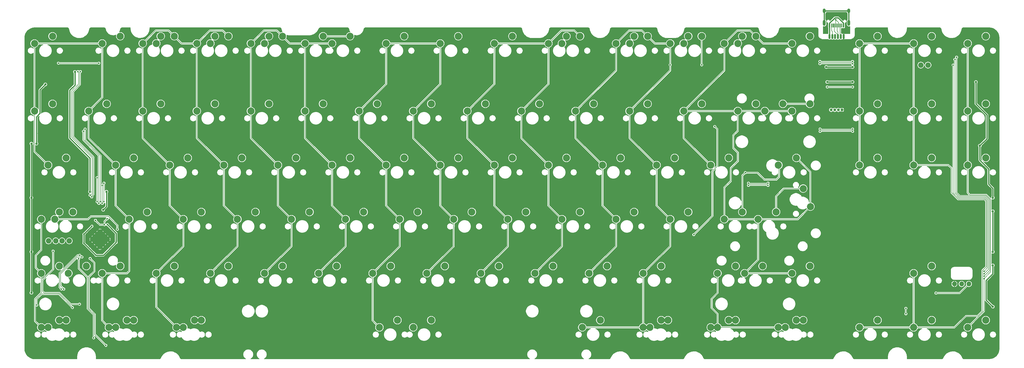
<source format=gbr>
%TF.GenerationSoftware,KiCad,Pcbnew,(5.1.12)-1*%
%TF.CreationDate,2022-12-08T05:34:38+07:00*%
%TF.ProjectId,Solder,536f6c64-6572-42e6-9b69-6361645f7063,rev?*%
%TF.SameCoordinates,Original*%
%TF.FileFunction,Copper,L1,Top*%
%TF.FilePolarity,Positive*%
%FSLAX46Y46*%
G04 Gerber Fmt 4.6, Leading zero omitted, Abs format (unit mm)*
G04 Created by KiCad (PCBNEW (5.1.12)-1) date 2022-12-08 05:34:38*
%MOMM*%
%LPD*%
G01*
G04 APERTURE LIST*
%TA.AperFunction,ComponentPad*%
%ADD10O,1.700000X1.700000*%
%TD*%
%TA.AperFunction,ComponentPad*%
%ADD11C,1.000000*%
%TD*%
%TA.AperFunction,ComponentPad*%
%ADD12O,1.000000X1.000000*%
%TD*%
%TA.AperFunction,ComponentPad*%
%ADD13C,0.400000*%
%TD*%
%TA.AperFunction,ComponentPad*%
%ADD14C,2.500000*%
%TD*%
%TA.AperFunction,SMDPad,CuDef*%
%ADD15R,0.600000X1.450000*%
%TD*%
%TA.AperFunction,SMDPad,CuDef*%
%ADD16R,0.300000X1.450000*%
%TD*%
%TA.AperFunction,ComponentPad*%
%ADD17O,1.000000X2.100000*%
%TD*%
%TA.AperFunction,ComponentPad*%
%ADD18O,1.000000X1.600000*%
%TD*%
%TA.AperFunction,ComponentPad*%
%ADD19O,0.700000X1.800000*%
%TD*%
%TA.AperFunction,ComponentPad*%
%ADD20C,0.500000*%
%TD*%
%TA.AperFunction,ComponentPad*%
%ADD21C,1.905000*%
%TD*%
%TA.AperFunction,ViaPad*%
%ADD22C,0.800000*%
%TD*%
%TA.AperFunction,ViaPad*%
%ADD23C,0.600000*%
%TD*%
%TA.AperFunction,Conductor*%
%ADD24C,0.400000*%
%TD*%
%TA.AperFunction,Conductor*%
%ADD25C,0.200000*%
%TD*%
%TA.AperFunction,Conductor*%
%ADD26C,0.100000*%
%TD*%
G04 APERTURE END LIST*
D10*
%TO.P,J7,1*%
%TO.N,GND*%
X356089297Y-115390402D03*
%TO.P,J7,2*%
%TO.N,+5V*%
X358629297Y-115390402D03*
%TO.P,J7,3*%
%TO.N,DOUT*%
X361169297Y-115390402D03*
%TD*%
D11*
%TO.P,J4,1*%
%TO.N,+5V*%
X312669837Y-54087112D03*
D12*
%TO.P,J4,2*%
%TO.N,C-*%
X313939837Y-54087112D03*
%TO.P,J4,3*%
%TO.N,C+*%
X315209837Y-54087112D03*
%TO.P,J4,4*%
%TO.N,GND*%
X316479837Y-54087112D03*
%TD*%
D13*
%TO.P,MX108,1*%
%TO.N,C7*%
X341721087Y-131759612D03*
%TO.P,MX108,2*%
%TO.N,Net-(D90-Pad2)*%
X348071087Y-127119612D03*
D14*
%TO.P,MX108,1*%
%TO.N,C7*%
X341721087Y-130709612D03*
D13*
%TO.P,MX108,2*%
%TO.N,Net-(D90-Pad2)*%
X347021087Y-128169612D03*
X348071087Y-129219612D03*
D14*
X348071087Y-128169612D03*
D13*
%TO.P,MX108,1*%
%TO.N,C7*%
X340671087Y-130709612D03*
X342771087Y-130709612D03*
X341721087Y-129659612D03*
%TO.P,MX108,2*%
%TO.N,Net-(D90-Pad2)*%
X349121087Y-128169612D03*
%TD*%
%TO.P,MX91,2*%
%TO.N,Net-(D81-Pad2)*%
X300446087Y-127119612D03*
%TO.P,MX91,1*%
%TO.N,C6*%
X294096087Y-131759612D03*
%TO.P,MX91,2*%
%TO.N,Net-(D81-Pad2)*%
X301496087Y-128169612D03*
%TO.P,MX91,1*%
%TO.N,C6*%
X294096087Y-129659612D03*
X293046087Y-130709612D03*
%TO.P,MX91,2*%
%TO.N,Net-(D81-Pad2)*%
X299396087Y-128169612D03*
%TO.P,MX91,1*%
%TO.N,C6*%
X295146087Y-130709612D03*
%TO.P,MX91,2*%
%TO.N,Net-(D81-Pad2)*%
X300446087Y-129219612D03*
D14*
%TO.P,MX91,1*%
%TO.N,C6*%
X294096087Y-130709612D03*
%TO.P,MX91,2*%
%TO.N,Net-(D81-Pad2)*%
X300446087Y-128169612D03*
%TD*%
D13*
%TO.P,MX14,1*%
%TO.N,C0*%
X65496087Y-93659612D03*
%TO.P,MX14,2*%
%TO.N,Net-(D13-Pad2)*%
X71846087Y-89019612D03*
D14*
%TO.P,MX14,1*%
%TO.N,C0*%
X65496087Y-92609612D03*
D13*
%TO.P,MX14,2*%
%TO.N,Net-(D13-Pad2)*%
X70796087Y-90069612D03*
X71846087Y-91119612D03*
D14*
X71846087Y-90069612D03*
D13*
%TO.P,MX14,1*%
%TO.N,C0*%
X64446087Y-92609612D03*
X66546087Y-92609612D03*
X65496087Y-91559612D03*
%TO.P,MX14,2*%
%TO.N,Net-(D13-Pad2)*%
X72896087Y-90069612D03*
%TD*%
%TO.P,MX109,1*%
%TO.N,C8*%
X360771087Y-31747112D03*
%TO.P,MX109,2*%
%TO.N,Net-(D91-Pad2)*%
X367121087Y-27107112D03*
D14*
%TO.P,MX109,1*%
%TO.N,C8*%
X360771087Y-30697112D03*
D13*
%TO.P,MX109,2*%
%TO.N,Net-(D91-Pad2)*%
X366071087Y-28157112D03*
X367121087Y-29207112D03*
D14*
X367121087Y-28157112D03*
D13*
%TO.P,MX109,1*%
%TO.N,C8*%
X359721087Y-30697112D03*
X361821087Y-30697112D03*
X360771087Y-29647112D03*
%TO.P,MX109,2*%
%TO.N,Net-(D91-Pad2)*%
X368171087Y-28157112D03*
%TD*%
%TO.P,MX2,1*%
%TO.N,C0*%
X32158587Y-31747112D03*
%TO.P,MX2,2*%
%TO.N,Net-(D4-Pad2)*%
X38508587Y-27107112D03*
D14*
%TO.P,MX2,1*%
%TO.N,C0*%
X32158587Y-30697112D03*
D13*
%TO.P,MX2,2*%
%TO.N,Net-(D4-Pad2)*%
X37458587Y-28157112D03*
X38508587Y-29207112D03*
D14*
X38508587Y-28157112D03*
D13*
%TO.P,MX2,1*%
%TO.N,C0*%
X31108587Y-30697112D03*
X33208587Y-30697112D03*
X32158587Y-29647112D03*
%TO.P,MX2,2*%
%TO.N,Net-(D4-Pad2)*%
X39558587Y-28157112D03*
%TD*%
%TO.P,MX11,1*%
%TO.N,C0*%
X55971087Y-31747112D03*
%TO.P,MX11,2*%
%TO.N,Net-(D10-Pad2)*%
X62321087Y-27107112D03*
D14*
%TO.P,MX11,1*%
%TO.N,C0*%
X55971087Y-30697112D03*
D13*
%TO.P,MX11,2*%
%TO.N,Net-(D10-Pad2)*%
X61271087Y-28157112D03*
X62321087Y-29207112D03*
D14*
X62321087Y-28157112D03*
D13*
%TO.P,MX11,1*%
%TO.N,C0*%
X54921087Y-30697112D03*
X57021087Y-30697112D03*
X55971087Y-29647112D03*
%TO.P,MX11,2*%
%TO.N,Net-(D10-Pad2)*%
X63371087Y-28157112D03*
%TD*%
%TO.P,MX7,1*%
%TO.N,C0*%
X44064837Y-112709612D03*
%TO.P,MX7,2*%
%TO.N,Net-(D8-Pad2)*%
X50414837Y-108069612D03*
D14*
%TO.P,MX7,1*%
%TO.N,C0*%
X44064837Y-111659612D03*
D13*
%TO.P,MX7,2*%
%TO.N,Net-(D8-Pad2)*%
X49364837Y-109119612D03*
X50414837Y-110169612D03*
D14*
X50414837Y-109119612D03*
D13*
%TO.P,MX7,1*%
%TO.N,C0*%
X43014837Y-111659612D03*
X45114837Y-111659612D03*
X44064837Y-110609612D03*
%TO.P,MX7,2*%
%TO.N,Net-(D8-Pad2)*%
X51464837Y-109119612D03*
%TD*%
%TO.P,MX13,1*%
%TO.N,C0*%
X60733587Y-74609612D03*
%TO.P,MX13,2*%
%TO.N,Net-(D12-Pad2)*%
X67083587Y-69969612D03*
D14*
%TO.P,MX13,1*%
%TO.N,C0*%
X60733587Y-73559612D03*
D13*
%TO.P,MX13,2*%
%TO.N,Net-(D12-Pad2)*%
X66033587Y-71019612D03*
X67083587Y-72069612D03*
D14*
X67083587Y-71019612D03*
D13*
%TO.P,MX13,1*%
%TO.N,C0*%
X59683587Y-73559612D03*
X61783587Y-73559612D03*
X60733587Y-72509612D03*
%TO.P,MX13,2*%
%TO.N,Net-(D12-Pad2)*%
X68133587Y-71019612D03*
%TD*%
%TO.P,MX24,1*%
%TO.N,Net-(D16-Pad2)*%
X75021087Y-31747112D03*
%TO.P,MX24,2*%
%TO.N,C1*%
X81371087Y-27107112D03*
D14*
%TO.P,MX24,1*%
%TO.N,Net-(D16-Pad2)*%
X75021087Y-30697112D03*
D13*
%TO.P,MX24,2*%
%TO.N,C1*%
X80321087Y-28157112D03*
X81371087Y-29207112D03*
D14*
X81371087Y-28157112D03*
D13*
%TO.P,MX24,1*%
%TO.N,Net-(D16-Pad2)*%
X73971087Y-30697112D03*
X76071087Y-30697112D03*
X75021087Y-29647112D03*
%TO.P,MX24,2*%
%TO.N,C1*%
X82421087Y-28157112D03*
%TD*%
%TO.P,MX92,1*%
%TO.N,C6*%
X298858587Y-31747112D03*
%TO.P,MX92,2*%
%TO.N,Net-(D76-Pad2)*%
X305208587Y-27107112D03*
D14*
%TO.P,MX92,1*%
%TO.N,C6*%
X298858587Y-30697112D03*
D13*
%TO.P,MX92,2*%
%TO.N,Net-(D76-Pad2)*%
X304158587Y-28157112D03*
X305208587Y-29207112D03*
D14*
X305208587Y-28157112D03*
D13*
%TO.P,MX92,1*%
%TO.N,C6*%
X297808587Y-30697112D03*
X299908587Y-30697112D03*
X298858587Y-29647112D03*
%TO.P,MX92,2*%
%TO.N,Net-(D76-Pad2)*%
X306258587Y-28157112D03*
%TD*%
%TO.P,MX100,1*%
%TO.N,C7*%
X322671087Y-31747112D03*
%TO.P,MX100,2*%
%TO.N,Net-(D82-Pad2)*%
X329021087Y-27107112D03*
D14*
%TO.P,MX100,1*%
%TO.N,C7*%
X322671087Y-30697112D03*
D13*
%TO.P,MX100,2*%
%TO.N,Net-(D82-Pad2)*%
X327971087Y-28157112D03*
X329021087Y-29207112D03*
D14*
X329021087Y-28157112D03*
D13*
%TO.P,MX100,1*%
%TO.N,C7*%
X321621087Y-30697112D03*
X323721087Y-30697112D03*
X322671087Y-29647112D03*
%TO.P,MX100,2*%
%TO.N,Net-(D82-Pad2)*%
X330071087Y-28157112D03*
%TD*%
D15*
%TO.P,USB1,12*%
%TO.N,GND*%
X311349837Y-24332112D03*
%TO.P,USB1,1*%
X317799837Y-24332112D03*
%TO.P,USB1,11*%
%TO.N,Fuse*%
X312124837Y-24332112D03*
%TO.P,USB1,2*%
X317024837Y-24332112D03*
D16*
%TO.P,USB1,3*%
%TO.N,N/C*%
X316324837Y-24332112D03*
%TO.P,USB1,10*%
%TO.N,CC1*%
X312824837Y-24332112D03*
%TO.P,USB1,4*%
%TO.N,CC2*%
X315824837Y-24332112D03*
%TO.P,USB1,9*%
%TO.N,N/C*%
X313324837Y-24332112D03*
%TO.P,USB1,5*%
%TO.N,C-*%
X315324837Y-24332112D03*
%TO.P,USB1,8*%
%TO.N,C+*%
X313824837Y-24332112D03*
%TO.P,USB1,7*%
%TO.N,C-*%
X314324837Y-24332112D03*
%TO.P,USB1,6*%
%TO.N,C+*%
X314824837Y-24332112D03*
D17*
%TO.P,USB1,13*%
%TO.N,Shiled*%
X318894837Y-23417112D03*
X310254837Y-23417112D03*
D18*
X318894837Y-19237112D03*
X310254837Y-19237112D03*
%TD*%
D19*
%TO.P,J1,4*%
%TO.N,C+*%
X315074837Y-28237112D03*
D20*
X315074837Y-27637112D03*
X315074837Y-28837112D03*
D19*
%TO.P,J1,6*%
%TO.N,GND*%
X317074837Y-28237112D03*
D20*
X317074837Y-27637112D03*
X317074837Y-28837112D03*
%TO.P,J1,5*%
%TO.N,CC2*%
X316074837Y-28837112D03*
D19*
X316074837Y-28237112D03*
D20*
X316074837Y-27637112D03*
D19*
%TO.P,J1,3*%
%TO.N,C-*%
X314074837Y-28237112D03*
D20*
X314074837Y-28837112D03*
X314074837Y-27637112D03*
D19*
%TO.P,J1,2*%
%TO.N,CC1*%
X313074837Y-28237112D03*
D20*
X313074837Y-27637112D03*
X313074837Y-28837112D03*
%TO.P,J1,1*%
%TO.N,Fuse*%
X312074837Y-27637112D03*
X312074837Y-28837112D03*
D19*
X312074837Y-28237112D03*
%TD*%
D21*
%TO.P,D3,2*%
%TO.N,+5V*%
X344261087Y-38317112D03*
%TO.P,D3,1*%
%TO.N,Net-(D3-Pad1)*%
X346801087Y-38317112D03*
%TD*%
D13*
%TO.P,MX31,1*%
%TO.N,C2*%
X108358587Y-31747112D03*
%TO.P,MX31,2*%
%TO.N,Net-(D27-Pad2)*%
X114708587Y-27107112D03*
D14*
%TO.P,MX31,1*%
%TO.N,C2*%
X108358587Y-30697112D03*
D13*
%TO.P,MX31,2*%
%TO.N,Net-(D27-Pad2)*%
X113658587Y-28157112D03*
X114708587Y-29207112D03*
D14*
X114708587Y-28157112D03*
D13*
%TO.P,MX31,1*%
%TO.N,C2*%
X107308587Y-30697112D03*
X109408587Y-30697112D03*
X108358587Y-29647112D03*
%TO.P,MX31,2*%
%TO.N,Net-(D27-Pad2)*%
X115758587Y-28157112D03*
%TD*%
%TO.P,MX18,1*%
%TO.N,C1*%
X70258587Y-31747112D03*
%TO.P,MX18,2*%
%TO.N,Net-(D16-Pad2)*%
X76608587Y-27107112D03*
D14*
%TO.P,MX18,1*%
%TO.N,C1*%
X70258587Y-30697112D03*
D13*
%TO.P,MX18,2*%
%TO.N,Net-(D16-Pad2)*%
X75558587Y-28157112D03*
X76608587Y-29207112D03*
D14*
X76608587Y-28157112D03*
D13*
%TO.P,MX18,1*%
%TO.N,C1*%
X69208587Y-30697112D03*
X71308587Y-30697112D03*
X70258587Y-29647112D03*
%TO.P,MX18,2*%
%TO.N,Net-(D16-Pad2)*%
X77658587Y-28157112D03*
%TD*%
%TO.P,MX36,1*%
%TO.N,Net-(D27-Pad2)*%
X113121087Y-31747112D03*
%TO.P,MX36,2*%
%TO.N,C2*%
X119471087Y-27107112D03*
D14*
%TO.P,MX36,1*%
%TO.N,Net-(D27-Pad2)*%
X113121087Y-30697112D03*
D13*
%TO.P,MX36,2*%
%TO.N,C2*%
X118421087Y-28157112D03*
X119471087Y-29207112D03*
D14*
X119471087Y-28157112D03*
D13*
%TO.P,MX36,1*%
%TO.N,Net-(D27-Pad2)*%
X112071087Y-30697112D03*
X114171087Y-30697112D03*
X113121087Y-29647112D03*
%TO.P,MX36,2*%
%TO.N,C2*%
X120521087Y-28157112D03*
%TD*%
%TO.P,MX72,1*%
%TO.N,Net-(D58-Pad2)*%
X241708587Y-31747112D03*
%TO.P,MX72,2*%
%TO.N,C5*%
X248058587Y-27107112D03*
D14*
%TO.P,MX72,1*%
%TO.N,Net-(D58-Pad2)*%
X241708587Y-30697112D03*
D13*
%TO.P,MX72,2*%
%TO.N,C5*%
X247008587Y-28157112D03*
X248058587Y-29207112D03*
D14*
X248058587Y-28157112D03*
D13*
%TO.P,MX72,1*%
%TO.N,Net-(D58-Pad2)*%
X240658587Y-30697112D03*
X242758587Y-30697112D03*
X241708587Y-29647112D03*
%TO.P,MX72,2*%
%TO.N,C5*%
X249108587Y-28157112D03*
%TD*%
%TO.P,MX37,1*%
%TO.N,C2*%
X127408587Y-31747112D03*
%TO.P,MX37,2*%
%TO.N,Net-(D32-Pad2)*%
X133758587Y-27107112D03*
D14*
%TO.P,MX37,1*%
%TO.N,C2*%
X127408587Y-30697112D03*
D13*
%TO.P,MX37,2*%
%TO.N,Net-(D32-Pad2)*%
X132708587Y-28157112D03*
X133758587Y-29207112D03*
D14*
X133758587Y-28157112D03*
D13*
%TO.P,MX37,1*%
%TO.N,C2*%
X126358587Y-30697112D03*
X128458587Y-30697112D03*
X127408587Y-29647112D03*
%TO.P,MX37,2*%
%TO.N,Net-(D32-Pad2)*%
X134808587Y-28157112D03*
%TD*%
%TO.P,MX89,1*%
%TO.N,Net-(D70-Pad2)*%
X279808587Y-31747112D03*
%TO.P,MX89,2*%
%TO.N,C6*%
X286158587Y-27107112D03*
D14*
%TO.P,MX89,1*%
%TO.N,Net-(D70-Pad2)*%
X279808587Y-30697112D03*
D13*
%TO.P,MX89,2*%
%TO.N,C6*%
X285108587Y-28157112D03*
X286158587Y-29207112D03*
D14*
X286158587Y-28157112D03*
D13*
%TO.P,MX89,1*%
%TO.N,Net-(D70-Pad2)*%
X278758587Y-30697112D03*
X280858587Y-30697112D03*
X279808587Y-29647112D03*
%TO.P,MX89,2*%
%TO.N,C6*%
X287208587Y-28157112D03*
%TD*%
%TO.P,MX25,1*%
%TO.N,C1*%
X89308587Y-31747112D03*
%TO.P,MX25,2*%
%TO.N,Net-(D22-Pad2)*%
X95658587Y-27107112D03*
D14*
%TO.P,MX25,1*%
%TO.N,C1*%
X89308587Y-30697112D03*
D13*
%TO.P,MX25,2*%
%TO.N,Net-(D22-Pad2)*%
X94608587Y-28157112D03*
X95658587Y-29207112D03*
D14*
X95658587Y-28157112D03*
D13*
%TO.P,MX25,1*%
%TO.N,C1*%
X88258587Y-30697112D03*
X90358587Y-30697112D03*
X89308587Y-29647112D03*
%TO.P,MX25,2*%
%TO.N,Net-(D22-Pad2)*%
X96708587Y-28157112D03*
%TD*%
%TO.P,MX80,1*%
%TO.N,Net-(D64-Pad2)*%
X260758587Y-31747112D03*
%TO.P,MX80,2*%
%TO.N,C5*%
X267108587Y-27107112D03*
D14*
%TO.P,MX80,1*%
%TO.N,Net-(D64-Pad2)*%
X260758587Y-30697112D03*
D13*
%TO.P,MX80,2*%
%TO.N,C5*%
X266058587Y-28157112D03*
X267108587Y-29207112D03*
D14*
X267108587Y-28157112D03*
D13*
%TO.P,MX80,1*%
%TO.N,Net-(D64-Pad2)*%
X259708587Y-30697112D03*
X261808587Y-30697112D03*
X260758587Y-29647112D03*
%TO.P,MX80,2*%
%TO.N,C5*%
X268158587Y-28157112D03*
%TD*%
%TO.P,MX60,1*%
%TO.N,C4*%
X213133587Y-31747112D03*
%TO.P,MX60,2*%
%TO.N,Net-(D53-Pad2)*%
X219483587Y-27107112D03*
D14*
%TO.P,MX60,1*%
%TO.N,C4*%
X213133587Y-30697112D03*
D13*
%TO.P,MX60,2*%
%TO.N,Net-(D53-Pad2)*%
X218433587Y-28157112D03*
X219483587Y-29207112D03*
D14*
X219483587Y-28157112D03*
D13*
%TO.P,MX60,1*%
%TO.N,C4*%
X212083587Y-30697112D03*
X214183587Y-30697112D03*
X213133587Y-29647112D03*
%TO.P,MX60,2*%
%TO.N,Net-(D53-Pad2)*%
X220533587Y-28157112D03*
%TD*%
%TO.P,MX65,1*%
%TO.N,Net-(D53-Pad2)*%
X217896087Y-31747112D03*
%TO.P,MX65,2*%
%TO.N,C4*%
X224246087Y-27107112D03*
D14*
%TO.P,MX65,1*%
%TO.N,Net-(D53-Pad2)*%
X217896087Y-30697112D03*
D13*
%TO.P,MX65,2*%
%TO.N,C4*%
X223196087Y-28157112D03*
X224246087Y-29207112D03*
D14*
X224246087Y-28157112D03*
D13*
%TO.P,MX65,1*%
%TO.N,Net-(D53-Pad2)*%
X216846087Y-30697112D03*
X218946087Y-30697112D03*
X217896087Y-29647112D03*
%TO.P,MX65,2*%
%TO.N,C4*%
X225296087Y-28157112D03*
%TD*%
%TO.P,MX55,1*%
%TO.N,C4*%
X194083587Y-31747112D03*
%TO.P,MX55,2*%
%TO.N,Net-(D48-Pad2)*%
X200433587Y-27107112D03*
D14*
%TO.P,MX55,1*%
%TO.N,C4*%
X194083587Y-30697112D03*
D13*
%TO.P,MX55,2*%
%TO.N,Net-(D48-Pad2)*%
X199383587Y-28157112D03*
X200433587Y-29207112D03*
D14*
X200433587Y-28157112D03*
D13*
%TO.P,MX55,1*%
%TO.N,C4*%
X193033587Y-30697112D03*
X195133587Y-30697112D03*
X194083587Y-29647112D03*
%TO.P,MX55,2*%
%TO.N,Net-(D48-Pad2)*%
X201483587Y-28157112D03*
%TD*%
%TO.P,MX50,1*%
%TO.N,C3*%
X175033587Y-31747112D03*
%TO.P,MX50,2*%
%TO.N,Net-(D43-Pad2)*%
X181383587Y-27107112D03*
D14*
%TO.P,MX50,1*%
%TO.N,C3*%
X175033587Y-30697112D03*
D13*
%TO.P,MX50,2*%
%TO.N,Net-(D43-Pad2)*%
X180333587Y-28157112D03*
X181383587Y-29207112D03*
D14*
X181383587Y-28157112D03*
D13*
%TO.P,MX50,1*%
%TO.N,C3*%
X173983587Y-30697112D03*
X176083587Y-30697112D03*
X175033587Y-29647112D03*
%TO.P,MX50,2*%
%TO.N,Net-(D43-Pad2)*%
X182433587Y-28157112D03*
%TD*%
%TO.P,MX44,1*%
%TO.N,C3*%
X155983587Y-31747112D03*
%TO.P,MX44,2*%
%TO.N,Net-(D37-Pad2)*%
X162333587Y-27107112D03*
D14*
%TO.P,MX44,1*%
%TO.N,C3*%
X155983587Y-30697112D03*
D13*
%TO.P,MX44,2*%
%TO.N,Net-(D37-Pad2)*%
X161283587Y-28157112D03*
X162333587Y-29207112D03*
D14*
X162333587Y-28157112D03*
D13*
%TO.P,MX44,1*%
%TO.N,C3*%
X154933587Y-30697112D03*
X157033587Y-30697112D03*
X155983587Y-29647112D03*
%TO.P,MX44,2*%
%TO.N,Net-(D37-Pad2)*%
X163383587Y-28157112D03*
%TD*%
%TO.P,MX74,1*%
%TO.N,C5*%
X255996087Y-31747112D03*
%TO.P,MX74,2*%
%TO.N,Net-(D64-Pad2)*%
X262346087Y-27107112D03*
D14*
%TO.P,MX74,1*%
%TO.N,C5*%
X255996087Y-30697112D03*
D13*
%TO.P,MX74,2*%
%TO.N,Net-(D64-Pad2)*%
X261296087Y-28157112D03*
X262346087Y-29207112D03*
D14*
X262346087Y-28157112D03*
D13*
%TO.P,MX74,1*%
%TO.N,C5*%
X254946087Y-30697112D03*
X257046087Y-30697112D03*
X255996087Y-29647112D03*
%TO.P,MX74,2*%
%TO.N,Net-(D64-Pad2)*%
X263396087Y-28157112D03*
%TD*%
%TO.P,MX82,1*%
%TO.N,C6*%
X275046087Y-31747112D03*
%TO.P,MX82,2*%
%TO.N,Net-(D70-Pad2)*%
X281396087Y-27107112D03*
D14*
%TO.P,MX82,1*%
%TO.N,C6*%
X275046087Y-30697112D03*
D13*
%TO.P,MX82,2*%
%TO.N,Net-(D70-Pad2)*%
X280346087Y-28157112D03*
X281396087Y-29207112D03*
D14*
X281396087Y-28157112D03*
D13*
%TO.P,MX82,1*%
%TO.N,C6*%
X273996087Y-30697112D03*
X276096087Y-30697112D03*
X275046087Y-29647112D03*
%TO.P,MX82,2*%
%TO.N,Net-(D70-Pad2)*%
X282446087Y-28157112D03*
%TD*%
%TO.P,MX66,1*%
%TO.N,C5*%
X236946087Y-31747112D03*
%TO.P,MX66,2*%
%TO.N,Net-(D58-Pad2)*%
X243296087Y-27107112D03*
D14*
%TO.P,MX66,1*%
%TO.N,C5*%
X236946087Y-30697112D03*
D13*
%TO.P,MX66,2*%
%TO.N,Net-(D58-Pad2)*%
X242246087Y-28157112D03*
X243296087Y-29207112D03*
D14*
X243296087Y-28157112D03*
D13*
%TO.P,MX66,1*%
%TO.N,C5*%
X235896087Y-30697112D03*
X237996087Y-30697112D03*
X236946087Y-29647112D03*
%TO.P,MX66,2*%
%TO.N,Net-(D58-Pad2)*%
X244346087Y-28157112D03*
%TD*%
%TO.P,MX38,1*%
%TO.N,C2*%
X136933587Y-31747112D03*
%TO.P,MX38,2*%
%TO.N,Net-(D32-Pad2)*%
X143283587Y-27107112D03*
D14*
%TO.P,MX38,1*%
%TO.N,C2*%
X136933587Y-30697112D03*
D13*
%TO.P,MX38,2*%
%TO.N,Net-(D32-Pad2)*%
X142233587Y-28157112D03*
X143283587Y-29207112D03*
D14*
X143283587Y-28157112D03*
D13*
%TO.P,MX38,1*%
%TO.N,C2*%
X135883587Y-30697112D03*
X137983587Y-30697112D03*
X136933587Y-29647112D03*
%TO.P,MX38,2*%
%TO.N,Net-(D32-Pad2)*%
X144333587Y-28157112D03*
%TD*%
%TO.P,MX30,1*%
%TO.N,Net-(D22-Pad2)*%
X94071087Y-31747112D03*
%TO.P,MX30,2*%
%TO.N,C1*%
X100421087Y-27107112D03*
D14*
%TO.P,MX30,1*%
%TO.N,Net-(D22-Pad2)*%
X94071087Y-30697112D03*
D13*
%TO.P,MX30,2*%
%TO.N,C1*%
X99371087Y-28157112D03*
X100421087Y-29207112D03*
D14*
X100421087Y-28157112D03*
D13*
%TO.P,MX30,1*%
%TO.N,Net-(D22-Pad2)*%
X93021087Y-30697112D03*
X95121087Y-30697112D03*
X94071087Y-29647112D03*
%TO.P,MX30,2*%
%TO.N,C1*%
X101471087Y-28157112D03*
%TD*%
%TO.P,MX104,1*%
%TO.N,C7*%
X341721087Y-31747112D03*
%TO.P,MX104,2*%
%TO.N,Net-(D86-Pad2)*%
X348071087Y-27107112D03*
D14*
%TO.P,MX104,1*%
%TO.N,C7*%
X341721087Y-30697112D03*
D13*
%TO.P,MX104,2*%
%TO.N,Net-(D86-Pad2)*%
X347021087Y-28157112D03*
X348071087Y-29207112D03*
D14*
X348071087Y-28157112D03*
D13*
%TO.P,MX104,1*%
%TO.N,C7*%
X340671087Y-30697112D03*
X342771087Y-30697112D03*
X341721087Y-29647112D03*
%TO.P,MX104,2*%
%TO.N,Net-(D86-Pad2)*%
X349121087Y-28157112D03*
%TD*%
D17*
%TO.P,USB2,13*%
%TO.N,Shiled*%
X310254837Y-23417112D03*
X318894837Y-23417112D03*
D18*
X310254837Y-19237112D03*
X318894837Y-19237112D03*
%TD*%
D13*
%TO.P,MX112,1*%
%TO.N,C8*%
X360771087Y-131759612D03*
%TO.P,MX112,2*%
%TO.N,Net-(D94-Pad2)*%
X367121087Y-127119612D03*
D14*
%TO.P,MX112,1*%
%TO.N,C8*%
X360771087Y-130709612D03*
D13*
%TO.P,MX112,2*%
%TO.N,Net-(D94-Pad2)*%
X366071087Y-128169612D03*
X367121087Y-129219612D03*
D14*
X367121087Y-128169612D03*
D13*
%TO.P,MX112,1*%
%TO.N,C8*%
X359721087Y-130709612D03*
X361821087Y-130709612D03*
X360771087Y-129659612D03*
%TO.P,MX112,2*%
%TO.N,Net-(D94-Pad2)*%
X368171087Y-128169612D03*
%TD*%
%TO.P,MX107,1*%
%TO.N,C7*%
X341721087Y-112709612D03*
%TO.P,MX107,2*%
%TO.N,Net-(D89-Pad2)*%
X348071087Y-108069612D03*
D14*
%TO.P,MX107,1*%
%TO.N,C7*%
X341721087Y-111659612D03*
D13*
%TO.P,MX107,2*%
%TO.N,Net-(D89-Pad2)*%
X347021087Y-109119612D03*
X348071087Y-110169612D03*
D14*
X348071087Y-109119612D03*
D13*
%TO.P,MX107,1*%
%TO.N,C7*%
X340671087Y-111659612D03*
X342771087Y-111659612D03*
X341721087Y-110609612D03*
%TO.P,MX107,2*%
%TO.N,Net-(D89-Pad2)*%
X349121087Y-109119612D03*
%TD*%
%TO.P,MX103,1*%
%TO.N,C7*%
X322671087Y-131759612D03*
%TO.P,MX103,2*%
%TO.N,Net-(D85-Pad2)*%
X329021087Y-127119612D03*
D14*
%TO.P,MX103,1*%
%TO.N,C7*%
X322671087Y-130709612D03*
D13*
%TO.P,MX103,2*%
%TO.N,Net-(D85-Pad2)*%
X327971087Y-128169612D03*
X329021087Y-129219612D03*
D14*
X329021087Y-128169612D03*
D13*
%TO.P,MX103,1*%
%TO.N,C7*%
X321621087Y-130709612D03*
X323721087Y-130709612D03*
X322671087Y-129659612D03*
%TO.P,MX103,2*%
%TO.N,Net-(D85-Pad2)*%
X330071087Y-128169612D03*
%TD*%
%TO.P,MX106,1*%
%TO.N,C7*%
X341721087Y-74609612D03*
%TO.P,MX106,2*%
%TO.N,Net-(D88-Pad2)*%
X348071087Y-69969612D03*
D14*
%TO.P,MX106,1*%
%TO.N,C7*%
X341721087Y-73559612D03*
D13*
%TO.P,MX106,2*%
%TO.N,Net-(D88-Pad2)*%
X347021087Y-71019612D03*
X348071087Y-72069612D03*
D14*
X348071087Y-71019612D03*
D13*
%TO.P,MX106,1*%
%TO.N,C7*%
X340671087Y-73559612D03*
X342771087Y-73559612D03*
X341721087Y-72509612D03*
%TO.P,MX106,2*%
%TO.N,Net-(D88-Pad2)*%
X349121087Y-71019612D03*
%TD*%
%TO.P,MX102,1*%
%TO.N,C7*%
X322671087Y-74609612D03*
%TO.P,MX102,2*%
%TO.N,Net-(D84-Pad2)*%
X329021087Y-69969612D03*
D14*
%TO.P,MX102,1*%
%TO.N,C7*%
X322671087Y-73559612D03*
D13*
%TO.P,MX102,2*%
%TO.N,Net-(D84-Pad2)*%
X327971087Y-71019612D03*
X329021087Y-72069612D03*
D14*
X329021087Y-71019612D03*
D13*
%TO.P,MX102,1*%
%TO.N,C7*%
X321621087Y-73559612D03*
X323721087Y-73559612D03*
X322671087Y-72509612D03*
%TO.P,MX102,2*%
%TO.N,Net-(D84-Pad2)*%
X330071087Y-71019612D03*
%TD*%
%TO.P,MX111,1*%
%TO.N,C8*%
X360771087Y-74609612D03*
%TO.P,MX111,2*%
%TO.N,Net-(D93-Pad2)*%
X367121087Y-69969612D03*
D14*
%TO.P,MX111,1*%
%TO.N,C8*%
X360771087Y-73559612D03*
D13*
%TO.P,MX111,2*%
%TO.N,Net-(D93-Pad2)*%
X366071087Y-71019612D03*
X367121087Y-72069612D03*
D14*
X367121087Y-71019612D03*
D13*
%TO.P,MX111,1*%
%TO.N,C8*%
X359721087Y-73559612D03*
X361821087Y-73559612D03*
X360771087Y-72509612D03*
%TO.P,MX111,2*%
%TO.N,Net-(D93-Pad2)*%
X368171087Y-71019612D03*
%TD*%
%TO.P,MX110,1*%
%TO.N,C8*%
X360771087Y-55559612D03*
%TO.P,MX110,2*%
%TO.N,Net-(D92-Pad2)*%
X367121087Y-50919612D03*
D14*
%TO.P,MX110,1*%
%TO.N,C8*%
X360771087Y-54509612D03*
D13*
%TO.P,MX110,2*%
%TO.N,Net-(D92-Pad2)*%
X366071087Y-51969612D03*
X367121087Y-53019612D03*
D14*
X367121087Y-51969612D03*
D13*
%TO.P,MX110,1*%
%TO.N,C8*%
X359721087Y-54509612D03*
X361821087Y-54509612D03*
X360771087Y-53459612D03*
%TO.P,MX110,2*%
%TO.N,Net-(D92-Pad2)*%
X368171087Y-51969612D03*
%TD*%
%TO.P,MX101,1*%
%TO.N,C7*%
X322671087Y-55559612D03*
%TO.P,MX101,2*%
%TO.N,Net-(D83-Pad2)*%
X329021087Y-50919612D03*
D14*
%TO.P,MX101,1*%
%TO.N,C7*%
X322671087Y-54509612D03*
D13*
%TO.P,MX101,2*%
%TO.N,Net-(D83-Pad2)*%
X327971087Y-51969612D03*
X329021087Y-53019612D03*
D14*
X329021087Y-51969612D03*
D13*
%TO.P,MX101,1*%
%TO.N,C7*%
X321621087Y-54509612D03*
X323721087Y-54509612D03*
X322671087Y-53459612D03*
%TO.P,MX101,2*%
%TO.N,Net-(D83-Pad2)*%
X330071087Y-51969612D03*
%TD*%
%TO.P,MX105,1*%
%TO.N,C7*%
X341721087Y-55559612D03*
%TO.P,MX105,2*%
%TO.N,Net-(D87-Pad2)*%
X348071087Y-50919612D03*
D14*
%TO.P,MX105,1*%
%TO.N,C7*%
X341721087Y-54509612D03*
D13*
%TO.P,MX105,2*%
%TO.N,Net-(D87-Pad2)*%
X347021087Y-51969612D03*
X348071087Y-53019612D03*
D14*
X348071087Y-51969612D03*
D13*
%TO.P,MX105,1*%
%TO.N,C7*%
X340671087Y-54509612D03*
X342771087Y-54509612D03*
X341721087Y-53459612D03*
%TO.P,MX105,2*%
%TO.N,Net-(D87-Pad2)*%
X349121087Y-51969612D03*
%TD*%
D21*
%TO.P,D1,2*%
%TO.N,+5V*%
X39619837Y-100229612D03*
%TO.P,D1,1*%
%TO.N,Net-(D1-Pad1)*%
X37079837Y-100229612D03*
%TD*%
%TO.P,D2,2*%
%TO.N,+5V*%
X41842337Y-100229612D03*
%TO.P,D2,1*%
%TO.N,Net-(D1-Pad1)*%
X44382337Y-100229612D03*
%TD*%
D13*
%TO.P,MX22,1*%
%TO.N,C1*%
X75021087Y-112709612D03*
%TO.P,MX22,2*%
%TO.N,Net-(D20-Pad2)*%
X81371087Y-108069612D03*
D14*
%TO.P,MX22,1*%
%TO.N,C1*%
X75021087Y-111659612D03*
D13*
%TO.P,MX22,2*%
%TO.N,Net-(D20-Pad2)*%
X80321087Y-109119612D03*
X81371087Y-110169612D03*
D14*
X81371087Y-109119612D03*
D13*
%TO.P,MX22,1*%
%TO.N,C1*%
X73971087Y-111659612D03*
X76071087Y-111659612D03*
X75021087Y-110609612D03*
%TO.P,MX22,2*%
%TO.N,Net-(D20-Pad2)*%
X82421087Y-109119612D03*
%TD*%
%TO.P,MX97,1*%
%TO.N,C6*%
X298858587Y-112709612D03*
%TO.P,MX97,2*%
%TO.N,Net-(D80-Pad2)*%
X305208587Y-108069612D03*
D14*
%TO.P,MX97,1*%
%TO.N,C6*%
X298858587Y-111659612D03*
D13*
%TO.P,MX97,2*%
%TO.N,Net-(D80-Pad2)*%
X304158587Y-109119612D03*
X305208587Y-110169612D03*
D14*
X305208587Y-109119612D03*
D13*
%TO.P,MX97,1*%
%TO.N,C6*%
X297808587Y-111659612D03*
X299908587Y-111659612D03*
X298858587Y-110609612D03*
%TO.P,MX97,2*%
%TO.N,Net-(D80-Pad2)*%
X306258587Y-109119612D03*
%TD*%
%TO.P,MX96,1*%
%TO.N,C6*%
X289333587Y-55559612D03*
%TO.P,MX96,2*%
%TO.N,Net-(D79-Pad2)*%
X295683587Y-50919612D03*
D14*
%TO.P,MX96,1*%
%TO.N,C6*%
X289333587Y-54509612D03*
D13*
%TO.P,MX96,2*%
%TO.N,Net-(D79-Pad2)*%
X294633587Y-51969612D03*
X295683587Y-53019612D03*
D14*
X295683587Y-51969612D03*
D13*
%TO.P,MX96,1*%
%TO.N,C6*%
X288283587Y-54509612D03*
X290383587Y-54509612D03*
X289333587Y-53459612D03*
%TO.P,MX96,2*%
%TO.N,Net-(D79-Pad2)*%
X296733587Y-51969612D03*
%TD*%
%TO.P,MX86,1*%
%TO.N,C6*%
X272664837Y-112709612D03*
%TO.P,MX86,2*%
%TO.N,Net-(D74-Pad2)*%
X279014837Y-108069612D03*
D14*
%TO.P,MX86,1*%
%TO.N,C6*%
X272664837Y-111659612D03*
D13*
%TO.P,MX86,2*%
%TO.N,Net-(D74-Pad2)*%
X277964837Y-109119612D03*
X279014837Y-110169612D03*
D14*
X279014837Y-109119612D03*
D13*
%TO.P,MX86,1*%
%TO.N,C6*%
X271614837Y-111659612D03*
X273714837Y-111659612D03*
X272664837Y-110609612D03*
%TO.P,MX86,2*%
%TO.N,Net-(D74-Pad2)*%
X280064837Y-109119612D03*
%TD*%
%TO.P,MX5,1*%
%TO.N,C0*%
X34539837Y-93659612D03*
%TO.P,MX5,2*%
%TO.N,Net-(D7-Pad2)*%
X40889837Y-89019612D03*
D14*
%TO.P,MX5,1*%
%TO.N,C0*%
X34539837Y-92609612D03*
D13*
%TO.P,MX5,2*%
%TO.N,Net-(D7-Pad2)*%
X39839837Y-90069612D03*
X40889837Y-91119612D03*
D14*
X40889837Y-90069612D03*
D13*
%TO.P,MX5,1*%
%TO.N,C0*%
X33489837Y-92609612D03*
X35589837Y-92609612D03*
X34539837Y-91559612D03*
%TO.P,MX5,2*%
%TO.N,Net-(D7-Pad2)*%
X41939837Y-90069612D03*
%TD*%
%TO.P,MX94,1*%
%TO.N,C6*%
X275046087Y-93659612D03*
%TO.P,MX94,2*%
%TO.N,Net-(D78-Pad2)*%
X281396087Y-89019612D03*
D14*
%TO.P,MX94,1*%
%TO.N,C6*%
X275046087Y-92609612D03*
D13*
%TO.P,MX94,2*%
%TO.N,Net-(D78-Pad2)*%
X280346087Y-90069612D03*
X281396087Y-91119612D03*
D14*
X281396087Y-90069612D03*
D13*
%TO.P,MX94,1*%
%TO.N,C6*%
X273996087Y-92609612D03*
X276096087Y-92609612D03*
X275046087Y-91559612D03*
%TO.P,MX94,2*%
%TO.N,Net-(D78-Pad2)*%
X282446087Y-90069612D03*
%TD*%
%TO.P,MX90,2*%
%TO.N,C6*%
X306417337Y-88164612D03*
%TO.P,MX90,1*%
%TO.N,Net-(D73-Pad2)*%
X301777337Y-81814612D03*
%TO.P,MX90,2*%
%TO.N,C6*%
X305367337Y-89214612D03*
%TO.P,MX90,1*%
%TO.N,Net-(D73-Pad2)*%
X303877337Y-81814612D03*
X302827337Y-80764612D03*
%TO.P,MX90,2*%
%TO.N,C6*%
X305367337Y-87114612D03*
%TO.P,MX90,1*%
%TO.N,Net-(D73-Pad2)*%
X302827337Y-82864612D03*
%TO.P,MX90,2*%
%TO.N,C6*%
X304317337Y-88164612D03*
D14*
%TO.P,MX90,1*%
%TO.N,Net-(D73-Pad2)*%
X302827337Y-81814612D03*
%TO.P,MX90,2*%
%TO.N,C6*%
X305367337Y-88164612D03*
%TD*%
D13*
%TO.P,MX81,1*%
%TO.N,C6*%
X270283587Y-131759612D03*
%TO.P,MX81,2*%
%TO.N,Net-(D75-Pad2)*%
X276633587Y-127119612D03*
D14*
%TO.P,MX81,1*%
%TO.N,C6*%
X270283587Y-130709612D03*
D13*
%TO.P,MX81,2*%
%TO.N,Net-(D75-Pad2)*%
X275583587Y-128169612D03*
X276633587Y-129219612D03*
D14*
X276633587Y-128169612D03*
D13*
%TO.P,MX81,1*%
%TO.N,C6*%
X269233587Y-130709612D03*
X271333587Y-130709612D03*
X270283587Y-129659612D03*
%TO.P,MX81,2*%
%TO.N,Net-(D75-Pad2)*%
X277683587Y-128169612D03*
%TD*%
%TO.P,MX73,2*%
%TO.N,Net-(D69-Pad2)*%
X252821087Y-127119612D03*
%TO.P,MX73,1*%
%TO.N,C5*%
X246471087Y-131759612D03*
%TO.P,MX73,2*%
%TO.N,Net-(D69-Pad2)*%
X253871087Y-128169612D03*
%TO.P,MX73,1*%
%TO.N,C5*%
X246471087Y-129659612D03*
X245421087Y-130709612D03*
%TO.P,MX73,2*%
%TO.N,Net-(D69-Pad2)*%
X251771087Y-128169612D03*
%TO.P,MX73,1*%
%TO.N,C5*%
X247521087Y-130709612D03*
%TO.P,MX73,2*%
%TO.N,Net-(D69-Pad2)*%
X252821087Y-129219612D03*
D14*
%TO.P,MX73,1*%
%TO.N,C5*%
X246471087Y-130709612D03*
%TO.P,MX73,2*%
%TO.N,Net-(D69-Pad2)*%
X252821087Y-128169612D03*
%TD*%
D13*
%TO.P,MX43,1*%
%TO.N,C3*%
X165508587Y-131759612D03*
%TO.P,MX43,2*%
%TO.N,Net-(D42-Pad2)*%
X171858587Y-127119612D03*
D14*
%TO.P,MX43,1*%
%TO.N,C3*%
X165508587Y-130709612D03*
D13*
%TO.P,MX43,2*%
%TO.N,Net-(D42-Pad2)*%
X170808587Y-128169612D03*
X171858587Y-129219612D03*
D14*
X171858587Y-128169612D03*
D13*
%TO.P,MX43,1*%
%TO.N,C3*%
X164458587Y-130709612D03*
X166558587Y-130709612D03*
X165508587Y-129659612D03*
%TO.P,MX43,2*%
%TO.N,Net-(D42-Pad2)*%
X172908587Y-128169612D03*
%TD*%
%TO.P,MX10,1*%
%TO.N,C0*%
X60733587Y-131759612D03*
%TO.P,MX10,2*%
%TO.N,Net-(D15-Pad2)*%
X67083587Y-127119612D03*
D14*
%TO.P,MX10,1*%
%TO.N,C0*%
X60733587Y-130709612D03*
D13*
%TO.P,MX10,2*%
%TO.N,Net-(D15-Pad2)*%
X66033587Y-128169612D03*
X67083587Y-129219612D03*
D14*
X67083587Y-128169612D03*
D13*
%TO.P,MX10,1*%
%TO.N,C0*%
X59683587Y-130709612D03*
X61783587Y-130709612D03*
X60733587Y-129659612D03*
%TO.P,MX10,2*%
%TO.N,Net-(D15-Pad2)*%
X68133587Y-128169612D03*
%TD*%
%TO.P,MX17,2*%
%TO.N,Net-(D21-Pad2)*%
X90896087Y-127119612D03*
%TO.P,MX17,1*%
%TO.N,C1*%
X84546087Y-131759612D03*
%TO.P,MX17,2*%
%TO.N,Net-(D21-Pad2)*%
X91946087Y-128169612D03*
%TO.P,MX17,1*%
%TO.N,C1*%
X84546087Y-129659612D03*
X83496087Y-130709612D03*
%TO.P,MX17,2*%
%TO.N,Net-(D21-Pad2)*%
X89846087Y-128169612D03*
%TO.P,MX17,1*%
%TO.N,C1*%
X85596087Y-130709612D03*
%TO.P,MX17,2*%
%TO.N,Net-(D21-Pad2)*%
X90896087Y-129219612D03*
D14*
%TO.P,MX17,1*%
%TO.N,C1*%
X84546087Y-130709612D03*
%TO.P,MX17,2*%
%TO.N,Net-(D21-Pad2)*%
X90896087Y-128169612D03*
%TD*%
D13*
%TO.P,MX1,2*%
%TO.N,Net-(D9-Pad2)*%
X43271087Y-127119612D03*
%TO.P,MX1,1*%
%TO.N,C0*%
X36921087Y-131759612D03*
%TO.P,MX1,2*%
%TO.N,Net-(D9-Pad2)*%
X44321087Y-128169612D03*
%TO.P,MX1,1*%
%TO.N,C0*%
X36921087Y-129659612D03*
X35871087Y-130709612D03*
%TO.P,MX1,2*%
%TO.N,Net-(D9-Pad2)*%
X42221087Y-128169612D03*
%TO.P,MX1,1*%
%TO.N,C0*%
X37971087Y-130709612D03*
%TO.P,MX1,2*%
%TO.N,Net-(D9-Pad2)*%
X43271087Y-129219612D03*
D14*
%TO.P,MX1,1*%
%TO.N,C0*%
X36921087Y-130709612D03*
%TO.P,MX1,2*%
%TO.N,Net-(D9-Pad2)*%
X43271087Y-128169612D03*
%TD*%
D13*
%TO.P,MX83,1*%
%TO.N,C6*%
X260758587Y-55559612D03*
%TO.P,MX83,2*%
%TO.N,Net-(D71-Pad2)*%
X267108587Y-50919612D03*
D14*
%TO.P,MX83,1*%
%TO.N,C6*%
X260758587Y-54509612D03*
D13*
%TO.P,MX83,2*%
%TO.N,Net-(D71-Pad2)*%
X266058587Y-51969612D03*
X267108587Y-53019612D03*
D14*
X267108587Y-51969612D03*
D13*
%TO.P,MX83,1*%
%TO.N,C6*%
X259708587Y-54509612D03*
X261808587Y-54509612D03*
X260758587Y-53459612D03*
%TO.P,MX83,2*%
%TO.N,Net-(D71-Pad2)*%
X268158587Y-51969612D03*
%TD*%
%TO.P,MX98,1*%
%TO.N,C6*%
X296477337Y-131759612D03*
%TO.P,MX98,2*%
%TO.N,Net-(D81-Pad2)*%
X302827337Y-127119612D03*
D14*
%TO.P,MX98,1*%
%TO.N,C6*%
X296477337Y-130709612D03*
D13*
%TO.P,MX98,2*%
%TO.N,Net-(D81-Pad2)*%
X301777337Y-128169612D03*
X302827337Y-129219612D03*
D14*
X302827337Y-128169612D03*
D13*
%TO.P,MX98,1*%
%TO.N,C6*%
X295427337Y-130709612D03*
X297527337Y-130709612D03*
X296477337Y-129659612D03*
%TO.P,MX98,2*%
%TO.N,Net-(D81-Pad2)*%
X303877337Y-128169612D03*
%TD*%
%TO.P,MX88,1*%
%TO.N,C6*%
X272664837Y-131759612D03*
%TO.P,MX88,2*%
%TO.N,Net-(D75-Pad2)*%
X279014837Y-127119612D03*
D14*
%TO.P,MX88,1*%
%TO.N,C6*%
X272664837Y-130709612D03*
D13*
%TO.P,MX88,2*%
%TO.N,Net-(D75-Pad2)*%
X277964837Y-128169612D03*
X279014837Y-129219612D03*
D14*
X279014837Y-128169612D03*
D13*
%TO.P,MX88,1*%
%TO.N,C6*%
X271614837Y-130709612D03*
X273714837Y-130709612D03*
X272664837Y-129659612D03*
%TO.P,MX88,2*%
%TO.N,Net-(D75-Pad2)*%
X280064837Y-128169612D03*
%TD*%
%TO.P,MX79,1*%
%TO.N,C5*%
X248852337Y-131759612D03*
%TO.P,MX79,2*%
%TO.N,Net-(D69-Pad2)*%
X255202337Y-127119612D03*
D14*
%TO.P,MX79,1*%
%TO.N,C5*%
X248852337Y-130709612D03*
D13*
%TO.P,MX79,2*%
%TO.N,Net-(D69-Pad2)*%
X254152337Y-128169612D03*
X255202337Y-129219612D03*
D14*
X255202337Y-128169612D03*
D13*
%TO.P,MX79,1*%
%TO.N,C5*%
X247802337Y-130709612D03*
X249902337Y-130709612D03*
X248852337Y-129659612D03*
%TO.P,MX79,2*%
%TO.N,Net-(D69-Pad2)*%
X256252337Y-128169612D03*
%TD*%
%TO.P,MX71,1*%
%TO.N,C5*%
X225039837Y-131759612D03*
%TO.P,MX71,2*%
%TO.N,Net-(D63-Pad2)*%
X231389837Y-127119612D03*
D14*
%TO.P,MX71,1*%
%TO.N,C5*%
X225039837Y-130709612D03*
D13*
%TO.P,MX71,2*%
%TO.N,Net-(D63-Pad2)*%
X230339837Y-128169612D03*
X231389837Y-129219612D03*
D14*
X231389837Y-128169612D03*
D13*
%TO.P,MX71,1*%
%TO.N,C5*%
X223989837Y-130709612D03*
X226089837Y-130709612D03*
X225039837Y-129659612D03*
%TO.P,MX71,2*%
%TO.N,Net-(D63-Pad2)*%
X232439837Y-128169612D03*
%TD*%
%TO.P,MX49,1*%
%TO.N,C3*%
X153602337Y-131759612D03*
%TO.P,MX49,2*%
%TO.N,Net-(D42-Pad2)*%
X159952337Y-127119612D03*
D14*
%TO.P,MX49,1*%
%TO.N,C3*%
X153602337Y-130709612D03*
D13*
%TO.P,MX49,2*%
%TO.N,Net-(D42-Pad2)*%
X158902337Y-128169612D03*
X159952337Y-129219612D03*
D14*
X159952337Y-128169612D03*
D13*
%TO.P,MX49,1*%
%TO.N,C3*%
X152552337Y-130709612D03*
X154652337Y-130709612D03*
X153602337Y-129659612D03*
%TO.P,MX49,2*%
%TO.N,Net-(D42-Pad2)*%
X161002337Y-128169612D03*
%TD*%
%TO.P,MX23,1*%
%TO.N,C1*%
X82164837Y-131759612D03*
%TO.P,MX23,2*%
%TO.N,Net-(D21-Pad2)*%
X88514837Y-127119612D03*
D14*
%TO.P,MX23,1*%
%TO.N,C1*%
X82164837Y-130709612D03*
D13*
%TO.P,MX23,2*%
%TO.N,Net-(D21-Pad2)*%
X87464837Y-128169612D03*
X88514837Y-129219612D03*
D14*
X88514837Y-128169612D03*
D13*
%TO.P,MX23,1*%
%TO.N,C1*%
X81114837Y-130709612D03*
X83214837Y-130709612D03*
X82164837Y-129659612D03*
%TO.P,MX23,2*%
%TO.N,Net-(D21-Pad2)*%
X89564837Y-128169612D03*
%TD*%
%TO.P,MX16,1*%
%TO.N,C0*%
X58352337Y-131759612D03*
%TO.P,MX16,2*%
%TO.N,Net-(D15-Pad2)*%
X64702337Y-127119612D03*
D14*
%TO.P,MX16,1*%
%TO.N,C0*%
X58352337Y-130709612D03*
D13*
%TO.P,MX16,2*%
%TO.N,Net-(D15-Pad2)*%
X63652337Y-128169612D03*
X64702337Y-129219612D03*
D14*
X64702337Y-128169612D03*
D13*
%TO.P,MX16,1*%
%TO.N,C0*%
X57302337Y-130709612D03*
X59402337Y-130709612D03*
X58352337Y-129659612D03*
%TO.P,MX16,2*%
%TO.N,Net-(D15-Pad2)*%
X65752337Y-128169612D03*
%TD*%
%TO.P,MX8,1*%
%TO.N,C0*%
X34539837Y-131759612D03*
%TO.P,MX8,2*%
%TO.N,Net-(D9-Pad2)*%
X40889837Y-127119612D03*
D14*
%TO.P,MX8,1*%
%TO.N,C0*%
X34539837Y-130709612D03*
D13*
%TO.P,MX8,2*%
%TO.N,Net-(D9-Pad2)*%
X39839837Y-128169612D03*
X40889837Y-129219612D03*
D14*
X40889837Y-128169612D03*
D13*
%TO.P,MX8,1*%
%TO.N,C0*%
X33489837Y-130709612D03*
X35589837Y-130709612D03*
X34539837Y-129659612D03*
%TO.P,MX8,2*%
%TO.N,Net-(D9-Pad2)*%
X41939837Y-128169612D03*
%TD*%
%TO.P,MX87,1*%
%TO.N,C6*%
X282189837Y-112709612D03*
%TO.P,MX87,2*%
%TO.N,Net-(D74-Pad2)*%
X288539837Y-108069612D03*
D14*
%TO.P,MX87,1*%
%TO.N,C6*%
X282189837Y-111659612D03*
D13*
%TO.P,MX87,2*%
%TO.N,Net-(D74-Pad2)*%
X287489837Y-109119612D03*
X288539837Y-110169612D03*
D14*
X288539837Y-109119612D03*
D13*
%TO.P,MX87,1*%
%TO.N,C6*%
X281139837Y-111659612D03*
X283239837Y-111659612D03*
X282189837Y-110609612D03*
%TO.P,MX87,2*%
%TO.N,Net-(D74-Pad2)*%
X289589837Y-109119612D03*
%TD*%
%TO.P,MX78,1*%
%TO.N,C5*%
X246471087Y-112709612D03*
%TO.P,MX78,2*%
%TO.N,Net-(D68-Pad2)*%
X252821087Y-108069612D03*
D14*
%TO.P,MX78,1*%
%TO.N,C5*%
X246471087Y-111659612D03*
D13*
%TO.P,MX78,2*%
%TO.N,Net-(D68-Pad2)*%
X251771087Y-109119612D03*
X252821087Y-110169612D03*
D14*
X252821087Y-109119612D03*
D13*
%TO.P,MX78,1*%
%TO.N,C5*%
X245421087Y-111659612D03*
X247521087Y-111659612D03*
X246471087Y-110609612D03*
%TO.P,MX78,2*%
%TO.N,Net-(D68-Pad2)*%
X253871087Y-109119612D03*
%TD*%
%TO.P,MX70,1*%
%TO.N,C5*%
X227421087Y-112709612D03*
%TO.P,MX70,2*%
%TO.N,Net-(D62-Pad2)*%
X233771087Y-108069612D03*
D14*
%TO.P,MX70,1*%
%TO.N,C5*%
X227421087Y-111659612D03*
D13*
%TO.P,MX70,2*%
%TO.N,Net-(D62-Pad2)*%
X232721087Y-109119612D03*
X233771087Y-110169612D03*
D14*
X233771087Y-109119612D03*
D13*
%TO.P,MX70,1*%
%TO.N,C5*%
X226371087Y-111659612D03*
X228471087Y-111659612D03*
X227421087Y-110609612D03*
%TO.P,MX70,2*%
%TO.N,Net-(D62-Pad2)*%
X234821087Y-109119612D03*
%TD*%
%TO.P,MX64,1*%
%TO.N,C4*%
X208371087Y-112709612D03*
%TO.P,MX64,2*%
%TO.N,Net-(D57-Pad2)*%
X214721087Y-108069612D03*
D14*
%TO.P,MX64,1*%
%TO.N,C4*%
X208371087Y-111659612D03*
D13*
%TO.P,MX64,2*%
%TO.N,Net-(D57-Pad2)*%
X213671087Y-109119612D03*
X214721087Y-110169612D03*
D14*
X214721087Y-109119612D03*
D13*
%TO.P,MX64,1*%
%TO.N,C4*%
X207321087Y-111659612D03*
X209421087Y-111659612D03*
X208371087Y-110609612D03*
%TO.P,MX64,2*%
%TO.N,Net-(D57-Pad2)*%
X215771087Y-109119612D03*
%TD*%
%TO.P,MX59,1*%
%TO.N,C4*%
X189321087Y-112709612D03*
%TO.P,MX59,2*%
%TO.N,Net-(D52-Pad2)*%
X195671087Y-108069612D03*
D14*
%TO.P,MX59,1*%
%TO.N,C4*%
X189321087Y-111659612D03*
D13*
%TO.P,MX59,2*%
%TO.N,Net-(D52-Pad2)*%
X194621087Y-109119612D03*
X195671087Y-110169612D03*
D14*
X195671087Y-109119612D03*
D13*
%TO.P,MX59,1*%
%TO.N,C4*%
X188271087Y-111659612D03*
X190371087Y-111659612D03*
X189321087Y-110609612D03*
%TO.P,MX59,2*%
%TO.N,Net-(D52-Pad2)*%
X196721087Y-109119612D03*
%TD*%
%TO.P,MX54,1*%
%TO.N,C3*%
X170271087Y-112709612D03*
%TO.P,MX54,2*%
%TO.N,Net-(D47-Pad2)*%
X176621087Y-108069612D03*
D14*
%TO.P,MX54,1*%
%TO.N,C3*%
X170271087Y-111659612D03*
D13*
%TO.P,MX54,2*%
%TO.N,Net-(D47-Pad2)*%
X175571087Y-109119612D03*
X176621087Y-110169612D03*
D14*
X176621087Y-109119612D03*
D13*
%TO.P,MX54,1*%
%TO.N,C3*%
X169221087Y-111659612D03*
X171321087Y-111659612D03*
X170271087Y-110609612D03*
%TO.P,MX54,2*%
%TO.N,Net-(D47-Pad2)*%
X177671087Y-109119612D03*
%TD*%
%TO.P,MX48,1*%
%TO.N,C3*%
X151221087Y-112709612D03*
%TO.P,MX48,2*%
%TO.N,Net-(D41-Pad2)*%
X157571087Y-108069612D03*
D14*
%TO.P,MX48,1*%
%TO.N,C3*%
X151221087Y-111659612D03*
D13*
%TO.P,MX48,2*%
%TO.N,Net-(D41-Pad2)*%
X156521087Y-109119612D03*
X157571087Y-110169612D03*
D14*
X157571087Y-109119612D03*
D13*
%TO.P,MX48,1*%
%TO.N,C3*%
X150171087Y-111659612D03*
X152271087Y-111659612D03*
X151221087Y-110609612D03*
%TO.P,MX48,2*%
%TO.N,Net-(D41-Pad2)*%
X158621087Y-109119612D03*
%TD*%
%TO.P,MX42,1*%
%TO.N,C2*%
X132171087Y-112709612D03*
%TO.P,MX42,2*%
%TO.N,Net-(D36-Pad2)*%
X138521087Y-108069612D03*
D14*
%TO.P,MX42,1*%
%TO.N,C2*%
X132171087Y-111659612D03*
D13*
%TO.P,MX42,2*%
%TO.N,Net-(D36-Pad2)*%
X137471087Y-109119612D03*
X138521087Y-110169612D03*
D14*
X138521087Y-109119612D03*
D13*
%TO.P,MX42,1*%
%TO.N,C2*%
X131121087Y-111659612D03*
X133221087Y-111659612D03*
X132171087Y-110609612D03*
%TO.P,MX42,2*%
%TO.N,Net-(D36-Pad2)*%
X139571087Y-109119612D03*
%TD*%
%TO.P,MX35,1*%
%TO.N,C2*%
X113121087Y-112709612D03*
%TO.P,MX35,2*%
%TO.N,Net-(D31-Pad2)*%
X119471087Y-108069612D03*
D14*
%TO.P,MX35,1*%
%TO.N,C2*%
X113121087Y-111659612D03*
D13*
%TO.P,MX35,2*%
%TO.N,Net-(D31-Pad2)*%
X118421087Y-109119612D03*
X119471087Y-110169612D03*
D14*
X119471087Y-109119612D03*
D13*
%TO.P,MX35,1*%
%TO.N,C2*%
X112071087Y-111659612D03*
X114171087Y-111659612D03*
X113121087Y-110609612D03*
%TO.P,MX35,2*%
%TO.N,Net-(D31-Pad2)*%
X120521087Y-109119612D03*
%TD*%
%TO.P,MX29,1*%
%TO.N,C1*%
X94071087Y-112709612D03*
%TO.P,MX29,2*%
%TO.N,Net-(D26-Pad2)*%
X100421087Y-108069612D03*
D14*
%TO.P,MX29,1*%
%TO.N,C1*%
X94071087Y-111659612D03*
D13*
%TO.P,MX29,2*%
%TO.N,Net-(D26-Pad2)*%
X99371087Y-109119612D03*
X100421087Y-110169612D03*
D14*
X100421087Y-109119612D03*
D13*
%TO.P,MX29,1*%
%TO.N,C1*%
X93021087Y-111659612D03*
X95121087Y-111659612D03*
X94071087Y-110609612D03*
%TO.P,MX29,2*%
%TO.N,Net-(D26-Pad2)*%
X101471087Y-109119612D03*
%TD*%
%TO.P,MX15,1*%
%TO.N,C0*%
X55971087Y-112709612D03*
%TO.P,MX15,2*%
%TO.N,Net-(D14-Pad2)*%
X62321087Y-108069612D03*
D14*
%TO.P,MX15,1*%
%TO.N,C0*%
X55971087Y-111659612D03*
D13*
%TO.P,MX15,2*%
%TO.N,Net-(D14-Pad2)*%
X61271087Y-109119612D03*
X62321087Y-110169612D03*
D14*
X62321087Y-109119612D03*
D13*
%TO.P,MX15,1*%
%TO.N,C0*%
X54921087Y-111659612D03*
X57021087Y-111659612D03*
X55971087Y-110609612D03*
%TO.P,MX15,2*%
%TO.N,Net-(D14-Pad2)*%
X63371087Y-109119612D03*
%TD*%
%TO.P,MX6,1*%
%TO.N,C0*%
X34539837Y-112709612D03*
%TO.P,MX6,2*%
%TO.N,Net-(D8-Pad2)*%
X40889837Y-108069612D03*
D14*
%TO.P,MX6,1*%
%TO.N,C0*%
X34539837Y-111659612D03*
D13*
%TO.P,MX6,2*%
%TO.N,Net-(D8-Pad2)*%
X39839837Y-109119612D03*
X40889837Y-110169612D03*
D14*
X40889837Y-109119612D03*
D13*
%TO.P,MX6,1*%
%TO.N,C0*%
X33489837Y-111659612D03*
X35589837Y-111659612D03*
X34539837Y-110609612D03*
%TO.P,MX6,2*%
%TO.N,Net-(D8-Pad2)*%
X41939837Y-109119612D03*
%TD*%
%TO.P,MX95,1*%
%TO.N,C6*%
X298858587Y-55559612D03*
%TO.P,MX95,2*%
%TO.N,Net-(D79-Pad2)*%
X305208587Y-50919612D03*
D14*
%TO.P,MX95,1*%
%TO.N,C6*%
X298858587Y-54509612D03*
D13*
%TO.P,MX95,2*%
%TO.N,Net-(D79-Pad2)*%
X304158587Y-51969612D03*
X305208587Y-53019612D03*
D14*
X305208587Y-51969612D03*
D13*
%TO.P,MX95,1*%
%TO.N,C6*%
X297808587Y-54509612D03*
X299908587Y-54509612D03*
X298858587Y-53459612D03*
%TO.P,MX95,2*%
%TO.N,Net-(D79-Pad2)*%
X306258587Y-51969612D03*
%TD*%
%TO.P,MX85,1*%
%TO.N,C6*%
X286952337Y-93659612D03*
%TO.P,MX85,2*%
%TO.N,Net-(D73-Pad2)*%
X293302337Y-89019612D03*
D14*
%TO.P,MX85,1*%
%TO.N,C6*%
X286952337Y-92609612D03*
D13*
%TO.P,MX85,2*%
%TO.N,Net-(D73-Pad2)*%
X292252337Y-90069612D03*
X293302337Y-91119612D03*
D14*
X293302337Y-90069612D03*
D13*
%TO.P,MX85,1*%
%TO.N,C6*%
X285902337Y-92609612D03*
X288002337Y-92609612D03*
X286952337Y-91559612D03*
%TO.P,MX85,2*%
%TO.N,Net-(D73-Pad2)*%
X294352337Y-90069612D03*
%TD*%
%TO.P,MX77,1*%
%TO.N,C5*%
X255996087Y-93659612D03*
%TO.P,MX77,2*%
%TO.N,Net-(D67-Pad2)*%
X262346087Y-89019612D03*
D14*
%TO.P,MX77,1*%
%TO.N,C5*%
X255996087Y-92609612D03*
D13*
%TO.P,MX77,2*%
%TO.N,Net-(D67-Pad2)*%
X261296087Y-90069612D03*
X262346087Y-91119612D03*
D14*
X262346087Y-90069612D03*
D13*
%TO.P,MX77,1*%
%TO.N,C5*%
X254946087Y-92609612D03*
X257046087Y-92609612D03*
X255996087Y-91559612D03*
%TO.P,MX77,2*%
%TO.N,Net-(D67-Pad2)*%
X263396087Y-90069612D03*
%TD*%
%TO.P,MX69,1*%
%TO.N,C5*%
X236946087Y-93659612D03*
%TO.P,MX69,2*%
%TO.N,Net-(D61-Pad2)*%
X243296087Y-89019612D03*
D14*
%TO.P,MX69,1*%
%TO.N,C5*%
X236946087Y-92609612D03*
D13*
%TO.P,MX69,2*%
%TO.N,Net-(D61-Pad2)*%
X242246087Y-90069612D03*
X243296087Y-91119612D03*
D14*
X243296087Y-90069612D03*
D13*
%TO.P,MX69,1*%
%TO.N,C5*%
X235896087Y-92609612D03*
X237996087Y-92609612D03*
X236946087Y-91559612D03*
%TO.P,MX69,2*%
%TO.N,Net-(D61-Pad2)*%
X244346087Y-90069612D03*
%TD*%
%TO.P,MX63,1*%
%TO.N,C4*%
X217896087Y-93659612D03*
%TO.P,MX63,2*%
%TO.N,Net-(D56-Pad2)*%
X224246087Y-89019612D03*
D14*
%TO.P,MX63,1*%
%TO.N,C4*%
X217896087Y-92609612D03*
D13*
%TO.P,MX63,2*%
%TO.N,Net-(D56-Pad2)*%
X223196087Y-90069612D03*
X224246087Y-91119612D03*
D14*
X224246087Y-90069612D03*
D13*
%TO.P,MX63,1*%
%TO.N,C4*%
X216846087Y-92609612D03*
X218946087Y-92609612D03*
X217896087Y-91559612D03*
%TO.P,MX63,2*%
%TO.N,Net-(D56-Pad2)*%
X225296087Y-90069612D03*
%TD*%
%TO.P,MX58,1*%
%TO.N,C4*%
X198846087Y-93659612D03*
%TO.P,MX58,2*%
%TO.N,Net-(D51-Pad2)*%
X205196087Y-89019612D03*
D14*
%TO.P,MX58,1*%
%TO.N,C4*%
X198846087Y-92609612D03*
D13*
%TO.P,MX58,2*%
%TO.N,Net-(D51-Pad2)*%
X204146087Y-90069612D03*
X205196087Y-91119612D03*
D14*
X205196087Y-90069612D03*
D13*
%TO.P,MX58,1*%
%TO.N,C4*%
X197796087Y-92609612D03*
X199896087Y-92609612D03*
X198846087Y-91559612D03*
%TO.P,MX58,2*%
%TO.N,Net-(D51-Pad2)*%
X206246087Y-90069612D03*
%TD*%
%TO.P,MX53,1*%
%TO.N,C3*%
X179796087Y-93659612D03*
%TO.P,MX53,2*%
%TO.N,Net-(D46-Pad2)*%
X186146087Y-89019612D03*
D14*
%TO.P,MX53,1*%
%TO.N,C3*%
X179796087Y-92609612D03*
D13*
%TO.P,MX53,2*%
%TO.N,Net-(D46-Pad2)*%
X185096087Y-90069612D03*
X186146087Y-91119612D03*
D14*
X186146087Y-90069612D03*
D13*
%TO.P,MX53,1*%
%TO.N,C3*%
X178746087Y-92609612D03*
X180846087Y-92609612D03*
X179796087Y-91559612D03*
%TO.P,MX53,2*%
%TO.N,Net-(D46-Pad2)*%
X187196087Y-90069612D03*
%TD*%
%TO.P,MX47,1*%
%TO.N,C3*%
X160746087Y-93659612D03*
%TO.P,MX47,2*%
%TO.N,Net-(D40-Pad2)*%
X167096087Y-89019612D03*
D14*
%TO.P,MX47,1*%
%TO.N,C3*%
X160746087Y-92609612D03*
D13*
%TO.P,MX47,2*%
%TO.N,Net-(D40-Pad2)*%
X166046087Y-90069612D03*
X167096087Y-91119612D03*
D14*
X167096087Y-90069612D03*
D13*
%TO.P,MX47,1*%
%TO.N,C3*%
X159696087Y-92609612D03*
X161796087Y-92609612D03*
X160746087Y-91559612D03*
%TO.P,MX47,2*%
%TO.N,Net-(D40-Pad2)*%
X168146087Y-90069612D03*
%TD*%
%TO.P,MX41,1*%
%TO.N,C2*%
X141696087Y-93659612D03*
%TO.P,MX41,2*%
%TO.N,Net-(D35-Pad2)*%
X148046087Y-89019612D03*
D14*
%TO.P,MX41,1*%
%TO.N,C2*%
X141696087Y-92609612D03*
D13*
%TO.P,MX41,2*%
%TO.N,Net-(D35-Pad2)*%
X146996087Y-90069612D03*
X148046087Y-91119612D03*
D14*
X148046087Y-90069612D03*
D13*
%TO.P,MX41,1*%
%TO.N,C2*%
X140646087Y-92609612D03*
X142746087Y-92609612D03*
X141696087Y-91559612D03*
%TO.P,MX41,2*%
%TO.N,Net-(D35-Pad2)*%
X149096087Y-90069612D03*
%TD*%
%TO.P,MX34,1*%
%TO.N,C2*%
X122646087Y-93659612D03*
%TO.P,MX34,2*%
%TO.N,Net-(D30-Pad2)*%
X128996087Y-89019612D03*
D14*
%TO.P,MX34,1*%
%TO.N,C2*%
X122646087Y-92609612D03*
D13*
%TO.P,MX34,2*%
%TO.N,Net-(D30-Pad2)*%
X127946087Y-90069612D03*
X128996087Y-91119612D03*
D14*
X128996087Y-90069612D03*
D13*
%TO.P,MX34,1*%
%TO.N,C2*%
X121596087Y-92609612D03*
X123696087Y-92609612D03*
X122646087Y-91559612D03*
%TO.P,MX34,2*%
%TO.N,Net-(D30-Pad2)*%
X130046087Y-90069612D03*
%TD*%
%TO.P,MX28,1*%
%TO.N,C1*%
X103596087Y-93659612D03*
%TO.P,MX28,2*%
%TO.N,Net-(D25-Pad2)*%
X109946087Y-89019612D03*
D14*
%TO.P,MX28,1*%
%TO.N,C1*%
X103596087Y-92609612D03*
D13*
%TO.P,MX28,2*%
%TO.N,Net-(D25-Pad2)*%
X108896087Y-90069612D03*
X109946087Y-91119612D03*
D14*
X109946087Y-90069612D03*
D13*
%TO.P,MX28,1*%
%TO.N,C1*%
X102546087Y-92609612D03*
X104646087Y-92609612D03*
X103596087Y-91559612D03*
%TO.P,MX28,2*%
%TO.N,Net-(D25-Pad2)*%
X110996087Y-90069612D03*
%TD*%
%TO.P,MX21,1*%
%TO.N,C1*%
X84546087Y-93659612D03*
%TO.P,MX21,2*%
%TO.N,Net-(D19-Pad2)*%
X90896087Y-89019612D03*
D14*
%TO.P,MX21,1*%
%TO.N,C1*%
X84546087Y-92609612D03*
D13*
%TO.P,MX21,2*%
%TO.N,Net-(D19-Pad2)*%
X89846087Y-90069612D03*
X90896087Y-91119612D03*
D14*
X90896087Y-90069612D03*
D13*
%TO.P,MX21,1*%
%TO.N,C1*%
X83496087Y-92609612D03*
X85596087Y-92609612D03*
X84546087Y-91559612D03*
%TO.P,MX21,2*%
%TO.N,Net-(D19-Pad2)*%
X91946087Y-90069612D03*
%TD*%
%TO.P,MX9,1*%
%TO.N,Net-(D7-Pad2)*%
X39302337Y-93659612D03*
%TO.P,MX9,2*%
%TO.N,C0*%
X45652337Y-89019612D03*
D14*
%TO.P,MX9,1*%
%TO.N,Net-(D7-Pad2)*%
X39302337Y-92609612D03*
D13*
%TO.P,MX9,2*%
%TO.N,C0*%
X44602337Y-90069612D03*
X45652337Y-91119612D03*
D14*
X45652337Y-90069612D03*
D13*
%TO.P,MX9,1*%
%TO.N,Net-(D7-Pad2)*%
X38252337Y-92609612D03*
X40352337Y-92609612D03*
X39302337Y-91559612D03*
%TO.P,MX9,2*%
%TO.N,C0*%
X46702337Y-90069612D03*
%TD*%
%TO.P,MX99,2*%
%TO.N,C6*%
X300446087Y-69969612D03*
%TO.P,MX99,1*%
%TO.N,Net-(D78-Pad2)*%
X294096087Y-74609612D03*
%TO.P,MX99,2*%
%TO.N,C6*%
X301496087Y-71019612D03*
%TO.P,MX99,1*%
%TO.N,Net-(D78-Pad2)*%
X294096087Y-72509612D03*
X293046087Y-73559612D03*
%TO.P,MX99,2*%
%TO.N,C6*%
X299396087Y-71019612D03*
%TO.P,MX99,1*%
%TO.N,Net-(D78-Pad2)*%
X295146087Y-73559612D03*
%TO.P,MX99,2*%
%TO.N,C6*%
X300446087Y-72069612D03*
D14*
%TO.P,MX99,1*%
%TO.N,Net-(D78-Pad2)*%
X294096087Y-73559612D03*
%TO.P,MX99,2*%
%TO.N,C6*%
X300446087Y-71019612D03*
%TD*%
D13*
%TO.P,MX84,1*%
%TO.N,C6*%
X270283587Y-74609612D03*
%TO.P,MX84,2*%
%TO.N,Net-(D72-Pad2)*%
X276633587Y-69969612D03*
D14*
%TO.P,MX84,1*%
%TO.N,C6*%
X270283587Y-73559612D03*
D13*
%TO.P,MX84,2*%
%TO.N,Net-(D72-Pad2)*%
X275583587Y-71019612D03*
X276633587Y-72069612D03*
D14*
X276633587Y-71019612D03*
D13*
%TO.P,MX84,1*%
%TO.N,C6*%
X269233587Y-73559612D03*
X271333587Y-73559612D03*
X270283587Y-72509612D03*
%TO.P,MX84,2*%
%TO.N,Net-(D72-Pad2)*%
X277683587Y-71019612D03*
%TD*%
%TO.P,MX76,1*%
%TO.N,C5*%
X251233587Y-74609612D03*
%TO.P,MX76,2*%
%TO.N,Net-(D66-Pad2)*%
X257583587Y-69969612D03*
D14*
%TO.P,MX76,1*%
%TO.N,C5*%
X251233587Y-73559612D03*
D13*
%TO.P,MX76,2*%
%TO.N,Net-(D66-Pad2)*%
X256533587Y-71019612D03*
X257583587Y-72069612D03*
D14*
X257583587Y-71019612D03*
D13*
%TO.P,MX76,1*%
%TO.N,C5*%
X250183587Y-73559612D03*
X252283587Y-73559612D03*
X251233587Y-72509612D03*
%TO.P,MX76,2*%
%TO.N,Net-(D66-Pad2)*%
X258633587Y-71019612D03*
%TD*%
%TO.P,MX68,1*%
%TO.N,C5*%
X232183587Y-74609612D03*
%TO.P,MX68,2*%
%TO.N,Net-(D60-Pad2)*%
X238533587Y-69969612D03*
D14*
%TO.P,MX68,1*%
%TO.N,C5*%
X232183587Y-73559612D03*
D13*
%TO.P,MX68,2*%
%TO.N,Net-(D60-Pad2)*%
X237483587Y-71019612D03*
X238533587Y-72069612D03*
D14*
X238533587Y-71019612D03*
D13*
%TO.P,MX68,1*%
%TO.N,C5*%
X231133587Y-73559612D03*
X233233587Y-73559612D03*
X232183587Y-72509612D03*
%TO.P,MX68,2*%
%TO.N,Net-(D60-Pad2)*%
X239583587Y-71019612D03*
%TD*%
%TO.P,MX62,1*%
%TO.N,C4*%
X213133587Y-74609612D03*
%TO.P,MX62,2*%
%TO.N,Net-(D55-Pad2)*%
X219483587Y-69969612D03*
D14*
%TO.P,MX62,1*%
%TO.N,C4*%
X213133587Y-73559612D03*
D13*
%TO.P,MX62,2*%
%TO.N,Net-(D55-Pad2)*%
X218433587Y-71019612D03*
X219483587Y-72069612D03*
D14*
X219483587Y-71019612D03*
D13*
%TO.P,MX62,1*%
%TO.N,C4*%
X212083587Y-73559612D03*
X214183587Y-73559612D03*
X213133587Y-72509612D03*
%TO.P,MX62,2*%
%TO.N,Net-(D55-Pad2)*%
X220533587Y-71019612D03*
%TD*%
%TO.P,MX57,1*%
%TO.N,C4*%
X194083587Y-74609612D03*
%TO.P,MX57,2*%
%TO.N,Net-(D50-Pad2)*%
X200433587Y-69969612D03*
D14*
%TO.P,MX57,1*%
%TO.N,C4*%
X194083587Y-73559612D03*
D13*
%TO.P,MX57,2*%
%TO.N,Net-(D50-Pad2)*%
X199383587Y-71019612D03*
X200433587Y-72069612D03*
D14*
X200433587Y-71019612D03*
D13*
%TO.P,MX57,1*%
%TO.N,C4*%
X193033587Y-73559612D03*
X195133587Y-73559612D03*
X194083587Y-72509612D03*
%TO.P,MX57,2*%
%TO.N,Net-(D50-Pad2)*%
X201483587Y-71019612D03*
%TD*%
%TO.P,MX52,1*%
%TO.N,C3*%
X175033587Y-74609612D03*
%TO.P,MX52,2*%
%TO.N,Net-(D45-Pad2)*%
X181383587Y-69969612D03*
D14*
%TO.P,MX52,1*%
%TO.N,C3*%
X175033587Y-73559612D03*
D13*
%TO.P,MX52,2*%
%TO.N,Net-(D45-Pad2)*%
X180333587Y-71019612D03*
X181383587Y-72069612D03*
D14*
X181383587Y-71019612D03*
D13*
%TO.P,MX52,1*%
%TO.N,C3*%
X173983587Y-73559612D03*
X176083587Y-73559612D03*
X175033587Y-72509612D03*
%TO.P,MX52,2*%
%TO.N,Net-(D45-Pad2)*%
X182433587Y-71019612D03*
%TD*%
%TO.P,MX46,1*%
%TO.N,C3*%
X155983587Y-74609612D03*
%TO.P,MX46,2*%
%TO.N,Net-(D39-Pad2)*%
X162333587Y-69969612D03*
D14*
%TO.P,MX46,1*%
%TO.N,C3*%
X155983587Y-73559612D03*
D13*
%TO.P,MX46,2*%
%TO.N,Net-(D39-Pad2)*%
X161283587Y-71019612D03*
X162333587Y-72069612D03*
D14*
X162333587Y-71019612D03*
D13*
%TO.P,MX46,1*%
%TO.N,C3*%
X154933587Y-73559612D03*
X157033587Y-73559612D03*
X155983587Y-72509612D03*
%TO.P,MX46,2*%
%TO.N,Net-(D39-Pad2)*%
X163383587Y-71019612D03*
%TD*%
%TO.P,MX40,1*%
%TO.N,C2*%
X136933587Y-74609612D03*
%TO.P,MX40,2*%
%TO.N,Net-(D34-Pad2)*%
X143283587Y-69969612D03*
D14*
%TO.P,MX40,1*%
%TO.N,C2*%
X136933587Y-73559612D03*
D13*
%TO.P,MX40,2*%
%TO.N,Net-(D34-Pad2)*%
X142233587Y-71019612D03*
X143283587Y-72069612D03*
D14*
X143283587Y-71019612D03*
D13*
%TO.P,MX40,1*%
%TO.N,C2*%
X135883587Y-73559612D03*
X137983587Y-73559612D03*
X136933587Y-72509612D03*
%TO.P,MX40,2*%
%TO.N,Net-(D34-Pad2)*%
X144333587Y-71019612D03*
%TD*%
%TO.P,MX33,1*%
%TO.N,C2*%
X117883587Y-74609612D03*
%TO.P,MX33,2*%
%TO.N,Net-(D29-Pad2)*%
X124233587Y-69969612D03*
D14*
%TO.P,MX33,1*%
%TO.N,C2*%
X117883587Y-73559612D03*
D13*
%TO.P,MX33,2*%
%TO.N,Net-(D29-Pad2)*%
X123183587Y-71019612D03*
X124233587Y-72069612D03*
D14*
X124233587Y-71019612D03*
D13*
%TO.P,MX33,1*%
%TO.N,C2*%
X116833587Y-73559612D03*
X118933587Y-73559612D03*
X117883587Y-72509612D03*
%TO.P,MX33,2*%
%TO.N,Net-(D29-Pad2)*%
X125283587Y-71019612D03*
%TD*%
%TO.P,MX27,1*%
%TO.N,C1*%
X98833587Y-74609612D03*
%TO.P,MX27,2*%
%TO.N,Net-(D24-Pad2)*%
X105183587Y-69969612D03*
D14*
%TO.P,MX27,1*%
%TO.N,C1*%
X98833587Y-73559612D03*
D13*
%TO.P,MX27,2*%
%TO.N,Net-(D24-Pad2)*%
X104133587Y-71019612D03*
X105183587Y-72069612D03*
D14*
X105183587Y-71019612D03*
D13*
%TO.P,MX27,1*%
%TO.N,C1*%
X97783587Y-73559612D03*
X99883587Y-73559612D03*
X98833587Y-72509612D03*
%TO.P,MX27,2*%
%TO.N,Net-(D24-Pad2)*%
X106233587Y-71019612D03*
%TD*%
%TO.P,MX20,1*%
%TO.N,C1*%
X79783587Y-74609612D03*
%TO.P,MX20,2*%
%TO.N,Net-(D18-Pad2)*%
X86133587Y-69969612D03*
D14*
%TO.P,MX20,1*%
%TO.N,C1*%
X79783587Y-73559612D03*
D13*
%TO.P,MX20,2*%
%TO.N,Net-(D18-Pad2)*%
X85083587Y-71019612D03*
X86133587Y-72069612D03*
D14*
X86133587Y-71019612D03*
D13*
%TO.P,MX20,1*%
%TO.N,C1*%
X78733587Y-73559612D03*
X80833587Y-73559612D03*
X79783587Y-72509612D03*
%TO.P,MX20,2*%
%TO.N,Net-(D18-Pad2)*%
X87183587Y-71019612D03*
%TD*%
%TO.P,MX4,2*%
%TO.N,Net-(D6-Pad2)*%
X43271087Y-69969612D03*
%TO.P,MX4,1*%
%TO.N,C0*%
X36921087Y-74609612D03*
%TO.P,MX4,2*%
%TO.N,Net-(D6-Pad2)*%
X44321087Y-71019612D03*
%TO.P,MX4,1*%
%TO.N,C0*%
X36921087Y-72509612D03*
X35871087Y-73559612D03*
%TO.P,MX4,2*%
%TO.N,Net-(D6-Pad2)*%
X42221087Y-71019612D03*
%TO.P,MX4,1*%
%TO.N,C0*%
X37971087Y-73559612D03*
%TO.P,MX4,2*%
%TO.N,Net-(D6-Pad2)*%
X43271087Y-72069612D03*
D14*
%TO.P,MX4,1*%
%TO.N,C0*%
X36921087Y-73559612D03*
%TO.P,MX4,2*%
%TO.N,Net-(D6-Pad2)*%
X43271087Y-71019612D03*
%TD*%
D13*
%TO.P,MX93,1*%
%TO.N,C6*%
X279808587Y-55559612D03*
%TO.P,MX93,2*%
%TO.N,Net-(D77-Pad2)*%
X286158587Y-50919612D03*
D14*
%TO.P,MX93,1*%
%TO.N,C6*%
X279808587Y-54509612D03*
D13*
%TO.P,MX93,2*%
%TO.N,Net-(D77-Pad2)*%
X285108587Y-51969612D03*
X286158587Y-53019612D03*
D14*
X286158587Y-51969612D03*
D13*
%TO.P,MX93,1*%
%TO.N,C6*%
X278758587Y-54509612D03*
X280858587Y-54509612D03*
X279808587Y-53459612D03*
%TO.P,MX93,2*%
%TO.N,Net-(D77-Pad2)*%
X287208587Y-51969612D03*
%TD*%
%TO.P,MX75,1*%
%TO.N,C5*%
X241708587Y-55559612D03*
%TO.P,MX75,2*%
%TO.N,Net-(D65-Pad2)*%
X248058587Y-50919612D03*
D14*
%TO.P,MX75,1*%
%TO.N,C5*%
X241708587Y-54509612D03*
D13*
%TO.P,MX75,2*%
%TO.N,Net-(D65-Pad2)*%
X247008587Y-51969612D03*
X248058587Y-53019612D03*
D14*
X248058587Y-51969612D03*
D13*
%TO.P,MX75,1*%
%TO.N,C5*%
X240658587Y-54509612D03*
X242758587Y-54509612D03*
X241708587Y-53459612D03*
%TO.P,MX75,2*%
%TO.N,Net-(D65-Pad2)*%
X249108587Y-51969612D03*
%TD*%
%TO.P,MX67,1*%
%TO.N,C5*%
X222658587Y-55559612D03*
%TO.P,MX67,2*%
%TO.N,Net-(D59-Pad2)*%
X229008587Y-50919612D03*
D14*
%TO.P,MX67,1*%
%TO.N,C5*%
X222658587Y-54509612D03*
D13*
%TO.P,MX67,2*%
%TO.N,Net-(D59-Pad2)*%
X227958587Y-51969612D03*
X229008587Y-53019612D03*
D14*
X229008587Y-51969612D03*
D13*
%TO.P,MX67,1*%
%TO.N,C5*%
X221608587Y-54509612D03*
X223708587Y-54509612D03*
X222658587Y-53459612D03*
%TO.P,MX67,2*%
%TO.N,Net-(D59-Pad2)*%
X230058587Y-51969612D03*
%TD*%
%TO.P,MX61,1*%
%TO.N,C4*%
X203608587Y-55559612D03*
%TO.P,MX61,2*%
%TO.N,Net-(D54-Pad2)*%
X209958587Y-50919612D03*
D14*
%TO.P,MX61,1*%
%TO.N,C4*%
X203608587Y-54509612D03*
D13*
%TO.P,MX61,2*%
%TO.N,Net-(D54-Pad2)*%
X208908587Y-51969612D03*
X209958587Y-53019612D03*
D14*
X209958587Y-51969612D03*
D13*
%TO.P,MX61,1*%
%TO.N,C4*%
X202558587Y-54509612D03*
X204658587Y-54509612D03*
X203608587Y-53459612D03*
%TO.P,MX61,2*%
%TO.N,Net-(D54-Pad2)*%
X211008587Y-51969612D03*
%TD*%
%TO.P,MX56,1*%
%TO.N,C4*%
X184558587Y-55559612D03*
%TO.P,MX56,2*%
%TO.N,Net-(D49-Pad2)*%
X190908587Y-50919612D03*
D14*
%TO.P,MX56,1*%
%TO.N,C4*%
X184558587Y-54509612D03*
D13*
%TO.P,MX56,2*%
%TO.N,Net-(D49-Pad2)*%
X189858587Y-51969612D03*
X190908587Y-53019612D03*
D14*
X190908587Y-51969612D03*
D13*
%TO.P,MX56,1*%
%TO.N,C4*%
X183508587Y-54509612D03*
X185608587Y-54509612D03*
X184558587Y-53459612D03*
%TO.P,MX56,2*%
%TO.N,Net-(D49-Pad2)*%
X191958587Y-51969612D03*
%TD*%
%TO.P,MX51,1*%
%TO.N,C3*%
X165508587Y-55559612D03*
%TO.P,MX51,2*%
%TO.N,Net-(D44-Pad2)*%
X171858587Y-50919612D03*
D14*
%TO.P,MX51,1*%
%TO.N,C3*%
X165508587Y-54509612D03*
D13*
%TO.P,MX51,2*%
%TO.N,Net-(D44-Pad2)*%
X170808587Y-51969612D03*
X171858587Y-53019612D03*
D14*
X171858587Y-51969612D03*
D13*
%TO.P,MX51,1*%
%TO.N,C3*%
X164458587Y-54509612D03*
X166558587Y-54509612D03*
X165508587Y-53459612D03*
%TO.P,MX51,2*%
%TO.N,Net-(D44-Pad2)*%
X172908587Y-51969612D03*
%TD*%
%TO.P,MX45,1*%
%TO.N,C3*%
X146458587Y-55559612D03*
%TO.P,MX45,2*%
%TO.N,Net-(D38-Pad2)*%
X152808587Y-50919612D03*
D14*
%TO.P,MX45,1*%
%TO.N,C3*%
X146458587Y-54509612D03*
D13*
%TO.P,MX45,2*%
%TO.N,Net-(D38-Pad2)*%
X151758587Y-51969612D03*
X152808587Y-53019612D03*
D14*
X152808587Y-51969612D03*
D13*
%TO.P,MX45,1*%
%TO.N,C3*%
X145408587Y-54509612D03*
X147508587Y-54509612D03*
X146458587Y-53459612D03*
%TO.P,MX45,2*%
%TO.N,Net-(D38-Pad2)*%
X153858587Y-51969612D03*
%TD*%
%TO.P,MX39,1*%
%TO.N,C2*%
X127408587Y-55559612D03*
%TO.P,MX39,2*%
%TO.N,Net-(D33-Pad2)*%
X133758587Y-50919612D03*
D14*
%TO.P,MX39,1*%
%TO.N,C2*%
X127408587Y-54509612D03*
D13*
%TO.P,MX39,2*%
%TO.N,Net-(D33-Pad2)*%
X132708587Y-51969612D03*
X133758587Y-53019612D03*
D14*
X133758587Y-51969612D03*
D13*
%TO.P,MX39,1*%
%TO.N,C2*%
X126358587Y-54509612D03*
X128458587Y-54509612D03*
X127408587Y-53459612D03*
%TO.P,MX39,2*%
%TO.N,Net-(D33-Pad2)*%
X134808587Y-51969612D03*
%TD*%
%TO.P,MX32,1*%
%TO.N,C2*%
X108358587Y-55559612D03*
%TO.P,MX32,2*%
%TO.N,Net-(D28-Pad2)*%
X114708587Y-50919612D03*
D14*
%TO.P,MX32,1*%
%TO.N,C2*%
X108358587Y-54509612D03*
D13*
%TO.P,MX32,2*%
%TO.N,Net-(D28-Pad2)*%
X113658587Y-51969612D03*
X114708587Y-53019612D03*
D14*
X114708587Y-51969612D03*
D13*
%TO.P,MX32,1*%
%TO.N,C2*%
X107308587Y-54509612D03*
X109408587Y-54509612D03*
X108358587Y-53459612D03*
%TO.P,MX32,2*%
%TO.N,Net-(D28-Pad2)*%
X115758587Y-51969612D03*
%TD*%
%TO.P,MX26,1*%
%TO.N,C1*%
X89308587Y-55559612D03*
%TO.P,MX26,2*%
%TO.N,Net-(D23-Pad2)*%
X95658587Y-50919612D03*
D14*
%TO.P,MX26,1*%
%TO.N,C1*%
X89308587Y-54509612D03*
D13*
%TO.P,MX26,2*%
%TO.N,Net-(D23-Pad2)*%
X94608587Y-51969612D03*
X95658587Y-53019612D03*
D14*
X95658587Y-51969612D03*
D13*
%TO.P,MX26,1*%
%TO.N,C1*%
X88258587Y-54509612D03*
X90358587Y-54509612D03*
X89308587Y-53459612D03*
%TO.P,MX26,2*%
%TO.N,Net-(D23-Pad2)*%
X96708587Y-51969612D03*
%TD*%
%TO.P,MX19,1*%
%TO.N,C1*%
X70258587Y-55559612D03*
%TO.P,MX19,2*%
%TO.N,Net-(D17-Pad2)*%
X76608587Y-50919612D03*
D14*
%TO.P,MX19,1*%
%TO.N,C1*%
X70258587Y-54509612D03*
D13*
%TO.P,MX19,2*%
%TO.N,Net-(D17-Pad2)*%
X75558587Y-51969612D03*
X76608587Y-53019612D03*
D14*
X76608587Y-51969612D03*
D13*
%TO.P,MX19,1*%
%TO.N,C1*%
X69208587Y-54509612D03*
X71308587Y-54509612D03*
X70258587Y-53459612D03*
%TO.P,MX19,2*%
%TO.N,Net-(D17-Pad2)*%
X77658587Y-51969612D03*
%TD*%
%TO.P,MX12,1*%
%TO.N,C0*%
X51208587Y-55559612D03*
%TO.P,MX12,2*%
%TO.N,Net-(D11-Pad2)*%
X57558587Y-50919612D03*
D14*
%TO.P,MX12,1*%
%TO.N,C0*%
X51208587Y-54509612D03*
D13*
%TO.P,MX12,2*%
%TO.N,Net-(D11-Pad2)*%
X56508587Y-51969612D03*
X57558587Y-53019612D03*
D14*
X57558587Y-51969612D03*
D13*
%TO.P,MX12,1*%
%TO.N,C0*%
X50158587Y-54509612D03*
X52258587Y-54509612D03*
X51208587Y-53459612D03*
%TO.P,MX12,2*%
%TO.N,Net-(D11-Pad2)*%
X58608587Y-51969612D03*
%TD*%
%TO.P,MX3,1*%
%TO.N,C0*%
X32158587Y-55559612D03*
%TO.P,MX3,2*%
%TO.N,Net-(D5-Pad2)*%
X38508587Y-50919612D03*
D14*
%TO.P,MX3,1*%
%TO.N,C0*%
X32158587Y-54509612D03*
D13*
%TO.P,MX3,2*%
%TO.N,Net-(D5-Pad2)*%
X37458587Y-51969612D03*
X38508587Y-53019612D03*
D14*
X38508587Y-51969612D03*
D13*
%TO.P,MX3,1*%
%TO.N,C0*%
X31108587Y-54509612D03*
X33208587Y-54509612D03*
X32158587Y-53459612D03*
%TO.P,MX3,2*%
%TO.N,Net-(D5-Pad2)*%
X39558587Y-51969612D03*
%TD*%
D20*
%TO.P,U1,45*%
%TO.N,GND*%
X57701763Y-100480460D03*
X56870913Y-97987909D03*
X56040062Y-97157059D03*
X55209212Y-96326208D03*
X57701763Y-98818760D03*
X56870913Y-99649610D03*
X58532614Y-99649610D03*
X55209212Y-97987909D03*
X56040062Y-100480460D03*
X55209212Y-99649610D03*
X56040062Y-102142161D03*
X52716661Y-100480460D03*
X56040062Y-98818760D03*
X54378362Y-97157059D03*
X56870913Y-101311311D03*
X54378362Y-98818760D03*
X54378362Y-100480460D03*
X55209212Y-102973012D03*
X53547511Y-101311311D03*
X54378362Y-102142161D03*
X53547511Y-97987909D03*
X55209212Y-101311311D03*
X53547511Y-99649610D03*
X51885810Y-99649610D03*
X52716661Y-98818760D03*
%TA.AperFunction,ConnectorPad*%
G36*
G01*
X51708750Y-99473116D02*
X55032718Y-96149148D01*
G75*
G02*
X55385706Y-96149148I176494J-176494D01*
G01*
X58709674Y-99473116D01*
G75*
G02*
X58709674Y-99826104I-176494J-176494D01*
G01*
X55385706Y-103150072D01*
G75*
G02*
X55032718Y-103150072I-176494J176494D01*
G01*
X51708750Y-99826104D01*
G75*
G02*
X51708750Y-99473116I176494J176494D01*
G01*
G37*
%TD.AperFunction*%
%TD*%
D22*
%TO.N,GND*%
X128702197Y-45893352D03*
X120385704Y-46018352D03*
X159442015Y-45893352D03*
X151125522Y-46018352D03*
X190181833Y-45893352D03*
X181865340Y-46018352D03*
X251661469Y-45893352D03*
X243344976Y-46018352D03*
X282401288Y-45893352D03*
X274084795Y-46018352D03*
X92496473Y-46018352D03*
X220921651Y-45893352D03*
X97962378Y-45893352D03*
X366067761Y-107651223D03*
X366067761Y-102329339D03*
X366366489Y-46929299D03*
X33551182Y-105829339D03*
X32551293Y-80409829D03*
X32551293Y-99459877D03*
X33551182Y-67729307D03*
X32676293Y-85029402D03*
X70120822Y-121343388D03*
X97070822Y-121343388D03*
X127810822Y-121343388D03*
X158550822Y-121343388D03*
X189290822Y-121343388D03*
X220030822Y-121343388D03*
X250770822Y-121343388D03*
X285839141Y-121343388D03*
X312255139Y-121343388D03*
X342990822Y-121343388D03*
X342988278Y-46929319D03*
X336854265Y-46929274D03*
D23*
X58488859Y-93793442D03*
X51459212Y-94599609D03*
X61876396Y-100732425D03*
X48882842Y-97193716D03*
D22*
X59712138Y-87718558D03*
D23*
X53280791Y-106149905D03*
D22*
X63549837Y-84849612D03*
D23*
X48827337Y-102495952D03*
X311349837Y-25497922D03*
X316074837Y-34637112D03*
X313074837Y-34637112D03*
D22*
X49374837Y-40689962D03*
X35634912Y-46893352D03*
X33551182Y-124879355D03*
X32551293Y-118509925D03*
X33658587Y-62407438D03*
X369624017Y-48435530D03*
X366070104Y-64193380D03*
X366167761Y-88601254D03*
X366167761Y-83279370D03*
X364724790Y-122379466D03*
X53892053Y-74249612D03*
D23*
X317799837Y-25497922D03*
D22*
X67222560Y-45893352D03*
X58906067Y-46018352D03*
X215455746Y-46018352D03*
X302389493Y-46018352D03*
D23*
%TO.N,+5V*%
X53794998Y-105306466D03*
X49552357Y-101063825D03*
X49552358Y-97881844D03*
X52359212Y-95074990D03*
X60916397Y-100760600D03*
X57825506Y-94487731D03*
D22*
X57507309Y-82924610D03*
X51684212Y-82924610D03*
X56331085Y-89299611D03*
X310949837Y-38987112D03*
X320218587Y-38987112D03*
X46374837Y-40690042D03*
X311301216Y-44268352D03*
X320230926Y-44268352D03*
X32858587Y-65979322D03*
X35968491Y-45143332D03*
X31051293Y-65979322D03*
X31051293Y-85029370D03*
X31051293Y-104079418D03*
X31051293Y-118521640D03*
X369624017Y-123427123D03*
X363670857Y-44268352D03*
X365034162Y-66729322D03*
X369624017Y-85029370D03*
X369624017Y-89809853D03*
X369624017Y-108859822D03*
X369624017Y-104079339D03*
D23*
%TO.N,Net-(D7-Pad2)*%
X61324338Y-96149598D03*
%TO.N,Net-(D78-Pad2)*%
X282455087Y-76199612D03*
%TO.N,C5*%
X255996087Y-38237122D03*
X267108587Y-38237122D03*
%TO.N,C8*%
X366510251Y-113509566D03*
%TO.N,C-*%
X51708690Y-84149089D03*
X314324837Y-22312112D03*
X47449837Y-40590412D03*
%TO.N,C+*%
X52309733Y-84750131D03*
X48299837Y-40590412D03*
%TO.N,R3*%
X55409212Y-86449610D03*
X49967587Y-60849622D03*
X308780087Y-60849617D03*
X320230087Y-60849617D03*
%TO.N,R0*%
X308717587Y-37837117D03*
X320217587Y-37837117D03*
X54802147Y-37637122D03*
X40567597Y-37637122D03*
X366510252Y-111812507D03*
X356256795Y-36337112D03*
%TO.N,R1*%
X308717587Y-37037117D03*
X320217587Y-37037117D03*
X366510251Y-112661037D03*
X356859791Y-35537112D03*
%TO.N,R5*%
X56609212Y-86449610D03*
X56609212Y-79899622D03*
X283554117Y-79899617D03*
X290442587Y-79899617D03*
%TO.N,R4*%
X56009212Y-87049610D03*
X56009212Y-80699612D03*
X283554117Y-80699617D03*
X290442587Y-80699617D03*
%TO.N,R2*%
X54809212Y-87049610D03*
X49367587Y-61649612D03*
X308780087Y-61649617D03*
X320230087Y-61649617D03*
%TO.N,R8*%
X48074983Y-105305697D03*
X41615496Y-117199612D03*
%TO.N,R10*%
X47705831Y-106505697D03*
X52967587Y-134396233D03*
%TO.N,R7*%
X271684212Y-59949612D03*
X264305087Y-98049612D03*
%TO.N,R9*%
X42464025Y-117199612D03*
X48865496Y-105905697D03*
%TO.N,R11*%
X51723837Y-106449612D03*
X57269564Y-137049622D03*
%TO.N,Scroll*%
X366510252Y-110963977D03*
X355656795Y-38317112D03*
%TO.N,Net-(RGB18-Pad2)*%
X311301216Y-46018352D03*
X320230926Y-46018352D03*
%TO.N,Net-(R1-Pad2)*%
X56778987Y-94544301D03*
X57790151Y-92401766D03*
X54209212Y-86449610D03*
X53609182Y-92992729D03*
X54209212Y-77949612D03*
%TO.N,Strip3*%
X339001399Y-124004355D03*
X339001399Y-125912974D03*
%TO.N,RGB*%
X38695425Y-103829612D03*
X47984237Y-122534182D03*
%TO.N,Underglow*%
X32930087Y-122831761D03*
X45493607Y-123724812D03*
%TO.N,DOUT*%
X349581097Y-118599622D03*
%TD*%
D24*
%TO.N,GND*%
X317074837Y-29887112D02*
X317074837Y-28837112D01*
X317074837Y-26637112D02*
X317074837Y-27637112D01*
%TO.N,+5V*%
X49552357Y-101063825D02*
X49552358Y-97881844D01*
X49552358Y-97881844D02*
X52359212Y-95074990D01*
X56370531Y-105306466D02*
X53794998Y-105306466D01*
X60916397Y-100760600D02*
X56370531Y-105306466D01*
X60916396Y-97578623D02*
X60916397Y-100760600D01*
X57825507Y-94487732D02*
X60916396Y-97578623D01*
X49552357Y-101063825D02*
X53794998Y-105306466D01*
X57507309Y-88123387D02*
X56331085Y-89299611D01*
X57507309Y-82924610D02*
X57507309Y-88123387D01*
X310949837Y-38987112D02*
X320218587Y-38987112D01*
X51684212Y-71132772D02*
X51684212Y-73990237D01*
X44568607Y-64017168D02*
X51684212Y-71132772D01*
X44568607Y-47141259D02*
X44568607Y-64017168D01*
X46374837Y-45335029D02*
X44568607Y-47141259D01*
X46374837Y-40690042D02*
X46374837Y-45335029D01*
X51684212Y-73990237D02*
X51684212Y-82924610D01*
X320230926Y-44268352D02*
X311301216Y-44268352D01*
X32858587Y-65979322D02*
X32858587Y-56509612D01*
X32858587Y-56509612D02*
X34068587Y-55299612D01*
X34068587Y-47043236D02*
X35968491Y-45143332D01*
X34068587Y-55299612D02*
X34068587Y-47043236D01*
X31051293Y-65979322D02*
X31051293Y-85029370D01*
X31051293Y-85029370D02*
X31051293Y-104079418D01*
X31051293Y-104079418D02*
X31051293Y-118521640D01*
X363670857Y-44268352D02*
X363670857Y-51971452D01*
X363670857Y-51971452D02*
X367558389Y-55858984D01*
X367558389Y-64205095D02*
X365034162Y-66729322D01*
X367558389Y-55858984D02*
X367558389Y-64205095D01*
X369624017Y-81737172D02*
X369624017Y-85029370D01*
X368153703Y-80266858D02*
X369624017Y-81737172D01*
X368153703Y-74909032D02*
X368153703Y-80266858D01*
X365034162Y-71789491D02*
X368153703Y-74909032D01*
X365034162Y-66729322D02*
X365034162Y-71789491D01*
X369624017Y-85029370D02*
X369624017Y-85029370D01*
X369624017Y-89809853D02*
X369624017Y-104079339D01*
X367210251Y-121013357D02*
X367210251Y-114209567D01*
X369624017Y-123427123D02*
X367210251Y-121013357D01*
X369624017Y-111795801D02*
X369624017Y-108859822D01*
X367210251Y-114209567D02*
X369624017Y-111795801D01*
D25*
%TO.N,Net-(D7-Pad2)*%
X41847922Y-92609613D02*
X39302337Y-92609612D01*
X52020217Y-91599612D02*
X51010216Y-92609613D01*
X58192587Y-91599612D02*
X52020217Y-91599612D01*
X61324338Y-94731363D02*
X58192587Y-91599612D01*
X51010216Y-92609613D02*
X41847922Y-92609613D01*
X61324338Y-96149598D02*
X61324338Y-94731363D01*
%TO.N,Net-(D32-Pad2)*%
X133758587Y-28157112D02*
X143283587Y-28157112D01*
%TO.N,Net-(D73-Pad2)*%
X293302337Y-84496112D02*
X293302337Y-90069612D01*
X295983837Y-81814612D02*
X293302337Y-84496112D01*
X302827337Y-81814612D02*
X295983837Y-81814612D01*
%TO.N,Net-(D78-Pad2)*%
X293405087Y-78649612D02*
X294326238Y-77728461D01*
X289155087Y-78649612D02*
X293405087Y-78649612D01*
X286705087Y-76199612D02*
X289155087Y-78649612D01*
X282455087Y-76199612D02*
X286705087Y-76199612D01*
X281396087Y-77258612D02*
X282455087Y-76199612D01*
X281396087Y-77258612D02*
X281396087Y-90069612D01*
X294326238Y-74787685D02*
X294326238Y-73559612D01*
X294326238Y-77728461D02*
X294326238Y-74787685D01*
%TO.N,Net-(D79-Pad2)*%
X295683587Y-51969612D02*
X305208587Y-51969612D01*
%TO.N,C0*%
X55971087Y-111659612D02*
X64702337Y-111659612D01*
X65496087Y-110865862D02*
X65496087Y-92609612D01*
X64702337Y-111659612D02*
X65496087Y-110865862D01*
X51208587Y-64034612D02*
X60733587Y-73559612D01*
X51208587Y-54509612D02*
X51208587Y-64034612D01*
X60733587Y-87847112D02*
X65496087Y-92609612D01*
X60733587Y-73559612D02*
X60733587Y-87847112D01*
X55971087Y-128328362D02*
X58352337Y-130709612D01*
X55971087Y-111659612D02*
X55971087Y-128328362D01*
X32158587Y-68797112D02*
X36921087Y-73559612D01*
X32158587Y-54509612D02*
X32158587Y-68797112D01*
X55971087Y-49747112D02*
X51208587Y-54509612D01*
X55971087Y-30697112D02*
X55971087Y-49747112D01*
X32158587Y-30697112D02*
X32158587Y-54509612D01*
X32158587Y-30697112D02*
X55971087Y-30697112D01*
X32330087Y-128499862D02*
X34539837Y-130709612D01*
X32330087Y-120749612D02*
X32330087Y-128499862D01*
X34539837Y-118539862D02*
X32330087Y-120749612D01*
X34539837Y-111659612D02*
X34539837Y-118539862D01*
X32605087Y-109724862D02*
X34539837Y-111659612D01*
X32605087Y-105345519D02*
X32605087Y-109724862D01*
X34539837Y-103410769D02*
X32605087Y-105345519D01*
X34539837Y-92609612D02*
X34539837Y-103410769D01*
%TO.N,C1*%
X70258587Y-64034612D02*
X79783587Y-73559612D01*
X70258587Y-54509612D02*
X70258587Y-64034612D01*
X89308587Y-64034612D02*
X98833587Y-73559612D01*
X89308587Y-54509612D02*
X89308587Y-64034612D01*
X98833587Y-87847112D02*
X103596087Y-92609612D01*
X98833587Y-73559612D02*
X98833587Y-87847112D01*
X79783587Y-87847112D02*
X84546087Y-92609612D01*
X79783587Y-73559612D02*
X79783587Y-87847112D01*
X84546087Y-102134612D02*
X75021087Y-111659612D01*
X84546087Y-92609612D02*
X84546087Y-102134612D01*
X103596087Y-102134612D02*
X94071087Y-111659612D01*
X103596087Y-92609612D02*
X103596087Y-102134612D01*
X75021087Y-123565862D02*
X82164837Y-130709612D01*
X75021087Y-111659612D02*
X75021087Y-123565862D01*
X70258587Y-30697112D02*
X70258587Y-54509612D01*
X74806087Y-26149612D02*
X79363587Y-26149612D01*
X79363587Y-26149612D02*
X81371087Y-28157112D01*
X83911087Y-30697112D02*
X81371087Y-28157112D01*
X89308587Y-30697112D02*
X89308587Y-54509612D01*
X70258587Y-30697112D02*
X74806087Y-26149612D01*
X93856087Y-26149612D02*
X98413587Y-26149612D01*
X89308587Y-30697112D02*
X93856087Y-26149612D01*
X98413587Y-26149612D02*
X100421087Y-28157112D01*
X89308587Y-30697112D02*
X83911087Y-30697112D01*
%TO.N,C2*%
X108358587Y-64034612D02*
X117883587Y-73559612D01*
X108358587Y-54509612D02*
X108358587Y-64034612D01*
X127408587Y-64034612D02*
X136933587Y-73559612D01*
X127408587Y-54509612D02*
X127408587Y-64034612D01*
X136933587Y-87847112D02*
X141696087Y-92609612D01*
X136933587Y-73559612D02*
X136933587Y-87847112D01*
X117883587Y-87847112D02*
X122646087Y-92609612D01*
X117883587Y-73559612D02*
X117883587Y-87847112D01*
X122646087Y-102134612D02*
X113121087Y-111659612D01*
X122646087Y-92609612D02*
X122646087Y-102134612D01*
X141696087Y-102134612D02*
X132171087Y-111659612D01*
X141696087Y-92609612D02*
X141696087Y-102134612D01*
X108358587Y-30697112D02*
X112906087Y-26149612D01*
X127408587Y-30697112D02*
X122011087Y-30697112D01*
X127408587Y-30697112D02*
X136933587Y-30697112D01*
X117463587Y-26149612D02*
X119471087Y-28157112D01*
X127408587Y-30697112D02*
X127408587Y-54509612D01*
X112906087Y-26149612D02*
X117463587Y-26149612D01*
X122011087Y-30697112D02*
X119471087Y-28157112D01*
X108358587Y-30697112D02*
X108358587Y-54509612D01*
%TO.N,C3*%
X146458587Y-64034612D02*
X155983587Y-73559612D01*
X146458587Y-54509612D02*
X146458587Y-64034612D01*
X165508587Y-64034612D02*
X175033587Y-73559612D01*
X165508587Y-54509612D02*
X165508587Y-64034612D01*
X175033587Y-87847112D02*
X179796087Y-92609612D01*
X175033587Y-73559612D02*
X175033587Y-87847112D01*
X155983587Y-87847112D02*
X160746087Y-92609612D01*
X155983587Y-73559612D02*
X155983587Y-87847112D01*
X160746087Y-102134612D02*
X151221087Y-111659612D01*
X160746087Y-92609612D02*
X160746087Y-102134612D01*
X179701088Y-102229611D02*
X170271087Y-111659612D01*
X179701088Y-95250195D02*
X179701088Y-102229611D01*
X179796087Y-95155196D02*
X179701088Y-95250195D01*
X179796087Y-92609612D02*
X179796087Y-95155196D01*
X155983587Y-44984612D02*
X146458587Y-54509612D01*
X175033587Y-44984612D02*
X165508587Y-54509612D01*
X151221087Y-128328362D02*
X153602337Y-130709612D01*
X151221087Y-111659612D02*
X151221087Y-128328362D01*
X155983587Y-30697112D02*
X155983587Y-44984612D01*
X155983587Y-30697112D02*
X175033587Y-30697112D01*
X175033587Y-30697112D02*
X175033587Y-44984612D01*
%TO.N,C4*%
X184558587Y-64034612D02*
X194083587Y-73559612D01*
X184558587Y-54509612D02*
X184558587Y-64034612D01*
X203608587Y-64034612D02*
X213133587Y-73559612D01*
X203608587Y-54509612D02*
X203608587Y-64034612D01*
X213133587Y-87847112D02*
X217896087Y-92609612D01*
X213133587Y-73559612D02*
X213133587Y-87847112D01*
X194083587Y-87847112D02*
X198846087Y-92609612D01*
X194083587Y-73559612D02*
X194083587Y-87847112D01*
X198846087Y-102134612D02*
X189321087Y-111659612D01*
X198846087Y-92609612D02*
X198846087Y-102134612D01*
X217896087Y-102134612D02*
X208371087Y-111659612D01*
X217896087Y-92609612D02*
X217896087Y-102134612D01*
X194083587Y-44984612D02*
X184558587Y-54509612D01*
X213133587Y-44984612D02*
X203608587Y-54509612D01*
X217681087Y-26149612D02*
X222238587Y-26149612D01*
X213133587Y-30697112D02*
X213133587Y-44984612D01*
X194083587Y-30697112D02*
X194083587Y-44984612D01*
X213133587Y-30697112D02*
X194083587Y-30697112D01*
X222238587Y-26149612D02*
X224246087Y-28157112D01*
X213133587Y-30697112D02*
X217681087Y-26149612D01*
%TO.N,C5*%
X222658587Y-64034612D02*
X232183587Y-73559612D01*
X222658587Y-54509612D02*
X222658587Y-64034612D01*
X241708587Y-64034612D02*
X251233587Y-73559612D01*
X241708587Y-54509612D02*
X241708587Y-64034612D01*
X251233587Y-87847112D02*
X255996087Y-92609612D01*
X251233587Y-73559612D02*
X251233587Y-87847112D01*
X232183587Y-87847112D02*
X236946087Y-92609612D01*
X232183587Y-73559612D02*
X232183587Y-87847112D01*
X236946087Y-102134612D02*
X227421087Y-111659612D01*
X236946087Y-92609612D02*
X236946087Y-102134612D01*
X255996087Y-102134612D02*
X246471087Y-111659612D01*
X255996087Y-92609612D02*
X255996087Y-102134612D01*
X225039837Y-130709612D02*
X246471087Y-130709612D01*
X246471087Y-111659612D02*
X246471087Y-130709612D01*
X236946087Y-40222112D02*
X222658587Y-54509612D01*
X250598587Y-30697112D02*
X248058587Y-28157112D01*
X236946087Y-30697112D02*
X241493587Y-26149612D01*
X236946087Y-30697112D02*
X236946087Y-40222112D01*
X246051087Y-26149612D02*
X248058587Y-28157112D01*
X255996087Y-30697112D02*
X250598587Y-30697112D01*
X241493587Y-26149612D02*
X246051087Y-26149612D01*
X255996087Y-40222112D02*
X241708587Y-54509612D01*
X255996087Y-40222112D02*
X255996087Y-38237122D01*
X255996087Y-30697112D02*
X255996087Y-38237122D01*
X267108587Y-28157112D02*
X267108587Y-38237122D01*
%TO.N,C6*%
X260758587Y-64034612D02*
X270283587Y-73559612D01*
X260758587Y-54509612D02*
X260758587Y-64034612D01*
X300922337Y-92609612D02*
X305367337Y-88164612D01*
X286952337Y-92609612D02*
X300922337Y-92609612D01*
X275046087Y-92609612D02*
X286952337Y-92609612D01*
X305367337Y-75940862D02*
X300446087Y-71019612D01*
X305367337Y-88164612D02*
X305367337Y-75940862D01*
X279808587Y-54509612D02*
X260758587Y-54509612D01*
X289333587Y-54509612D02*
X279808587Y-54509612D01*
X298858587Y-54509612D02*
X289333587Y-54509612D01*
X286952337Y-106897112D02*
X282189837Y-111659612D01*
X286952337Y-92609612D02*
X286952337Y-106897112D01*
X298858587Y-111659612D02*
X282189837Y-111659612D01*
X272664837Y-111659612D02*
X272664837Y-118589862D01*
X272664837Y-118589862D02*
X270605087Y-120649612D01*
X270605087Y-120649612D02*
X270605087Y-123899612D01*
X272664837Y-125959362D02*
X272664837Y-130709612D01*
X270605087Y-123899612D02*
X272664837Y-125959362D01*
X272664837Y-130709612D02*
X294096087Y-130709612D01*
X279808587Y-54509612D02*
X279808587Y-61446112D01*
X278183588Y-63071111D02*
X278183588Y-67478113D01*
X279808587Y-61446112D02*
X278183588Y-63071111D01*
X278183588Y-67478113D02*
X279855087Y-69149612D01*
X279855087Y-69149612D02*
X279855087Y-72149612D01*
X279855087Y-72149612D02*
X277355087Y-74649612D01*
X277355087Y-74649612D02*
X277355087Y-79149612D01*
X275046087Y-81458612D02*
X275046087Y-92609612D01*
X277355087Y-79149612D02*
X275046087Y-81458612D01*
X275046087Y-40222112D02*
X260758587Y-54509612D01*
X288698587Y-30697112D02*
X286158587Y-28157112D01*
X275046087Y-30697112D02*
X275046087Y-40222112D01*
X298858587Y-30697112D02*
X288698587Y-30697112D01*
X279593587Y-26149612D02*
X284151087Y-26149612D01*
X284151087Y-26149612D02*
X286158587Y-28157112D01*
X275046087Y-30697112D02*
X279593587Y-26149612D01*
%TO.N,C7*%
X322671087Y-130709612D02*
X341721087Y-130709612D01*
X322671087Y-54509612D02*
X322671087Y-73559612D01*
X341721087Y-111659612D02*
X341721087Y-130709612D01*
X341721087Y-54509612D02*
X341721087Y-73559612D01*
X322671087Y-30697112D02*
X322671087Y-54509612D01*
X341721087Y-30697112D02*
X341721087Y-54509612D01*
X322671087Y-30697112D02*
X341721087Y-30697112D01*
X355056795Y-74611375D02*
X354005032Y-73559612D01*
X354005032Y-73559612D02*
X341721087Y-73559612D01*
X355056795Y-83213813D02*
X355056795Y-74611375D01*
X366665418Y-85624684D02*
X357467667Y-85624685D01*
X357467667Y-85624685D02*
X355056795Y-83213813D01*
X367260732Y-86219998D02*
X366665418Y-85624684D01*
X367260732Y-109364967D02*
X367260732Y-86219998D01*
X365910250Y-110715449D02*
X367260732Y-109364967D01*
X365910250Y-125004751D02*
X365910250Y-110715449D01*
X364213651Y-126701350D02*
X365910250Y-125004751D01*
X360116964Y-126701350D02*
X364213651Y-126701350D01*
X356108702Y-130709612D02*
X360116964Y-126701350D01*
X341721087Y-130709612D02*
X356108702Y-130709612D01*
%TO.N,C8*%
X360771087Y-54509612D02*
X360771087Y-73559612D01*
X360771087Y-30697112D02*
X360771087Y-54509612D01*
X366510251Y-113509566D02*
X366510251Y-124970448D01*
X366510251Y-124970448D02*
X360771087Y-130709612D01*
X368860772Y-111159045D02*
X366510251Y-113509566D01*
X368860772Y-85557242D02*
X368860772Y-111159045D01*
X367328174Y-84024644D02*
X368860772Y-85557242D01*
X361493494Y-84024644D02*
X367328174Y-84024644D01*
X360771087Y-83302237D02*
X361493494Y-84024644D01*
X360771087Y-73559612D02*
X360771087Y-83302237D01*
%TO.N,C-*%
X51991534Y-84149089D02*
X52384212Y-83756411D01*
X51708690Y-84149089D02*
X51991534Y-84149089D01*
X52384212Y-83756411D02*
X52384212Y-70842810D01*
X315324837Y-24332112D02*
X315324837Y-23312112D01*
X315324837Y-23312112D02*
X314324837Y-22312112D01*
X314324837Y-24332112D02*
X314324837Y-22312112D01*
X52384212Y-70842810D02*
X45268617Y-63727215D01*
X45268617Y-63727215D02*
X45268617Y-47431212D01*
X47649837Y-40790412D02*
X47449837Y-40590412D01*
X47649837Y-45049992D02*
X47649837Y-40790412D01*
X45268617Y-47431212D02*
X47649837Y-45049992D01*
X314324837Y-22312112D02*
X314324837Y-22312112D01*
%TO.N,C+*%
X52309733Y-84467288D02*
X52834212Y-83942809D01*
X52309733Y-84750131D02*
X52309733Y-84467288D01*
X52834212Y-83942809D02*
X52834213Y-70656409D01*
X314824837Y-24332112D02*
X314824837Y-26312112D01*
X315074837Y-26562112D02*
X315074837Y-27637112D01*
X313824837Y-24332112D02*
X313824837Y-26387112D01*
X313824837Y-26387112D02*
X315074837Y-27637112D01*
X314824837Y-26312112D02*
X315074837Y-26562112D01*
X52834213Y-70656409D02*
X45718617Y-63540813D01*
X45718617Y-63540813D02*
X45718617Y-47617612D01*
X48099837Y-40790412D02*
X48299837Y-40590412D01*
X48099837Y-45236392D02*
X48099837Y-40790412D01*
X45718617Y-47617612D02*
X48099837Y-45236392D01*
%TO.N,R3*%
X55409212Y-86449610D02*
X55409212Y-70178737D01*
X55409212Y-70178737D02*
X49967587Y-64737112D01*
X49967587Y-64737112D02*
X49967587Y-60849622D01*
X308780087Y-60849617D02*
X308980087Y-61049617D01*
X320030087Y-61049617D02*
X320230087Y-60849617D01*
X308980087Y-61049617D02*
X320030087Y-61049617D01*
%TO.N,R0*%
X308717587Y-37837117D02*
X308917587Y-37637117D01*
X320017587Y-37637117D02*
X320217587Y-37837117D01*
X308917587Y-37637117D02*
X320017587Y-37637117D01*
X54802147Y-37637122D02*
X40567597Y-37637122D01*
X40567597Y-37637122D02*
X40567597Y-37637122D01*
X368060752Y-85888620D02*
X368060752Y-110262007D01*
X356256795Y-36337112D02*
X356256795Y-83282414D01*
X366996796Y-84824664D02*
X368060752Y-85888620D01*
X356256795Y-83282414D02*
X357799045Y-84824664D01*
X357799045Y-84824664D02*
X366996796Y-84824664D01*
X368060752Y-110262007D02*
X366510252Y-111812507D01*
%TO.N,R1*%
X308717587Y-37037117D02*
X308917587Y-37237117D01*
X308917587Y-37237117D02*
X320017587Y-37237117D01*
X320017587Y-37237117D02*
X320217587Y-37037117D01*
X368460762Y-110710526D02*
X366510251Y-112661037D01*
X368460762Y-85722931D02*
X368460762Y-110710526D01*
X367162485Y-84424654D02*
X368460762Y-85722931D01*
X357964733Y-84424654D02*
X367162485Y-84424654D01*
X356859791Y-83319712D02*
X357964733Y-84424654D01*
X356859791Y-35537112D02*
X356859791Y-83319712D01*
%TO.N,R5*%
X56609212Y-86449610D02*
X56609212Y-79899622D01*
X283754117Y-80099617D02*
X290242587Y-80099617D01*
X283554117Y-79899617D02*
X283754117Y-80099617D01*
X290242587Y-80099617D02*
X290442587Y-79899617D01*
%TO.N,R4*%
X56009212Y-87049610D02*
X56009212Y-80699612D01*
X290242587Y-80499617D02*
X290442587Y-80699617D01*
X283754117Y-80499617D02*
X290242587Y-80499617D01*
X283554117Y-80699617D02*
X283754117Y-80499617D01*
%TO.N,R2*%
X54809212Y-87049610D02*
X54809212Y-70144435D01*
X49367587Y-64702810D02*
X49367587Y-61649612D01*
X54809212Y-70144435D02*
X49367587Y-64702810D01*
X308780087Y-61649617D02*
X308980087Y-61449617D01*
X308980087Y-61449617D02*
X320030087Y-61449617D01*
X320030087Y-61449617D02*
X320230087Y-61649617D01*
%TO.N,R8*%
X40931085Y-111674611D02*
X40931085Y-116515201D01*
X40931085Y-116515201D02*
X41615496Y-117199612D01*
X47299999Y-105305697D02*
X40931085Y-111674611D01*
X48074983Y-105305697D02*
X47299999Y-105305697D01*
%TO.N,R10*%
X52967587Y-126237112D02*
X52967587Y-134396233D01*
X50873830Y-124143355D02*
X52967587Y-126237112D01*
X50873830Y-113064228D02*
X50873830Y-124143355D01*
X47705831Y-109896229D02*
X50873830Y-113064228D01*
X47705831Y-106505697D02*
X47705831Y-109896229D01*
%TO.N,R7*%
X271684212Y-59949612D02*
X272605087Y-60870487D01*
X272605087Y-60870487D02*
X272605087Y-73899612D01*
X272605087Y-73899612D02*
X270855087Y-75649612D01*
X270855087Y-91499612D02*
X264305087Y-98049612D01*
X270855087Y-75649612D02*
X270855087Y-91499612D01*
%TO.N,R9*%
X47265699Y-105905697D02*
X48865496Y-105905697D01*
X42464025Y-117199612D02*
X41331096Y-116066683D01*
X41331096Y-116066683D02*
X41331096Y-111840300D01*
X41331096Y-111840300D02*
X47265699Y-105905697D01*
%TO.N,R11*%
X53223837Y-110949612D02*
X53223837Y-107949612D01*
X53223837Y-107949612D02*
X51723837Y-106449612D01*
X51273830Y-123977657D02*
X51273830Y-112899619D01*
X53367597Y-126071423D02*
X51273830Y-123977657D01*
X51273830Y-112899619D02*
X53223837Y-110949612D01*
X53367597Y-133147655D02*
X53367597Y-126071423D01*
X57269564Y-137049622D02*
X53367597Y-133147655D01*
%TO.N,CC2*%
X315824837Y-24332112D02*
X315824838Y-27387113D01*
X315824838Y-27387113D02*
X316074837Y-27637112D01*
%TO.N,CC1*%
X312824837Y-24332112D02*
X312824837Y-26262112D01*
X313074837Y-26512112D02*
X313074837Y-27637112D01*
X312824837Y-26262112D02*
X313074837Y-26512112D01*
D24*
%TO.N,Shiled*%
X310254837Y-23417112D02*
X310254837Y-19237112D01*
X318894837Y-19237112D02*
X318894837Y-23417112D01*
X310254837Y-19237112D02*
X318894837Y-19237112D01*
%TO.N,Fuse*%
X315116834Y-21612111D02*
X317024837Y-23520114D01*
X317024837Y-23520114D02*
X317024837Y-24332112D01*
X312124837Y-24332112D02*
X312124837Y-27737112D01*
X314032840Y-21612111D02*
X315116834Y-21612111D01*
X312124837Y-23520114D02*
X314032840Y-21612111D01*
X312124837Y-24332112D02*
X312124837Y-23520114D01*
D25*
%TO.N,Scroll*%
X367660741Y-86054309D02*
X367660741Y-109813488D01*
X366831107Y-85224675D02*
X367660741Y-86054309D01*
X355656795Y-83248114D02*
X357633356Y-85224675D01*
X357633356Y-85224675D02*
X366831107Y-85224675D01*
X367660741Y-109813488D02*
X366510252Y-110963977D01*
X355656795Y-38317112D02*
X355656795Y-83248114D01*
%TO.N,Net-(RGB18-Pad2)*%
X320230926Y-46018352D02*
X311301216Y-46018352D01*
%TO.N,Net-(R1-Pad2)*%
X56778988Y-93412929D02*
X56778987Y-94544301D01*
X57790151Y-92401766D02*
X56778988Y-93412929D01*
X55160754Y-94544301D02*
X53609182Y-92992729D01*
X56778987Y-94544301D02*
X55160754Y-94544301D01*
X54209212Y-86449610D02*
X54209212Y-77949612D01*
%TO.N,Strip3*%
X339001399Y-124004355D02*
X339001399Y-125912974D01*
%TO.N,RGB*%
X34943587Y-117937312D02*
X34943587Y-114045872D01*
X38695425Y-110294034D02*
X38695425Y-103829612D01*
X35568557Y-118562282D02*
X34943587Y-117937312D01*
X34943587Y-114045872D02*
X38695425Y-110294034D01*
X40896775Y-118562282D02*
X35568557Y-118562282D01*
X44868675Y-122534182D02*
X40896775Y-118562282D01*
X47984237Y-122534182D02*
X44868675Y-122534182D01*
%TO.N,Underglow*%
X40731087Y-118962292D02*
X45493607Y-123724812D01*
X34683105Y-118962292D02*
X40731087Y-118962292D01*
X32930087Y-120715310D02*
X34683105Y-118962292D01*
X32930087Y-122831761D02*
X32930087Y-120715310D01*
%TO.N,DOUT*%
X357960077Y-118599622D02*
X349581097Y-118599622D01*
X361169297Y-115390402D02*
X357960077Y-118599622D01*
%TD*%
%TO.N,GND*%
X350816000Y-25140113D02*
X350951732Y-25153422D01*
X351063475Y-25187159D01*
X351166537Y-25241958D01*
X351256993Y-25315733D01*
X351331397Y-25405671D01*
X351386912Y-25508345D01*
X351424731Y-25630520D01*
X351433746Y-25686327D01*
X351435198Y-25691832D01*
X351435714Y-25697501D01*
X351436799Y-25702980D01*
X351547301Y-26241236D01*
X351557254Y-26273384D01*
X351566328Y-26305775D01*
X351568388Y-26310966D01*
X351806518Y-26898858D01*
X351823347Y-26930979D01*
X351839718Y-26963317D01*
X351842748Y-26968009D01*
X352190532Y-27498451D01*
X352213281Y-27526694D01*
X352235619Y-27555233D01*
X352239502Y-27559247D01*
X352683692Y-28012036D01*
X352711481Y-28035312D01*
X352738950Y-28058980D01*
X352743532Y-28062158D01*
X352743539Y-28062164D01*
X352743546Y-28062168D01*
X353267217Y-28420053D01*
X353299018Y-28437499D01*
X353330540Y-28455369D01*
X353335660Y-28457601D01*
X353918878Y-28706957D01*
X353953477Y-28717899D01*
X353987855Y-28729301D01*
X353993301Y-28730493D01*
X353993311Y-28730496D01*
X353993321Y-28730497D01*
X354613855Y-28861822D01*
X354649875Y-28865830D01*
X354685860Y-28870344D01*
X354691443Y-28870456D01*
X354691444Y-28870456D01*
X355325678Y-28878750D01*
X355361793Y-28875685D01*
X355397966Y-28873123D01*
X355403465Y-28872148D01*
X356027232Y-28757094D01*
X356062067Y-28747072D01*
X356097050Y-28737534D01*
X356102255Y-28735510D01*
X356691795Y-28501490D01*
X356724026Y-28484889D01*
X356756484Y-28468741D01*
X356761197Y-28465745D01*
X357294055Y-28121672D01*
X357322417Y-28099152D01*
X357351151Y-28076983D01*
X357355192Y-28073128D01*
X357426184Y-28004450D01*
X365571087Y-28004450D01*
X365571087Y-28309774D01*
X365630652Y-28609230D01*
X365747495Y-28891312D01*
X365917123Y-29145180D01*
X366133019Y-29361076D01*
X366386887Y-29530704D01*
X366668969Y-29647547D01*
X366968425Y-29707112D01*
X367273749Y-29707112D01*
X367573205Y-29647547D01*
X367855287Y-29530704D01*
X368109155Y-29361076D01*
X368325051Y-29145180D01*
X368494679Y-28891312D01*
X368611522Y-28609230D01*
X368671087Y-28309774D01*
X368671087Y-28004450D01*
X368611522Y-27704994D01*
X368494679Y-27422912D01*
X368325051Y-27169044D01*
X368109155Y-26953148D01*
X367855287Y-26783520D01*
X367573205Y-26666677D01*
X367273749Y-26607112D01*
X366968425Y-26607112D01*
X366668969Y-26666677D01*
X366386887Y-26783520D01*
X366133019Y-26953148D01*
X365917123Y-27169044D01*
X365747495Y-27422912D01*
X365630652Y-27704994D01*
X365571087Y-28004450D01*
X357426184Y-28004450D01*
X357811071Y-27632110D01*
X357834550Y-27604472D01*
X357858399Y-27577181D01*
X357861615Y-27572615D01*
X358223151Y-27051448D01*
X358240815Y-27019776D01*
X358258909Y-26988373D01*
X358261176Y-26983269D01*
X358514598Y-26401805D01*
X358525777Y-26367295D01*
X358537423Y-26332985D01*
X358538656Y-26327538D01*
X358674311Y-25707925D01*
X358674313Y-25707907D01*
X358707661Y-25555589D01*
X358754298Y-25448584D01*
X358820828Y-25352677D01*
X358904721Y-25271519D01*
X359002780Y-25208200D01*
X359111268Y-25165135D01*
X359240453Y-25141306D01*
X368262512Y-25140115D01*
X368980887Y-25210508D01*
X369653105Y-25413417D01*
X370273112Y-25743031D01*
X370817284Y-26186791D01*
X371264899Y-26727798D01*
X371598909Y-27345445D01*
X371806589Y-28016204D01*
X371882011Y-28733361D01*
X371882037Y-28740858D01*
X371882039Y-138204555D01*
X371811644Y-138922961D01*
X371608737Y-139595178D01*
X371279123Y-140215185D01*
X370835365Y-140759356D01*
X370294357Y-141206974D01*
X369676710Y-141540984D01*
X369005954Y-141748664D01*
X368288799Y-141824086D01*
X368280932Y-141824113D01*
X359527307Y-141824111D01*
X359391597Y-141810804D01*
X359279852Y-141777067D01*
X359176791Y-141722268D01*
X359086334Y-141648493D01*
X359011931Y-141558554D01*
X358948847Y-141441882D01*
X358943650Y-141428843D01*
X358943217Y-141428006D01*
X358942949Y-141427094D01*
X358940820Y-141421931D01*
X358846773Y-141198202D01*
X358835252Y-141176893D01*
X358825343Y-141154784D01*
X358822539Y-141149954D01*
X358500234Y-140603656D01*
X358478855Y-140574381D01*
X358457883Y-140544804D01*
X358454194Y-140540611D01*
X358031918Y-140067320D01*
X358005254Y-140042750D01*
X357978942Y-140017815D01*
X357974509Y-140014418D01*
X357468345Y-139632161D01*
X357437403Y-139613230D01*
X357406762Y-139593889D01*
X357401754Y-139591418D01*
X356830982Y-139314756D01*
X356796963Y-139302199D01*
X356763139Y-139289174D01*
X356757752Y-139287725D01*
X356757745Y-139287722D01*
X356757738Y-139287721D01*
X356144108Y-139127193D01*
X356108311Y-139121485D01*
X356072587Y-139115275D01*
X356067015Y-139114899D01*
X355433882Y-139076616D01*
X355397632Y-139077971D01*
X355361410Y-139078818D01*
X355355870Y-139079531D01*
X354727360Y-139164953D01*
X354692077Y-139173319D01*
X354656695Y-139181189D01*
X354651400Y-139182965D01*
X354051452Y-139388839D01*
X354018487Y-139403890D01*
X353985287Y-139418491D01*
X353980437Y-139421262D01*
X353431902Y-139739746D01*
X353402451Y-139760940D01*
X353372757Y-139781685D01*
X353368538Y-139785344D01*
X352892310Y-140204306D01*
X352867548Y-140230804D01*
X352842437Y-140256935D01*
X352839009Y-140261345D01*
X352453228Y-140764828D01*
X352434096Y-140795611D01*
X352414526Y-140826142D01*
X352412020Y-140831133D01*
X352131408Y-141399902D01*
X352131380Y-141399958D01*
X352062382Y-141539809D01*
X351991390Y-141632461D01*
X351903751Y-141709562D01*
X351802807Y-141768170D01*
X351692400Y-141806057D01*
X351560970Y-141823920D01*
X351550692Y-141824112D01*
X339525669Y-141824112D01*
X339487055Y-141820326D01*
X339468733Y-141814794D01*
X339451830Y-141805807D01*
X339436996Y-141793709D01*
X339424791Y-141778956D01*
X339415688Y-141762120D01*
X339410029Y-141743837D01*
X339406107Y-141706524D01*
X339406107Y-141004984D01*
X339405970Y-141003591D01*
X339405805Y-140979956D01*
X339403906Y-140961886D01*
X339403906Y-140943711D01*
X339403322Y-140938156D01*
X339338057Y-140356308D01*
X339330522Y-140320860D01*
X339323478Y-140285284D01*
X339321826Y-140279948D01*
X339144789Y-139721857D01*
X339130510Y-139688540D01*
X339116692Y-139655016D01*
X339114040Y-139650112D01*
X339114036Y-139650103D01*
X339114031Y-139650096D01*
X338831969Y-139137028D01*
X338811483Y-139107108D01*
X338791425Y-139076919D01*
X338787865Y-139072615D01*
X338411515Y-138624098D01*
X338385614Y-138598734D01*
X338360067Y-138573008D01*
X338355739Y-138569478D01*
X337899439Y-138202603D01*
X337869109Y-138182756D01*
X337839047Y-138162479D01*
X337834116Y-138159857D01*
X337315246Y-137888598D01*
X337281612Y-137875009D01*
X337248211Y-137860968D01*
X337242874Y-137859357D01*
X337242864Y-137859353D01*
X337242854Y-137859351D01*
X336681187Y-137694043D01*
X336645565Y-137687248D01*
X336610063Y-137679960D01*
X336604504Y-137679415D01*
X336021416Y-137626350D01*
X335985163Y-137626603D01*
X335948910Y-137626350D01*
X335943351Y-137626895D01*
X335361062Y-137688096D01*
X335325580Y-137695380D01*
X335289936Y-137702179D01*
X335284590Y-137703794D01*
X334725276Y-137876931D01*
X334691883Y-137890968D01*
X334658242Y-137904560D01*
X334653311Y-137907182D01*
X334138279Y-138185658D01*
X334108246Y-138205916D01*
X334077886Y-138225783D01*
X334073558Y-138229313D01*
X333622425Y-138602523D01*
X333596895Y-138628232D01*
X333570978Y-138653612D01*
X333567418Y-138657916D01*
X333197365Y-139111644D01*
X333177307Y-139141833D01*
X333156820Y-139171754D01*
X333154164Y-139176667D01*
X332879290Y-139693632D01*
X332865478Y-139727142D01*
X332851193Y-139760472D01*
X332849541Y-139765808D01*
X332680314Y-140326315D01*
X332673268Y-140361900D01*
X332665735Y-140397340D01*
X332665151Y-140402895D01*
X332608016Y-140985598D01*
X332606107Y-141004985D01*
X332606108Y-141704541D01*
X332602321Y-141743164D01*
X332596789Y-141761486D01*
X332587802Y-141778389D01*
X332575704Y-141793223D01*
X332560951Y-141805428D01*
X332544115Y-141814531D01*
X332525832Y-141820190D01*
X332488519Y-141824112D01*
X320952317Y-141824112D01*
X320816597Y-141810804D01*
X320704852Y-141777067D01*
X320601791Y-141722268D01*
X320511334Y-141648493D01*
X320436931Y-141558554D01*
X320373847Y-141441882D01*
X320368650Y-141428843D01*
X320368217Y-141428006D01*
X320367949Y-141427094D01*
X320365820Y-141421931D01*
X320271773Y-141198202D01*
X320260252Y-141176893D01*
X320250343Y-141154784D01*
X320247539Y-141149954D01*
X319925234Y-140603656D01*
X319903855Y-140574381D01*
X319882883Y-140544804D01*
X319879194Y-140540611D01*
X319456918Y-140067320D01*
X319430254Y-140042750D01*
X319403942Y-140017815D01*
X319399509Y-140014418D01*
X318893345Y-139632161D01*
X318862403Y-139613230D01*
X318831762Y-139593889D01*
X318826754Y-139591418D01*
X318255982Y-139314756D01*
X318221963Y-139302199D01*
X318188139Y-139289174D01*
X318182752Y-139287725D01*
X318182745Y-139287722D01*
X318182738Y-139287721D01*
X317569108Y-139127193D01*
X317533311Y-139121485D01*
X317497587Y-139115275D01*
X317492015Y-139114899D01*
X316858882Y-139076616D01*
X316822632Y-139077971D01*
X316786410Y-139078818D01*
X316780870Y-139079531D01*
X316152360Y-139164953D01*
X316117077Y-139173319D01*
X316081695Y-139181189D01*
X316076400Y-139182965D01*
X315476452Y-139388839D01*
X315443487Y-139403890D01*
X315410287Y-139418491D01*
X315405437Y-139421262D01*
X314856902Y-139739746D01*
X314827451Y-139760940D01*
X314797757Y-139781685D01*
X314793538Y-139785344D01*
X314317310Y-140204306D01*
X314292548Y-140230804D01*
X314267437Y-140256935D01*
X314264009Y-140261345D01*
X313878228Y-140764828D01*
X313859096Y-140795611D01*
X313839526Y-140826142D01*
X313837020Y-140831133D01*
X313556408Y-141399902D01*
X313556380Y-141399958D01*
X313487382Y-141539809D01*
X313416390Y-141632461D01*
X313328751Y-141709562D01*
X313227807Y-141768170D01*
X313117400Y-141806057D01*
X312985970Y-141823920D01*
X312975692Y-141824112D01*
X268342338Y-141824114D01*
X268206597Y-141810804D01*
X268094852Y-141777067D01*
X267991791Y-141722268D01*
X267901334Y-141648493D01*
X267826931Y-141558554D01*
X267763847Y-141441882D01*
X267758650Y-141428843D01*
X267758217Y-141428006D01*
X267757949Y-141427094D01*
X267755820Y-141421931D01*
X267661773Y-141198202D01*
X267650252Y-141176893D01*
X267640343Y-141154784D01*
X267637539Y-141149954D01*
X267315234Y-140603656D01*
X267293855Y-140574381D01*
X267272883Y-140544804D01*
X267269194Y-140540611D01*
X266846918Y-140067320D01*
X266820254Y-140042750D01*
X266793942Y-140017815D01*
X266789509Y-140014418D01*
X266283345Y-139632161D01*
X266252403Y-139613230D01*
X266221762Y-139593889D01*
X266216754Y-139591418D01*
X265645982Y-139314756D01*
X265611963Y-139302199D01*
X265578139Y-139289174D01*
X265572752Y-139287725D01*
X265572745Y-139287722D01*
X265572738Y-139287721D01*
X264959108Y-139127193D01*
X264923311Y-139121485D01*
X264887587Y-139115275D01*
X264882015Y-139114899D01*
X264248882Y-139076616D01*
X264212632Y-139077971D01*
X264176410Y-139078818D01*
X264170870Y-139079531D01*
X263542360Y-139164953D01*
X263507077Y-139173319D01*
X263471695Y-139181189D01*
X263466400Y-139182965D01*
X262866452Y-139388839D01*
X262833487Y-139403890D01*
X262800287Y-139418491D01*
X262795437Y-139421262D01*
X262246902Y-139739746D01*
X262217451Y-139760940D01*
X262187757Y-139781685D01*
X262183538Y-139785344D01*
X261707310Y-140204306D01*
X261682548Y-140230804D01*
X261657437Y-140256935D01*
X261654009Y-140261345D01*
X261268228Y-140764828D01*
X261249096Y-140795611D01*
X261229526Y-140826142D01*
X261227020Y-140831133D01*
X260946408Y-141399902D01*
X260946380Y-141399958D01*
X260877382Y-141539809D01*
X260806390Y-141632461D01*
X260718751Y-141709562D01*
X260617807Y-141768170D01*
X260507400Y-141806057D01*
X260375970Y-141823920D01*
X260365692Y-141824112D01*
X242379024Y-141824112D01*
X242243293Y-141810803D01*
X242131549Y-141777066D01*
X242028488Y-141722267D01*
X241938031Y-141648492D01*
X241863627Y-141558553D01*
X241800603Y-141441993D01*
X241794998Y-141427902D01*
X241794560Y-141427053D01*
X241794291Y-141426137D01*
X241792166Y-141420972D01*
X241696643Y-141193341D01*
X241685075Y-141171914D01*
X241675111Y-141149684D01*
X241672306Y-141144854D01*
X241350061Y-140598704D01*
X241328713Y-140569474D01*
X241307708Y-140539853D01*
X241304018Y-140535660D01*
X240881829Y-140062503D01*
X240855208Y-140037974D01*
X240828852Y-140013000D01*
X240824418Y-140009604D01*
X240318367Y-139627462D01*
X240287430Y-139608535D01*
X240256783Y-139589192D01*
X240251774Y-139586721D01*
X239681134Y-139310150D01*
X239647153Y-139297609D01*
X239613291Y-139284571D01*
X239607897Y-139283120D01*
X238994406Y-139122653D01*
X238958607Y-139116945D01*
X238922886Y-139110738D01*
X238917313Y-139110362D01*
X238284337Y-139072113D01*
X238248110Y-139073468D01*
X238211865Y-139074317D01*
X238206326Y-139075031D01*
X238206324Y-139075031D01*
X237577976Y-139160455D01*
X237542710Y-139168819D01*
X237507311Y-139176694D01*
X237502016Y-139178470D01*
X236902225Y-139384315D01*
X236869233Y-139399380D01*
X236836061Y-139413970D01*
X236831212Y-139416740D01*
X236282825Y-139735165D01*
X236253375Y-139756360D01*
X236223682Y-139777107D01*
X236219463Y-139780766D01*
X235743370Y-140199641D01*
X235718634Y-140226113D01*
X235693498Y-140252272D01*
X235690070Y-140256682D01*
X235304405Y-140760054D01*
X235285280Y-140790831D01*
X235265707Y-140821368D01*
X235263201Y-140826360D01*
X234982652Y-141395055D01*
X234982649Y-141395064D01*
X234913660Y-141534908D01*
X234842671Y-141627563D01*
X234755035Y-141704667D01*
X234654098Y-141763277D01*
X234543687Y-141801169D01*
X234412247Y-141819038D01*
X234402049Y-141819230D01*
X227379812Y-141819458D01*
X227631320Y-141651406D01*
X227885381Y-141397345D01*
X228084995Y-141098600D01*
X228222492Y-140766653D01*
X228292587Y-140414260D01*
X228292587Y-140054964D01*
X228222492Y-139702571D01*
X228084995Y-139370624D01*
X227885381Y-139071879D01*
X227631320Y-138817818D01*
X227332575Y-138618204D01*
X227000628Y-138480707D01*
X226648235Y-138410612D01*
X226288939Y-138410612D01*
X225936546Y-138480707D01*
X225604599Y-138618204D01*
X225305854Y-138817818D01*
X225051793Y-139071879D01*
X224852179Y-139370624D01*
X224714682Y-139702571D01*
X224644587Y-140054964D01*
X224644587Y-140414260D01*
X224714682Y-140766653D01*
X224852179Y-141098600D01*
X225051793Y-141397345D01*
X225305854Y-141651406D01*
X225557451Y-141819517D01*
X208322536Y-141820076D01*
X208574970Y-141651406D01*
X208829031Y-141397345D01*
X209028645Y-141098600D01*
X209166142Y-140766653D01*
X209236237Y-140414260D01*
X209236237Y-140054964D01*
X209166142Y-139702571D01*
X209028645Y-139370624D01*
X208829031Y-139071879D01*
X208574970Y-138817818D01*
X208276225Y-138618204D01*
X207944278Y-138480707D01*
X207591885Y-138410612D01*
X207232589Y-138410612D01*
X206880196Y-138480707D01*
X206548249Y-138618204D01*
X206249504Y-138817818D01*
X205995443Y-139071879D01*
X205795829Y-139370624D01*
X205658332Y-139702571D01*
X205588237Y-140054964D01*
X205588237Y-140414260D01*
X205658332Y-140766653D01*
X205795829Y-141098600D01*
X205995443Y-141397345D01*
X206249504Y-141651406D01*
X206502027Y-141820135D01*
X113074259Y-141823168D01*
X113331320Y-141651406D01*
X113585381Y-141397345D01*
X113784995Y-141098600D01*
X113922492Y-140766653D01*
X113992587Y-140414260D01*
X113992587Y-140054964D01*
X113922492Y-139702571D01*
X113784995Y-139370624D01*
X113585381Y-139071879D01*
X113331320Y-138817818D01*
X113032575Y-138618204D01*
X112700628Y-138480707D01*
X112348235Y-138410612D01*
X111988939Y-138410612D01*
X111636546Y-138480707D01*
X111304599Y-138618204D01*
X111005854Y-138817818D01*
X110751793Y-139071879D01*
X110552179Y-139370624D01*
X110414682Y-139702571D01*
X110344587Y-140054964D01*
X110344587Y-140414260D01*
X110414682Y-140766653D01*
X110552179Y-141098600D01*
X110751793Y-141397345D01*
X111005854Y-141651406D01*
X111263003Y-141823227D01*
X108317878Y-141823322D01*
X108575170Y-141651406D01*
X108829231Y-141397345D01*
X109028845Y-141098600D01*
X109166342Y-140766653D01*
X109236437Y-140414260D01*
X109236437Y-140054964D01*
X109166342Y-139702571D01*
X109028845Y-139370624D01*
X108829231Y-139071879D01*
X108575170Y-138817818D01*
X108276425Y-138618204D01*
X107944478Y-138480707D01*
X107592085Y-138410612D01*
X107232789Y-138410612D01*
X106880396Y-138480707D01*
X106548449Y-138618204D01*
X106249704Y-138817818D01*
X105995643Y-139071879D01*
X105796029Y-139370624D01*
X105658532Y-139702571D01*
X105588437Y-140054964D01*
X105588437Y-140414260D01*
X105658532Y-140766653D01*
X105796029Y-141098600D01*
X105995643Y-141397345D01*
X106249704Y-141651406D01*
X106507084Y-141823381D01*
X84025076Y-141824111D01*
X83889358Y-141810803D01*
X83777614Y-141777066D01*
X83674553Y-141722267D01*
X83584096Y-141648492D01*
X83509692Y-141558553D01*
X83446619Y-141441901D01*
X83441352Y-141428682D01*
X83440907Y-141427821D01*
X83440634Y-141426893D01*
X83438506Y-141421730D01*
X83343930Y-141196743D01*
X83332389Y-141175399D01*
X83322457Y-141153249D01*
X83319652Y-141148420D01*
X82997282Y-140602283D01*
X82975907Y-140573027D01*
X82954918Y-140543441D01*
X82951228Y-140539249D01*
X82528920Y-140066127D01*
X82502263Y-140041574D01*
X82475933Y-140016633D01*
X82471499Y-140013237D01*
X81965337Y-139631155D01*
X81934438Y-139612259D01*
X81903748Y-139592896D01*
X81898738Y-139590426D01*
X81328002Y-139313933D01*
X81294004Y-139301392D01*
X81260154Y-139288366D01*
X81254760Y-139286916D01*
X80641189Y-139126545D01*
X80605387Y-139120844D01*
X80569667Y-139114643D01*
X80564094Y-139114268D01*
X79931059Y-139076128D01*
X79894833Y-139077490D01*
X79858587Y-139078345D01*
X79853048Y-139079060D01*
X79224661Y-139164604D01*
X79189398Y-139172973D01*
X79153999Y-139180855D01*
X79148704Y-139182632D01*
X78548901Y-139388601D01*
X78515904Y-139403675D01*
X78482742Y-139418268D01*
X78477893Y-139421039D01*
X77929519Y-139739588D01*
X77900116Y-139760757D01*
X77870382Y-139781540D01*
X77866164Y-139785201D01*
X77390106Y-140204196D01*
X77365362Y-140230686D01*
X77340244Y-140256835D01*
X77336822Y-140261240D01*
X77336817Y-140261245D01*
X77336814Y-140261250D01*
X76951210Y-140764728D01*
X76932096Y-140795498D01*
X76912522Y-140826049D01*
X76910017Y-140831041D01*
X76629546Y-141399833D01*
X76560579Y-141539698D01*
X76489605Y-141632368D01*
X76401981Y-141709489D01*
X76301055Y-141768116D01*
X76190656Y-141806027D01*
X76059249Y-141823915D01*
X76048795Y-141824112D01*
X54000669Y-141824112D01*
X53962055Y-141820326D01*
X53943733Y-141814794D01*
X53926830Y-141805807D01*
X53911996Y-141793709D01*
X53899791Y-141778956D01*
X53890688Y-141762120D01*
X53885029Y-141743837D01*
X53881107Y-141706524D01*
X53881107Y-141004984D01*
X53880970Y-141003591D01*
X53880805Y-140979956D01*
X53878906Y-140961886D01*
X53878906Y-140943711D01*
X53878322Y-140938156D01*
X53813057Y-140356308D01*
X53805522Y-140320860D01*
X53798478Y-140285284D01*
X53796826Y-140279948D01*
X53619789Y-139721857D01*
X53605510Y-139688540D01*
X53591692Y-139655016D01*
X53589040Y-139650112D01*
X53589036Y-139650103D01*
X53589031Y-139650096D01*
X53306969Y-139137028D01*
X53286483Y-139107108D01*
X53266425Y-139076919D01*
X53262865Y-139072615D01*
X52886515Y-138624098D01*
X52860614Y-138598734D01*
X52835067Y-138573008D01*
X52830739Y-138569478D01*
X52374439Y-138202603D01*
X52344109Y-138182756D01*
X52314047Y-138162479D01*
X52309116Y-138159857D01*
X51790246Y-137888598D01*
X51756612Y-137875009D01*
X51723211Y-137860968D01*
X51717874Y-137859357D01*
X51717864Y-137859353D01*
X51717854Y-137859351D01*
X51156187Y-137694043D01*
X51120565Y-137687248D01*
X51085063Y-137679960D01*
X51079504Y-137679415D01*
X50496416Y-137626350D01*
X50460163Y-137626603D01*
X50423910Y-137626350D01*
X50418351Y-137626895D01*
X49836062Y-137688096D01*
X49800580Y-137695380D01*
X49764936Y-137702179D01*
X49759590Y-137703794D01*
X49200276Y-137876931D01*
X49166883Y-137890968D01*
X49133242Y-137904560D01*
X49128311Y-137907182D01*
X48613279Y-138185658D01*
X48583246Y-138205916D01*
X48552886Y-138225783D01*
X48548558Y-138229313D01*
X48097425Y-138602523D01*
X48071895Y-138628232D01*
X48045978Y-138653612D01*
X48042418Y-138657916D01*
X47672365Y-139111644D01*
X47652307Y-139141833D01*
X47631820Y-139171754D01*
X47629164Y-139176667D01*
X47354290Y-139693632D01*
X47340478Y-139727142D01*
X47326193Y-139760472D01*
X47324541Y-139765808D01*
X47155314Y-140326315D01*
X47148268Y-140361900D01*
X47140735Y-140397340D01*
X47140151Y-140402895D01*
X47083016Y-140985598D01*
X47081107Y-141004985D01*
X47081108Y-141704536D01*
X47077320Y-141743167D01*
X47071788Y-141761489D01*
X47062802Y-141778389D01*
X47050703Y-141793224D01*
X47035953Y-141805426D01*
X47019114Y-141814531D01*
X47000831Y-141820190D01*
X46963518Y-141824112D01*
X32301592Y-141824112D01*
X31583186Y-141753721D01*
X30910974Y-141550818D01*
X30290971Y-141221210D01*
X29746797Y-140777454D01*
X29299184Y-140236458D01*
X28965170Y-139618811D01*
X28757490Y-138948064D01*
X28682064Y-138230909D01*
X28682038Y-138223296D01*
X28682038Y-133133885D01*
X32094837Y-133133885D01*
X32094837Y-133365339D01*
X32139992Y-133592347D01*
X32228566Y-133806183D01*
X32357155Y-133998631D01*
X32520818Y-134162294D01*
X32713266Y-134290883D01*
X32927102Y-134379457D01*
X33154110Y-134424612D01*
X33385564Y-134424612D01*
X33612572Y-134379457D01*
X33826408Y-134290883D01*
X34018856Y-134162294D01*
X34182519Y-133998631D01*
X34311108Y-133806183D01*
X34399682Y-133592347D01*
X34444837Y-133365339D01*
X34444837Y-133133885D01*
X34399682Y-132906877D01*
X34311108Y-132693041D01*
X34182519Y-132500593D01*
X34018856Y-132336930D01*
X33826408Y-132208341D01*
X33612572Y-132119767D01*
X33385564Y-132074612D01*
X33154110Y-132074612D01*
X32927102Y-132119767D01*
X32713266Y-132208341D01*
X32520818Y-132336930D01*
X32357155Y-132500593D01*
X32228566Y-132693041D01*
X32139992Y-132906877D01*
X32094837Y-133133885D01*
X28682038Y-133133885D01*
X28682038Y-120749612D01*
X31928152Y-120749612D01*
X31930087Y-120769258D01*
X31930088Y-128480205D01*
X31928152Y-128499862D01*
X31935875Y-128578275D01*
X31958748Y-128653676D01*
X31995890Y-128723164D01*
X32033352Y-128768812D01*
X32033355Y-128768815D01*
X32045877Y-128784073D01*
X32061135Y-128796595D01*
X33195768Y-129931228D01*
X33166245Y-129975412D01*
X33049402Y-130257494D01*
X32989837Y-130556950D01*
X32989837Y-130862274D01*
X33049402Y-131161730D01*
X33166245Y-131443812D01*
X33335873Y-131697680D01*
X33551769Y-131913576D01*
X33805637Y-132083204D01*
X34087719Y-132200047D01*
X34387175Y-132259612D01*
X34692499Y-132259612D01*
X34991955Y-132200047D01*
X35274037Y-132083204D01*
X35527905Y-131913576D01*
X35730462Y-131711019D01*
X35933019Y-131913576D01*
X36186887Y-132083204D01*
X36330585Y-132142726D01*
X36317009Y-132163043D01*
X36278609Y-132255749D01*
X36207658Y-132208341D01*
X35993822Y-132119767D01*
X35766814Y-132074612D01*
X35535360Y-132074612D01*
X35308352Y-132119767D01*
X35094516Y-132208341D01*
X34902068Y-132336930D01*
X34738405Y-132500593D01*
X34609816Y-132693041D01*
X34521242Y-132906877D01*
X34476087Y-133133885D01*
X34476087Y-133365339D01*
X34521242Y-133592347D01*
X34609816Y-133806183D01*
X34738405Y-133998631D01*
X34902068Y-134162294D01*
X35094516Y-134290883D01*
X35308352Y-134379457D01*
X35535360Y-134424612D01*
X35766814Y-134424612D01*
X35993822Y-134379457D01*
X36207658Y-134290883D01*
X36278609Y-134243475D01*
X36317009Y-134336181D01*
X36568049Y-134711888D01*
X36887561Y-135031400D01*
X37263268Y-135282440D01*
X37680731Y-135455359D01*
X38123908Y-135543512D01*
X38575766Y-135543512D01*
X39018943Y-135455359D01*
X39436406Y-135282440D01*
X39540462Y-135212912D01*
X39644518Y-135282440D01*
X40061981Y-135455359D01*
X40505158Y-135543512D01*
X40957016Y-135543512D01*
X41400193Y-135455359D01*
X41817656Y-135282440D01*
X42193363Y-135031400D01*
X42512875Y-134711888D01*
X42763915Y-134336181D01*
X42802315Y-134243475D01*
X42873266Y-134290883D01*
X43087102Y-134379457D01*
X43314110Y-134424612D01*
X43545564Y-134424612D01*
X43772572Y-134379457D01*
X43986408Y-134290883D01*
X44178856Y-134162294D01*
X44342519Y-133998631D01*
X44471108Y-133806183D01*
X44559682Y-133592347D01*
X44604837Y-133365339D01*
X44604837Y-133133885D01*
X44636087Y-133133885D01*
X44636087Y-133365339D01*
X44681242Y-133592347D01*
X44769816Y-133806183D01*
X44898405Y-133998631D01*
X45062068Y-134162294D01*
X45254516Y-134290883D01*
X45468352Y-134379457D01*
X45695360Y-134424612D01*
X45926814Y-134424612D01*
X46153822Y-134379457D01*
X46367658Y-134290883D01*
X46560106Y-134162294D01*
X46723769Y-133998631D01*
X46852358Y-133806183D01*
X46940932Y-133592347D01*
X46986087Y-133365339D01*
X46986087Y-133133885D01*
X46940932Y-132906877D01*
X46852358Y-132693041D01*
X46723769Y-132500593D01*
X46560106Y-132336930D01*
X46367658Y-132208341D01*
X46153822Y-132119767D01*
X45926814Y-132074612D01*
X45695360Y-132074612D01*
X45468352Y-132119767D01*
X45254516Y-132208341D01*
X45062068Y-132336930D01*
X44898405Y-132500593D01*
X44769816Y-132693041D01*
X44681242Y-132906877D01*
X44636087Y-133133885D01*
X44604837Y-133133885D01*
X44559682Y-132906877D01*
X44471108Y-132693041D01*
X44342519Y-132500593D01*
X44178856Y-132336930D01*
X43986408Y-132208341D01*
X43772572Y-132119767D01*
X43545564Y-132074612D01*
X43314110Y-132074612D01*
X43087102Y-132119767D01*
X42873266Y-132208341D01*
X42802315Y-132255749D01*
X42763915Y-132163043D01*
X42512875Y-131787336D01*
X42193363Y-131467824D01*
X41817656Y-131216784D01*
X41400193Y-131043865D01*
X40957016Y-130955712D01*
X40505158Y-130955712D01*
X40061981Y-131043865D01*
X39644518Y-131216784D01*
X39540462Y-131286312D01*
X39436406Y-131216784D01*
X39018943Y-131043865D01*
X38575766Y-130955712D01*
X38452501Y-130955712D01*
X38471087Y-130862274D01*
X38471087Y-130556950D01*
X38411522Y-130257494D01*
X38294679Y-129975412D01*
X38125051Y-129721544D01*
X37909155Y-129505648D01*
X37655287Y-129336020D01*
X37373205Y-129219177D01*
X37073749Y-129159612D01*
X36768425Y-129159612D01*
X36468969Y-129219177D01*
X36186887Y-129336020D01*
X35933019Y-129505648D01*
X35730462Y-129708205D01*
X35527905Y-129505648D01*
X35274037Y-129336020D01*
X34991955Y-129219177D01*
X34692499Y-129159612D01*
X34387175Y-129159612D01*
X34087719Y-129219177D01*
X33805637Y-129336020D01*
X33761453Y-129365543D01*
X32730087Y-128334177D01*
X32730087Y-128016950D01*
X39339837Y-128016950D01*
X39339837Y-128322274D01*
X39399402Y-128621730D01*
X39516245Y-128903812D01*
X39685873Y-129157680D01*
X39901769Y-129373576D01*
X40155637Y-129543204D01*
X40437719Y-129660047D01*
X40737175Y-129719612D01*
X41042499Y-129719612D01*
X41341955Y-129660047D01*
X41624037Y-129543204D01*
X41877905Y-129373576D01*
X42080462Y-129171019D01*
X42283019Y-129373576D01*
X42536887Y-129543204D01*
X42818969Y-129660047D01*
X43118425Y-129719612D01*
X43423749Y-129719612D01*
X43723205Y-129660047D01*
X44005287Y-129543204D01*
X44259155Y-129373576D01*
X44475051Y-129157680D01*
X44644679Y-128903812D01*
X44761522Y-128621730D01*
X44821087Y-128322274D01*
X44821087Y-128016950D01*
X44761522Y-127717494D01*
X44644679Y-127435412D01*
X44475051Y-127181544D01*
X44259155Y-126965648D01*
X44005287Y-126796020D01*
X43723205Y-126679177D01*
X43423749Y-126619612D01*
X43118425Y-126619612D01*
X42818969Y-126679177D01*
X42536887Y-126796020D01*
X42283019Y-126965648D01*
X42080462Y-127168205D01*
X41877905Y-126965648D01*
X41624037Y-126796020D01*
X41341955Y-126679177D01*
X41042499Y-126619612D01*
X40737175Y-126619612D01*
X40437719Y-126679177D01*
X40155637Y-126796020D01*
X39901769Y-126965648D01*
X39685873Y-127181544D01*
X39516245Y-127435412D01*
X39399402Y-127717494D01*
X39339837Y-128016950D01*
X32730087Y-128016950D01*
X32730087Y-123398354D01*
X32755073Y-123408703D01*
X32870992Y-123431761D01*
X32989182Y-123431761D01*
X33105101Y-123408703D01*
X33214294Y-123363474D01*
X33312565Y-123297811D01*
X33396137Y-123214239D01*
X33461800Y-123115968D01*
X33507029Y-123006775D01*
X33530087Y-122890856D01*
X33530087Y-122772666D01*
X33507029Y-122656747D01*
X33461800Y-122547554D01*
X33396137Y-122449283D01*
X33330087Y-122383233D01*
X33330087Y-122228683D01*
X33674687Y-122228683D01*
X33674687Y-122680541D01*
X33762840Y-123123718D01*
X33935759Y-123541181D01*
X34186799Y-123916888D01*
X34506311Y-124236400D01*
X34882018Y-124487440D01*
X35299481Y-124660359D01*
X35742658Y-124748512D01*
X36194516Y-124748512D01*
X36637693Y-124660359D01*
X37055156Y-124487440D01*
X37430863Y-124236400D01*
X37750375Y-123916888D01*
X38001415Y-123541181D01*
X38174334Y-123123718D01*
X38262487Y-122680541D01*
X38262487Y-122228683D01*
X38174334Y-121785506D01*
X38001415Y-121368043D01*
X37750375Y-120992336D01*
X37430863Y-120672824D01*
X37055156Y-120421784D01*
X36637693Y-120248865D01*
X36194516Y-120160712D01*
X35742658Y-120160712D01*
X35299481Y-120248865D01*
X34882018Y-120421784D01*
X34506311Y-120672824D01*
X34186799Y-120992336D01*
X33935759Y-121368043D01*
X33762840Y-121785506D01*
X33674687Y-122228683D01*
X33330087Y-122228683D01*
X33330087Y-120880995D01*
X34848791Y-119362292D01*
X40565402Y-119362292D01*
X44893607Y-123690497D01*
X44893607Y-123783907D01*
X44916665Y-123899826D01*
X44961894Y-124009019D01*
X45027557Y-124107290D01*
X45111129Y-124190862D01*
X45209400Y-124256525D01*
X45318593Y-124301754D01*
X45434512Y-124324812D01*
X45552702Y-124324812D01*
X45668621Y-124301754D01*
X45777814Y-124256525D01*
X45876085Y-124190862D01*
X45959657Y-124107290D01*
X46025320Y-124009019D01*
X46070549Y-123899826D01*
X46093607Y-123783907D01*
X46093607Y-123665717D01*
X46070549Y-123549798D01*
X46025320Y-123440605D01*
X45959657Y-123342334D01*
X45876085Y-123258762D01*
X45777814Y-123193099D01*
X45668621Y-123147870D01*
X45552702Y-123124812D01*
X45459292Y-123124812D01*
X45268662Y-122934182D01*
X47535709Y-122934182D01*
X47601759Y-123000232D01*
X47700030Y-123065895D01*
X47809223Y-123111124D01*
X47925142Y-123134182D01*
X48043332Y-123134182D01*
X48159251Y-123111124D01*
X48268444Y-123065895D01*
X48366715Y-123000232D01*
X48450287Y-122916660D01*
X48515950Y-122818389D01*
X48561179Y-122709196D01*
X48584237Y-122593277D01*
X48584237Y-122475087D01*
X48561179Y-122359168D01*
X48515950Y-122249975D01*
X48450287Y-122151704D01*
X48366715Y-122068132D01*
X48268444Y-122002469D01*
X48159251Y-121957240D01*
X48043332Y-121934182D01*
X47925142Y-121934182D01*
X47809223Y-121957240D01*
X47700030Y-122002469D01*
X47601759Y-122068132D01*
X47535709Y-122134182D01*
X45034361Y-122134182D01*
X41193512Y-118293334D01*
X41180986Y-118278071D01*
X41120078Y-118228085D01*
X41050589Y-118190942D01*
X40975189Y-118168070D01*
X40916422Y-118162282D01*
X40916421Y-118162282D01*
X40896775Y-118160347D01*
X40877129Y-118162282D01*
X35734243Y-118162282D01*
X35343587Y-117771627D01*
X35343587Y-114211557D01*
X36228555Y-113326589D01*
X36144090Y-113530506D01*
X36055937Y-113973683D01*
X36055937Y-114425541D01*
X36144090Y-114868718D01*
X36317009Y-115286181D01*
X36568049Y-115661888D01*
X36887561Y-115981400D01*
X37263268Y-116232440D01*
X37680731Y-116405359D01*
X38123908Y-116493512D01*
X38575766Y-116493512D01*
X39018943Y-116405359D01*
X39436406Y-116232440D01*
X39812113Y-115981400D01*
X40131625Y-115661888D01*
X40382665Y-115286181D01*
X40531086Y-114927862D01*
X40531086Y-116495545D01*
X40529150Y-116515201D01*
X40536873Y-116593614D01*
X40559746Y-116669015D01*
X40596888Y-116738503D01*
X40634350Y-116784151D01*
X40634353Y-116784154D01*
X40646875Y-116799412D01*
X40662132Y-116811933D01*
X41015496Y-117165298D01*
X41015496Y-117258707D01*
X41038554Y-117374626D01*
X41083783Y-117483819D01*
X41149446Y-117582090D01*
X41233018Y-117665662D01*
X41331289Y-117731325D01*
X41440482Y-117776554D01*
X41556401Y-117799612D01*
X41674591Y-117799612D01*
X41790510Y-117776554D01*
X41899703Y-117731325D01*
X41997974Y-117665662D01*
X42039761Y-117623876D01*
X42081547Y-117665662D01*
X42179818Y-117731325D01*
X42289011Y-117776554D01*
X42404930Y-117799612D01*
X42523120Y-117799612D01*
X42639039Y-117776554D01*
X42748232Y-117731325D01*
X42846503Y-117665662D01*
X42930075Y-117582090D01*
X42995738Y-117483819D01*
X43040967Y-117374626D01*
X43064025Y-117258707D01*
X43064025Y-117140517D01*
X43040967Y-117024598D01*
X42995738Y-116915405D01*
X42930075Y-116817134D01*
X42846503Y-116733562D01*
X42748232Y-116667899D01*
X42639039Y-116622670D01*
X42523120Y-116599612D01*
X42429710Y-116599612D01*
X41731096Y-115900998D01*
X41731096Y-114701936D01*
X41753566Y-114756183D01*
X41882155Y-114948631D01*
X42045818Y-115112294D01*
X42238266Y-115240883D01*
X42452102Y-115329457D01*
X42679110Y-115374612D01*
X42910564Y-115374612D01*
X43112337Y-115334477D01*
X43314110Y-115374612D01*
X43545564Y-115374612D01*
X43772572Y-115329457D01*
X43986408Y-115240883D01*
X44178856Y-115112294D01*
X44342519Y-114948631D01*
X44471108Y-114756183D01*
X44559682Y-114542347D01*
X44604837Y-114315339D01*
X44604837Y-114083885D01*
X44582917Y-113973683D01*
X45580937Y-113973683D01*
X45580937Y-114425541D01*
X45669090Y-114868718D01*
X45842009Y-115286181D01*
X46093049Y-115661888D01*
X46412561Y-115981400D01*
X46788268Y-116232440D01*
X47205731Y-116405359D01*
X47648908Y-116493512D01*
X48100766Y-116493512D01*
X48543943Y-116405359D01*
X48961406Y-116232440D01*
X49337113Y-115981400D01*
X49656625Y-115661888D01*
X49907665Y-115286181D01*
X50080584Y-114868718D01*
X50168737Y-114425541D01*
X50168737Y-113973683D01*
X50080584Y-113530506D01*
X49907665Y-113113043D01*
X49656625Y-112737336D01*
X49337113Y-112417824D01*
X48961406Y-112166784D01*
X48543943Y-111993865D01*
X48100766Y-111905712D01*
X47648908Y-111905712D01*
X47205731Y-111993865D01*
X46788268Y-112166784D01*
X46412561Y-112417824D01*
X46093049Y-112737336D01*
X45842009Y-113113043D01*
X45669090Y-113530506D01*
X45580937Y-113973683D01*
X44582917Y-113973683D01*
X44559682Y-113856877D01*
X44471108Y-113643041D01*
X44342519Y-113450593D01*
X44178856Y-113286930D01*
X44063141Y-113209612D01*
X44217499Y-113209612D01*
X44516955Y-113150047D01*
X44799037Y-113033204D01*
X45052905Y-112863576D01*
X45268801Y-112647680D01*
X45438429Y-112393812D01*
X45555272Y-112111730D01*
X45614837Y-111812274D01*
X45614837Y-111506950D01*
X45555272Y-111207494D01*
X45438429Y-110925412D01*
X45268801Y-110671544D01*
X45052905Y-110455648D01*
X44799037Y-110286020D01*
X44516955Y-110169177D01*
X44217499Y-110109612D01*
X43912175Y-110109612D01*
X43612719Y-110169177D01*
X43536215Y-110200866D01*
X47116857Y-106620225D01*
X47128889Y-106680711D01*
X47174118Y-106789904D01*
X47239781Y-106888175D01*
X47305831Y-106954225D01*
X47305832Y-109876573D01*
X47303896Y-109896229D01*
X47311619Y-109974642D01*
X47334492Y-110050043D01*
X47371634Y-110119531D01*
X47409096Y-110165179D01*
X47409099Y-110165182D01*
X47421621Y-110180440D01*
X47436879Y-110192962D01*
X50473830Y-113229914D01*
X50473831Y-124123698D01*
X50471895Y-124143355D01*
X50479618Y-124221768D01*
X50502491Y-124297169D01*
X50539633Y-124366657D01*
X50577095Y-124412305D01*
X50577098Y-124412308D01*
X50589620Y-124427566D01*
X50604878Y-124440088D01*
X52567587Y-126402797D01*
X52567588Y-133947704D01*
X52501537Y-134013755D01*
X52435874Y-134112026D01*
X52390645Y-134221219D01*
X52367587Y-134337138D01*
X52367587Y-134455328D01*
X52390645Y-134571247D01*
X52435874Y-134680440D01*
X52501537Y-134778711D01*
X52585109Y-134862283D01*
X52683380Y-134927946D01*
X52792573Y-134973175D01*
X52908492Y-134996233D01*
X53026682Y-134996233D01*
X53142601Y-134973175D01*
X53251794Y-134927946D01*
X53350065Y-134862283D01*
X53433637Y-134778711D01*
X53499300Y-134680440D01*
X53544529Y-134571247D01*
X53567587Y-134455328D01*
X53567587Y-134337138D01*
X53544529Y-134221219D01*
X53499300Y-134112026D01*
X53433637Y-134013755D01*
X53367587Y-133947705D01*
X53367587Y-133713330D01*
X56669564Y-137015307D01*
X56669564Y-137108717D01*
X56692622Y-137224636D01*
X56737851Y-137333829D01*
X56803514Y-137432100D01*
X56887086Y-137515672D01*
X56985357Y-137581335D01*
X57094550Y-137626564D01*
X57210469Y-137649622D01*
X57328659Y-137649622D01*
X57444578Y-137626564D01*
X57553771Y-137581335D01*
X57652042Y-137515672D01*
X57735614Y-137432100D01*
X57801277Y-137333829D01*
X57846506Y-137224636D01*
X57869564Y-137108717D01*
X57869564Y-136990527D01*
X57846506Y-136874608D01*
X57801277Y-136765415D01*
X57735614Y-136667144D01*
X57652042Y-136583572D01*
X57553771Y-136517909D01*
X57444578Y-136472680D01*
X57328659Y-136449622D01*
X57235249Y-136449622D01*
X53919512Y-133133885D01*
X55907337Y-133133885D01*
X55907337Y-133365339D01*
X55952492Y-133592347D01*
X56041066Y-133806183D01*
X56169655Y-133998631D01*
X56333318Y-134162294D01*
X56525766Y-134290883D01*
X56739602Y-134379457D01*
X56966610Y-134424612D01*
X57198064Y-134424612D01*
X57425072Y-134379457D01*
X57638908Y-134290883D01*
X57831356Y-134162294D01*
X57995019Y-133998631D01*
X58123608Y-133806183D01*
X58212182Y-133592347D01*
X58257337Y-133365339D01*
X58257337Y-133133885D01*
X58212182Y-132906877D01*
X58123608Y-132693041D01*
X57995019Y-132500593D01*
X57831356Y-132336930D01*
X57638908Y-132208341D01*
X57425072Y-132119767D01*
X57198064Y-132074612D01*
X56966610Y-132074612D01*
X56739602Y-132119767D01*
X56525766Y-132208341D01*
X56333318Y-132336930D01*
X56169655Y-132500593D01*
X56041066Y-132693041D01*
X55952492Y-132906877D01*
X55907337Y-133133885D01*
X53919512Y-133133885D01*
X53767597Y-132981970D01*
X53767597Y-126091069D01*
X53769532Y-126071422D01*
X53761809Y-125993009D01*
X53751602Y-125959361D01*
X53738937Y-125917609D01*
X53701794Y-125848120D01*
X53666856Y-125805548D01*
X53664332Y-125802472D01*
X53664330Y-125802470D01*
X53651808Y-125787212D01*
X53636550Y-125774690D01*
X51673830Y-123811972D01*
X51673830Y-113065304D01*
X53492786Y-111246348D01*
X53508048Y-111233823D01*
X53558034Y-111172915D01*
X53595177Y-111103426D01*
X53618049Y-111028026D01*
X53623837Y-110969259D01*
X53623837Y-110969249D01*
X53625771Y-110949613D01*
X53623837Y-110929977D01*
X53623837Y-107969247D01*
X53625771Y-107949611D01*
X53623837Y-107929975D01*
X53623837Y-107929965D01*
X53618049Y-107871198D01*
X53595177Y-107795798D01*
X53558034Y-107726309D01*
X53508048Y-107665401D01*
X53492785Y-107652875D01*
X52874874Y-107034964D01*
X57957087Y-107034964D01*
X57957087Y-107394260D01*
X58027182Y-107746653D01*
X58164679Y-108078600D01*
X58364293Y-108377345D01*
X58618354Y-108631406D01*
X58917099Y-108831020D01*
X59249046Y-108968517D01*
X59601439Y-109038612D01*
X59960735Y-109038612D01*
X60313128Y-108968517D01*
X60645075Y-108831020D01*
X60821584Y-108713081D01*
X60771087Y-108966950D01*
X60771087Y-109272274D01*
X60830652Y-109571730D01*
X60947495Y-109853812D01*
X61117123Y-110107680D01*
X61333019Y-110323576D01*
X61586887Y-110493204D01*
X61868969Y-110610047D01*
X62168425Y-110669612D01*
X62473749Y-110669612D01*
X62773205Y-110610047D01*
X63055287Y-110493204D01*
X63309155Y-110323576D01*
X63525051Y-110107680D01*
X63694679Y-109853812D01*
X63811522Y-109571730D01*
X63871087Y-109272274D01*
X63871087Y-108966950D01*
X63811522Y-108667494D01*
X63694679Y-108385412D01*
X63525051Y-108131544D01*
X63309155Y-107915648D01*
X63055287Y-107746020D01*
X62773205Y-107629177D01*
X62473749Y-107569612D01*
X62168425Y-107569612D01*
X61868969Y-107629177D01*
X61586887Y-107746020D01*
X61515495Y-107793722D01*
X61534992Y-107746653D01*
X61605087Y-107394260D01*
X61605087Y-107034964D01*
X61534992Y-106682571D01*
X61397495Y-106350624D01*
X61197881Y-106051879D01*
X60943820Y-105797818D01*
X60645075Y-105598204D01*
X60313128Y-105460707D01*
X59960735Y-105390612D01*
X59601439Y-105390612D01*
X59249046Y-105460707D01*
X58917099Y-105598204D01*
X58618354Y-105797818D01*
X58364293Y-106051879D01*
X58164679Y-106350624D01*
X58027182Y-106682571D01*
X57957087Y-107034964D01*
X52874874Y-107034964D01*
X52323837Y-106483927D01*
X52323837Y-106390517D01*
X52300779Y-106274598D01*
X52255550Y-106165405D01*
X52189887Y-106067134D01*
X52106315Y-105983562D01*
X52008044Y-105917899D01*
X51898851Y-105872670D01*
X51782932Y-105849612D01*
X51664742Y-105849612D01*
X51548823Y-105872670D01*
X51439630Y-105917899D01*
X51341359Y-105983562D01*
X51257787Y-106067134D01*
X51192124Y-106165405D01*
X51146895Y-106274598D01*
X51123837Y-106390517D01*
X51123837Y-106508707D01*
X51146895Y-106624626D01*
X51192124Y-106733819D01*
X51257787Y-106832090D01*
X51341359Y-106915662D01*
X51439630Y-106981325D01*
X51548823Y-107026554D01*
X51664742Y-107049612D01*
X51758152Y-107049612D01*
X52823838Y-108115298D01*
X52823837Y-110783927D01*
X51004878Y-112602886D01*
X50990211Y-112614923D01*
X48105831Y-109730544D01*
X48105831Y-108966950D01*
X48864837Y-108966950D01*
X48864837Y-109272274D01*
X48924402Y-109571730D01*
X49041245Y-109853812D01*
X49210873Y-110107680D01*
X49426769Y-110323576D01*
X49680637Y-110493204D01*
X49962719Y-110610047D01*
X50262175Y-110669612D01*
X50567499Y-110669612D01*
X50866955Y-110610047D01*
X51149037Y-110493204D01*
X51402905Y-110323576D01*
X51618801Y-110107680D01*
X51788429Y-109853812D01*
X51905272Y-109571730D01*
X51964837Y-109272274D01*
X51964837Y-108966950D01*
X51905272Y-108667494D01*
X51788429Y-108385412D01*
X51618801Y-108131544D01*
X51402905Y-107915648D01*
X51149037Y-107746020D01*
X50866955Y-107629177D01*
X50567499Y-107569612D01*
X50262175Y-107569612D01*
X49962719Y-107629177D01*
X49680637Y-107746020D01*
X49426769Y-107915648D01*
X49210873Y-108131544D01*
X49041245Y-108385412D01*
X48924402Y-108667494D01*
X48864837Y-108966950D01*
X48105831Y-108966950D01*
X48105831Y-106954225D01*
X48171881Y-106888175D01*
X48237544Y-106789904D01*
X48282773Y-106680711D01*
X48305831Y-106564792D01*
X48305831Y-106446602D01*
X48282773Y-106330683D01*
X48272424Y-106305697D01*
X48416968Y-106305697D01*
X48483018Y-106371747D01*
X48581289Y-106437410D01*
X48690482Y-106482639D01*
X48806401Y-106505697D01*
X48924591Y-106505697D01*
X49040510Y-106482639D01*
X49149703Y-106437410D01*
X49247974Y-106371747D01*
X49331546Y-106288175D01*
X49397209Y-106189904D01*
X49442438Y-106080711D01*
X49465496Y-105964792D01*
X49465496Y-105846602D01*
X49442438Y-105730683D01*
X49397209Y-105621490D01*
X49331546Y-105523219D01*
X49247974Y-105439647D01*
X49149703Y-105373984D01*
X49040510Y-105328755D01*
X48924591Y-105305697D01*
X48806401Y-105305697D01*
X48690482Y-105328755D01*
X48674983Y-105335175D01*
X48674983Y-105246602D01*
X48651925Y-105130683D01*
X48606696Y-105021490D01*
X48541033Y-104923219D01*
X48457461Y-104839647D01*
X48359190Y-104773984D01*
X48249997Y-104728755D01*
X48134078Y-104705697D01*
X48015888Y-104705697D01*
X47899969Y-104728755D01*
X47790776Y-104773984D01*
X47692505Y-104839647D01*
X47626455Y-104905697D01*
X47319646Y-104905697D01*
X47299999Y-104903762D01*
X47280352Y-104905697D01*
X47221585Y-104911485D01*
X47146185Y-104934357D01*
X47076696Y-104971500D01*
X47015788Y-105021486D01*
X47003262Y-105036749D01*
X42318040Y-109721971D01*
X42380272Y-109571730D01*
X42439837Y-109272274D01*
X42439837Y-108966950D01*
X42380272Y-108667494D01*
X42263429Y-108385412D01*
X42093801Y-108131544D01*
X41877905Y-107915648D01*
X41624037Y-107746020D01*
X41341955Y-107629177D01*
X41042499Y-107569612D01*
X40737175Y-107569612D01*
X40437719Y-107629177D01*
X40155637Y-107746020D01*
X39901769Y-107915648D01*
X39685873Y-108131544D01*
X39516245Y-108385412D01*
X39399402Y-108667494D01*
X39339837Y-108966950D01*
X39339837Y-109272274D01*
X39399402Y-109571730D01*
X39516245Y-109853812D01*
X39685873Y-110107680D01*
X39901769Y-110323576D01*
X40155637Y-110493204D01*
X40437719Y-110610047D01*
X40737175Y-110669612D01*
X41042499Y-110669612D01*
X41341955Y-110610047D01*
X41492196Y-110547815D01*
X40662137Y-111377874D01*
X40646874Y-111390400D01*
X40596888Y-111451309D01*
X40559745Y-111520798D01*
X40541423Y-111581198D01*
X40536873Y-111596198D01*
X40529150Y-111674611D01*
X40531085Y-111694257D01*
X40531085Y-113471361D01*
X40382665Y-113113043D01*
X40131625Y-112737336D01*
X39812113Y-112417824D01*
X39436406Y-112166784D01*
X39018943Y-111993865D01*
X38575766Y-111905712D01*
X38123908Y-111905712D01*
X37680731Y-111993865D01*
X37476815Y-112078330D01*
X38964379Y-110590766D01*
X38979636Y-110578245D01*
X38995768Y-110558589D01*
X39029621Y-110517338D01*
X39029622Y-110517337D01*
X39066765Y-110447848D01*
X39089637Y-110372448D01*
X39095425Y-110313681D01*
X39095425Y-110313671D01*
X39097359Y-110294035D01*
X39095425Y-110274399D01*
X39095425Y-104278140D01*
X39161475Y-104212090D01*
X39227138Y-104113819D01*
X39272367Y-104004626D01*
X39295425Y-103888707D01*
X39295425Y-103770517D01*
X39272367Y-103654598D01*
X39227138Y-103545405D01*
X39161475Y-103447134D01*
X39077903Y-103363562D01*
X38979632Y-103297899D01*
X38870439Y-103252670D01*
X38754520Y-103229612D01*
X38636330Y-103229612D01*
X38520411Y-103252670D01*
X38411218Y-103297899D01*
X38312947Y-103363562D01*
X38229375Y-103447134D01*
X38163712Y-103545405D01*
X38118483Y-103654598D01*
X38095425Y-103770517D01*
X38095425Y-103888707D01*
X38118483Y-104004626D01*
X38163712Y-104113819D01*
X38229375Y-104212090D01*
X38295426Y-104278141D01*
X38295425Y-110128348D01*
X34939837Y-113483937D01*
X34939837Y-113160414D01*
X34991955Y-113150047D01*
X35274037Y-113033204D01*
X35527905Y-112863576D01*
X35743801Y-112647680D01*
X35913429Y-112393812D01*
X36030272Y-112111730D01*
X36089837Y-111812274D01*
X36089837Y-111506950D01*
X36030272Y-111207494D01*
X35913429Y-110925412D01*
X35743801Y-110671544D01*
X35527905Y-110455648D01*
X35274037Y-110286020D01*
X34991955Y-110169177D01*
X34692499Y-110109612D01*
X34387175Y-110109612D01*
X34087719Y-110169177D01*
X33805637Y-110286020D01*
X33761453Y-110315543D01*
X33005087Y-109559177D01*
X33005087Y-107034964D01*
X34144587Y-107034964D01*
X34144587Y-107394260D01*
X34214682Y-107746653D01*
X34352179Y-108078600D01*
X34551793Y-108377345D01*
X34805854Y-108631406D01*
X35104599Y-108831020D01*
X35436546Y-108968517D01*
X35788939Y-109038612D01*
X36148235Y-109038612D01*
X36500628Y-108968517D01*
X36832575Y-108831020D01*
X37131320Y-108631406D01*
X37385381Y-108377345D01*
X37584995Y-108078600D01*
X37722492Y-107746653D01*
X37792587Y-107394260D01*
X37792587Y-107034964D01*
X37722492Y-106682571D01*
X37584995Y-106350624D01*
X37385381Y-106051879D01*
X37131320Y-105797818D01*
X36832575Y-105598204D01*
X36500628Y-105460707D01*
X36148235Y-105390612D01*
X35788939Y-105390612D01*
X35436546Y-105460707D01*
X35104599Y-105598204D01*
X34805854Y-105797818D01*
X34551793Y-106051879D01*
X34352179Y-106350624D01*
X34214682Y-106682571D01*
X34144587Y-107034964D01*
X33005087Y-107034964D01*
X33005087Y-105511204D01*
X34808785Y-103707506D01*
X34824048Y-103694980D01*
X34874034Y-103634072D01*
X34911177Y-103564583D01*
X34934049Y-103489183D01*
X34939837Y-103430416D01*
X34941772Y-103410769D01*
X34939837Y-103391122D01*
X34939837Y-100106252D01*
X35827337Y-100106252D01*
X35827337Y-100352972D01*
X35875470Y-100594953D01*
X35969886Y-100822893D01*
X36106957Y-101028034D01*
X36281415Y-101202492D01*
X36486556Y-101339563D01*
X36714496Y-101433979D01*
X36956477Y-101482112D01*
X37203197Y-101482112D01*
X37445178Y-101433979D01*
X37673118Y-101339563D01*
X37878259Y-101202492D01*
X38052717Y-101028034D01*
X38189788Y-100822893D01*
X38284204Y-100594953D01*
X38332337Y-100352972D01*
X38332337Y-100106252D01*
X38367337Y-100106252D01*
X38367337Y-100352972D01*
X38415470Y-100594953D01*
X38509886Y-100822893D01*
X38646957Y-101028034D01*
X38821415Y-101202492D01*
X39026556Y-101339563D01*
X39254496Y-101433979D01*
X39496477Y-101482112D01*
X39743197Y-101482112D01*
X39985178Y-101433979D01*
X40213118Y-101339563D01*
X40418259Y-101202492D01*
X40592717Y-101028034D01*
X40729788Y-100822893D01*
X40731087Y-100819757D01*
X40732386Y-100822893D01*
X40869457Y-101028034D01*
X41043915Y-101202492D01*
X41249056Y-101339563D01*
X41476996Y-101433979D01*
X41718977Y-101482112D01*
X41965697Y-101482112D01*
X42207678Y-101433979D01*
X42435618Y-101339563D01*
X42640759Y-101202492D01*
X42815217Y-101028034D01*
X42952288Y-100822893D01*
X43046704Y-100594953D01*
X43094837Y-100352972D01*
X43094837Y-100106252D01*
X43129837Y-100106252D01*
X43129837Y-100352972D01*
X43177970Y-100594953D01*
X43272386Y-100822893D01*
X43409457Y-101028034D01*
X43583915Y-101202492D01*
X43789056Y-101339563D01*
X44016996Y-101433979D01*
X44258977Y-101482112D01*
X44505697Y-101482112D01*
X44747678Y-101433979D01*
X44975618Y-101339563D01*
X45180759Y-101202492D01*
X45355217Y-101028034D01*
X45492288Y-100822893D01*
X45586704Y-100594953D01*
X45634837Y-100352972D01*
X45634837Y-100106252D01*
X45586704Y-99864271D01*
X45492288Y-99636331D01*
X45355217Y-99431190D01*
X45180759Y-99256732D01*
X44975618Y-99119661D01*
X44747678Y-99025245D01*
X44505697Y-98977112D01*
X44258977Y-98977112D01*
X44016996Y-99025245D01*
X43789056Y-99119661D01*
X43583915Y-99256732D01*
X43409457Y-99431190D01*
X43272386Y-99636331D01*
X43177970Y-99864271D01*
X43129837Y-100106252D01*
X43094837Y-100106252D01*
X43046704Y-99864271D01*
X42952288Y-99636331D01*
X42815217Y-99431190D01*
X42640759Y-99256732D01*
X42435618Y-99119661D01*
X42207678Y-99025245D01*
X41965697Y-98977112D01*
X41718977Y-98977112D01*
X41476996Y-99025245D01*
X41249056Y-99119661D01*
X41043915Y-99256732D01*
X40869457Y-99431190D01*
X40732386Y-99636331D01*
X40731087Y-99639467D01*
X40729788Y-99636331D01*
X40592717Y-99431190D01*
X40418259Y-99256732D01*
X40213118Y-99119661D01*
X39985178Y-99025245D01*
X39743197Y-98977112D01*
X39496477Y-98977112D01*
X39254496Y-99025245D01*
X39026556Y-99119661D01*
X38821415Y-99256732D01*
X38646957Y-99431190D01*
X38509886Y-99636331D01*
X38415470Y-99864271D01*
X38367337Y-100106252D01*
X38332337Y-100106252D01*
X38284204Y-99864271D01*
X38189788Y-99636331D01*
X38052717Y-99431190D01*
X37878259Y-99256732D01*
X37673118Y-99119661D01*
X37445178Y-99025245D01*
X37203197Y-98977112D01*
X36956477Y-98977112D01*
X36714496Y-99025245D01*
X36486556Y-99119661D01*
X36281415Y-99256732D01*
X36106957Y-99431190D01*
X35969886Y-99636331D01*
X35875470Y-99864271D01*
X35827337Y-100106252D01*
X34939837Y-100106252D01*
X34939837Y-94923683D01*
X36055937Y-94923683D01*
X36055937Y-95375541D01*
X36144090Y-95818718D01*
X36317009Y-96236181D01*
X36568049Y-96611888D01*
X36887561Y-96931400D01*
X37263268Y-97182440D01*
X37680731Y-97355359D01*
X38123908Y-97443512D01*
X38575766Y-97443512D01*
X39018943Y-97355359D01*
X39436406Y-97182440D01*
X39812113Y-96931400D01*
X40131625Y-96611888D01*
X40382665Y-96236181D01*
X40555584Y-95818718D01*
X40643737Y-95375541D01*
X40643737Y-94923683D01*
X40555584Y-94480506D01*
X40382665Y-94063043D01*
X40238949Y-93847957D01*
X40290405Y-93813576D01*
X40506301Y-93597680D01*
X40675929Y-93343812D01*
X40792772Y-93061730D01*
X40803139Y-93009612D01*
X41828275Y-93009613D01*
X42284501Y-93009613D01*
X42025768Y-93116784D01*
X41650061Y-93367824D01*
X41330549Y-93687336D01*
X41079509Y-94063043D01*
X40906590Y-94480506D01*
X40818437Y-94923683D01*
X40818437Y-95375541D01*
X40906590Y-95818718D01*
X41079509Y-96236181D01*
X41330549Y-96611888D01*
X41650061Y-96931400D01*
X42025768Y-97182440D01*
X42443231Y-97355359D01*
X42886408Y-97443512D01*
X43338266Y-97443512D01*
X43781443Y-97355359D01*
X44198906Y-97182440D01*
X44574613Y-96931400D01*
X44894125Y-96611888D01*
X45145165Y-96236181D01*
X45318084Y-95818718D01*
X45406237Y-95375541D01*
X45406237Y-95033885D01*
X47017337Y-95033885D01*
X47017337Y-95265339D01*
X47062492Y-95492347D01*
X47151066Y-95706183D01*
X47279655Y-95898631D01*
X47443318Y-96062294D01*
X47635766Y-96190883D01*
X47849602Y-96279457D01*
X48076610Y-96324612D01*
X48308064Y-96324612D01*
X48535072Y-96279457D01*
X48748908Y-96190883D01*
X48941356Y-96062294D01*
X49105019Y-95898631D01*
X49233608Y-95706183D01*
X49322182Y-95492347D01*
X49367337Y-95265339D01*
X49367337Y-95033885D01*
X49322182Y-94806877D01*
X49233608Y-94593041D01*
X49105019Y-94400593D01*
X48941356Y-94236930D01*
X48748908Y-94108341D01*
X48535072Y-94019767D01*
X48308064Y-93974612D01*
X48076610Y-93974612D01*
X47849602Y-94019767D01*
X47635766Y-94108341D01*
X47443318Y-94236930D01*
X47279655Y-94400593D01*
X47151066Y-94593041D01*
X47062492Y-94806877D01*
X47017337Y-95033885D01*
X45406237Y-95033885D01*
X45406237Y-94923683D01*
X45318084Y-94480506D01*
X45145165Y-94063043D01*
X44894125Y-93687336D01*
X44574613Y-93367824D01*
X44198906Y-93116784D01*
X43940173Y-93009613D01*
X50990570Y-93009613D01*
X51010216Y-93011548D01*
X51029862Y-93009613D01*
X51029863Y-93009613D01*
X51088630Y-93003825D01*
X51164030Y-92980953D01*
X51233519Y-92943810D01*
X51294427Y-92893824D01*
X51306953Y-92878561D01*
X52185903Y-91999612D01*
X57343777Y-91999612D01*
X57324101Y-92019288D01*
X57258438Y-92117559D01*
X57213209Y-92226752D01*
X57190151Y-92342671D01*
X57190151Y-92436081D01*
X56510036Y-93116196D01*
X56494778Y-93128718D01*
X56482256Y-93143976D01*
X56482253Y-93143979D01*
X56444791Y-93189627D01*
X56407649Y-93259115D01*
X56384776Y-93334516D01*
X56377053Y-93412929D01*
X56378989Y-93432585D01*
X56378988Y-94095772D01*
X56330459Y-94144301D01*
X55326440Y-94144301D01*
X54209182Y-93027044D01*
X54209182Y-92933634D01*
X54186124Y-92817715D01*
X54140895Y-92708522D01*
X54075232Y-92610251D01*
X53991660Y-92526679D01*
X53893389Y-92461016D01*
X53784196Y-92415787D01*
X53668277Y-92392729D01*
X53550087Y-92392729D01*
X53434168Y-92415787D01*
X53324975Y-92461016D01*
X53226704Y-92526679D01*
X53143132Y-92610251D01*
X53077469Y-92708522D01*
X53032240Y-92817715D01*
X53009182Y-92933634D01*
X53009182Y-93051824D01*
X53032240Y-93167743D01*
X53077469Y-93276936D01*
X53143132Y-93375207D01*
X53226704Y-93458779D01*
X53324975Y-93524442D01*
X53434168Y-93569671D01*
X53550087Y-93592729D01*
X53643497Y-93592729D01*
X54864021Y-94813254D01*
X54876543Y-94828512D01*
X54891801Y-94841034D01*
X54891803Y-94841036D01*
X54900606Y-94848260D01*
X54937451Y-94878498D01*
X55006940Y-94915641D01*
X55082340Y-94938513D01*
X55141107Y-94944301D01*
X55141117Y-94944301D01*
X55160753Y-94946235D01*
X55180389Y-94944301D01*
X56330459Y-94944301D01*
X56396509Y-95010351D01*
X56494780Y-95076014D01*
X56603973Y-95121243D01*
X56719892Y-95144301D01*
X56838082Y-95144301D01*
X56954001Y-95121243D01*
X57063194Y-95076014D01*
X57161465Y-95010351D01*
X57245037Y-94926779D01*
X57310700Y-94828508D01*
X57318695Y-94809206D01*
X57359456Y-94870209D01*
X57443028Y-94953781D01*
X57541299Y-95019444D01*
X57650492Y-95064673D01*
X57706478Y-95075809D01*
X60416396Y-97785730D01*
X60416398Y-100428930D01*
X60384684Y-100476393D01*
X60339455Y-100585586D01*
X60328319Y-100641571D01*
X56163426Y-104806466D01*
X54126667Y-104806466D01*
X54079205Y-104774753D01*
X53970012Y-104729524D01*
X53914027Y-104718388D01*
X52279710Y-103084071D01*
X54667825Y-103084071D01*
X54699894Y-103187556D01*
X54751536Y-103282797D01*
X54802600Y-103344266D01*
X54801085Y-103345781D01*
X54817473Y-103362169D01*
X54820766Y-103366133D01*
X54824311Y-103369007D01*
X54836443Y-103381139D01*
X54837711Y-103379871D01*
X54904924Y-103434361D01*
X55000776Y-103484860D01*
X55098153Y-103514399D01*
X55184212Y-103450018D01*
X55184212Y-103033370D01*
X55195071Y-103022511D01*
X55223353Y-103022511D01*
X55234212Y-103033370D01*
X55234212Y-103450018D01*
X55320271Y-103514399D01*
X55423756Y-103482330D01*
X55518997Y-103430688D01*
X55580466Y-103379624D01*
X55581981Y-103381139D01*
X55598369Y-103364751D01*
X55602333Y-103361458D01*
X55605207Y-103357913D01*
X55617339Y-103345781D01*
X55616071Y-103344513D01*
X55670561Y-103277300D01*
X55721060Y-103181448D01*
X55750599Y-103084071D01*
X55686218Y-102998012D01*
X55269570Y-102998012D01*
X55258711Y-102987153D01*
X55247852Y-102998012D01*
X55234212Y-102998012D01*
X55234212Y-103011652D01*
X55223353Y-103022511D01*
X55195071Y-103022511D01*
X55184212Y-103011652D01*
X55184212Y-102998012D01*
X55170572Y-102998012D01*
X55159713Y-102987153D01*
X55148854Y-102998012D01*
X54732206Y-102998012D01*
X54667825Y-103084071D01*
X52279710Y-103084071D01*
X52057592Y-102861953D01*
X54667825Y-102861953D01*
X54732206Y-102948012D01*
X55148854Y-102948012D01*
X55159713Y-102958871D01*
X55170572Y-102948012D01*
X55184212Y-102948012D01*
X55184212Y-102934372D01*
X55195071Y-102923513D01*
X55223353Y-102923513D01*
X55234212Y-102934372D01*
X55234212Y-102948012D01*
X55247852Y-102948012D01*
X55258711Y-102958871D01*
X55269570Y-102948012D01*
X55686218Y-102948012D01*
X55750599Y-102861953D01*
X55718530Y-102758468D01*
X55666888Y-102663227D01*
X55615824Y-102601758D01*
X55617339Y-102600243D01*
X55600951Y-102583855D01*
X55597658Y-102579891D01*
X55594113Y-102577017D01*
X55581981Y-102564885D01*
X55580713Y-102566153D01*
X55513500Y-102511663D01*
X55417648Y-102461164D01*
X55320271Y-102431625D01*
X55234212Y-102496006D01*
X55234212Y-102912654D01*
X55223353Y-102923513D01*
X55195071Y-102923513D01*
X55184212Y-102912654D01*
X55184212Y-102496006D01*
X55098153Y-102431625D01*
X54994668Y-102463694D01*
X54899427Y-102515336D01*
X54837958Y-102566400D01*
X54836443Y-102564885D01*
X54820055Y-102581273D01*
X54816091Y-102584566D01*
X54813217Y-102588111D01*
X54801085Y-102600243D01*
X54802353Y-102601511D01*
X54747863Y-102668724D01*
X54697364Y-102764576D01*
X54667825Y-102861953D01*
X52057592Y-102861953D01*
X51448859Y-102253220D01*
X53836975Y-102253220D01*
X53869044Y-102356705D01*
X53920686Y-102451946D01*
X53971750Y-102513415D01*
X53970235Y-102514930D01*
X53986623Y-102531318D01*
X53989916Y-102535282D01*
X53993461Y-102538156D01*
X54005593Y-102550288D01*
X54006861Y-102549020D01*
X54074074Y-102603510D01*
X54169926Y-102654009D01*
X54267303Y-102683548D01*
X54353362Y-102619167D01*
X54353362Y-102202519D01*
X54364221Y-102191660D01*
X54392503Y-102191660D01*
X54403362Y-102202519D01*
X54403362Y-102619167D01*
X54489421Y-102683548D01*
X54592906Y-102651479D01*
X54688147Y-102599837D01*
X54749616Y-102548773D01*
X54751131Y-102550288D01*
X54767519Y-102533900D01*
X54771483Y-102530607D01*
X54774357Y-102527062D01*
X54786489Y-102514930D01*
X54785221Y-102513662D01*
X54839711Y-102446449D01*
X54890210Y-102350597D01*
X54919749Y-102253220D01*
X55498675Y-102253220D01*
X55530744Y-102356705D01*
X55582386Y-102451946D01*
X55633450Y-102513415D01*
X55631935Y-102514930D01*
X55648323Y-102531318D01*
X55651616Y-102535282D01*
X55655161Y-102538156D01*
X55667293Y-102550288D01*
X55668561Y-102549020D01*
X55735774Y-102603510D01*
X55831626Y-102654009D01*
X55929003Y-102683548D01*
X56015062Y-102619167D01*
X56015062Y-102202519D01*
X56025921Y-102191660D01*
X56054203Y-102191660D01*
X56065062Y-102202519D01*
X56065062Y-102619167D01*
X56151121Y-102683548D01*
X56254606Y-102651479D01*
X56349847Y-102599837D01*
X56411316Y-102548773D01*
X56412831Y-102550288D01*
X56429219Y-102533900D01*
X56433183Y-102530607D01*
X56436057Y-102527062D01*
X56448189Y-102514930D01*
X56446921Y-102513662D01*
X56501411Y-102446449D01*
X56551910Y-102350597D01*
X56581449Y-102253220D01*
X56517068Y-102167161D01*
X56100420Y-102167161D01*
X56089561Y-102156302D01*
X56078702Y-102167161D01*
X56065062Y-102167161D01*
X56065062Y-102180801D01*
X56054203Y-102191660D01*
X56025921Y-102191660D01*
X56015062Y-102180801D01*
X56015062Y-102167161D01*
X56001422Y-102167161D01*
X55990563Y-102156302D01*
X55979704Y-102167161D01*
X55563056Y-102167161D01*
X55498675Y-102253220D01*
X54919749Y-102253220D01*
X54855368Y-102167161D01*
X54438720Y-102167161D01*
X54427861Y-102156302D01*
X54417002Y-102167161D01*
X54403362Y-102167161D01*
X54403362Y-102180801D01*
X54392503Y-102191660D01*
X54364221Y-102191660D01*
X54353362Y-102180801D01*
X54353362Y-102167161D01*
X54339722Y-102167161D01*
X54328863Y-102156302D01*
X54318004Y-102167161D01*
X53901356Y-102167161D01*
X53836975Y-102253220D01*
X51448859Y-102253220D01*
X51226741Y-102031102D01*
X53836975Y-102031102D01*
X53901356Y-102117161D01*
X54318004Y-102117161D01*
X54328863Y-102128020D01*
X54339722Y-102117161D01*
X54353362Y-102117161D01*
X54353362Y-102103521D01*
X54364221Y-102092662D01*
X54392503Y-102092662D01*
X54403362Y-102103521D01*
X54403362Y-102117161D01*
X54417002Y-102117161D01*
X54427861Y-102128020D01*
X54438720Y-102117161D01*
X54855368Y-102117161D01*
X54919749Y-102031102D01*
X55498675Y-102031102D01*
X55563056Y-102117161D01*
X55979704Y-102117161D01*
X55990563Y-102128020D01*
X56001422Y-102117161D01*
X56015062Y-102117161D01*
X56015062Y-102103521D01*
X56025921Y-102092662D01*
X56054203Y-102092662D01*
X56065062Y-102103521D01*
X56065062Y-102117161D01*
X56078702Y-102117161D01*
X56089561Y-102128020D01*
X56100420Y-102117161D01*
X56517068Y-102117161D01*
X56581449Y-102031102D01*
X56549380Y-101927617D01*
X56497738Y-101832376D01*
X56446674Y-101770907D01*
X56448189Y-101769392D01*
X56431801Y-101753004D01*
X56428508Y-101749040D01*
X56424963Y-101746166D01*
X56412831Y-101734034D01*
X56411563Y-101735302D01*
X56344350Y-101680812D01*
X56248498Y-101630313D01*
X56151121Y-101600774D01*
X56065062Y-101665155D01*
X56065062Y-102081803D01*
X56054203Y-102092662D01*
X56025921Y-102092662D01*
X56015062Y-102081803D01*
X56015062Y-101665155D01*
X55929003Y-101600774D01*
X55825518Y-101632843D01*
X55730277Y-101684485D01*
X55668808Y-101735549D01*
X55667293Y-101734034D01*
X55650905Y-101750422D01*
X55646941Y-101753715D01*
X55644067Y-101757260D01*
X55631935Y-101769392D01*
X55633203Y-101770660D01*
X55578713Y-101837873D01*
X55528214Y-101933725D01*
X55498675Y-102031102D01*
X54919749Y-102031102D01*
X54887680Y-101927617D01*
X54836038Y-101832376D01*
X54784974Y-101770907D01*
X54786489Y-101769392D01*
X54770101Y-101753004D01*
X54766808Y-101749040D01*
X54763263Y-101746166D01*
X54751131Y-101734034D01*
X54749863Y-101735302D01*
X54682650Y-101680812D01*
X54586798Y-101630313D01*
X54489421Y-101600774D01*
X54403362Y-101665155D01*
X54403362Y-102081803D01*
X54392503Y-102092662D01*
X54364221Y-102092662D01*
X54353362Y-102081803D01*
X54353362Y-101665155D01*
X54267303Y-101600774D01*
X54163818Y-101632843D01*
X54068577Y-101684485D01*
X54007108Y-101735549D01*
X54005593Y-101734034D01*
X53989205Y-101750422D01*
X53985241Y-101753715D01*
X53982367Y-101757260D01*
X53970235Y-101769392D01*
X53971503Y-101770660D01*
X53917013Y-101837873D01*
X53866514Y-101933725D01*
X53836975Y-102031102D01*
X51226741Y-102031102D01*
X50618008Y-101422370D01*
X53006124Y-101422370D01*
X53038193Y-101525855D01*
X53089835Y-101621096D01*
X53140899Y-101682565D01*
X53139384Y-101684080D01*
X53155772Y-101700468D01*
X53159065Y-101704432D01*
X53162610Y-101707306D01*
X53174742Y-101719438D01*
X53176010Y-101718170D01*
X53243223Y-101772660D01*
X53339075Y-101823159D01*
X53436452Y-101852698D01*
X53522511Y-101788317D01*
X53522511Y-101371669D01*
X53533370Y-101360810D01*
X53561652Y-101360810D01*
X53572511Y-101371669D01*
X53572511Y-101788317D01*
X53658570Y-101852698D01*
X53762055Y-101820629D01*
X53857296Y-101768987D01*
X53918765Y-101717923D01*
X53920280Y-101719438D01*
X53936668Y-101703050D01*
X53940632Y-101699757D01*
X53943506Y-101696212D01*
X53955638Y-101684080D01*
X53954370Y-101682812D01*
X54008860Y-101615599D01*
X54059359Y-101519747D01*
X54088898Y-101422370D01*
X54667825Y-101422370D01*
X54699894Y-101525855D01*
X54751536Y-101621096D01*
X54802600Y-101682565D01*
X54801085Y-101684080D01*
X54817473Y-101700468D01*
X54820766Y-101704432D01*
X54824311Y-101707306D01*
X54836443Y-101719438D01*
X54837711Y-101718170D01*
X54904924Y-101772660D01*
X55000776Y-101823159D01*
X55098153Y-101852698D01*
X55184212Y-101788317D01*
X55184212Y-101371669D01*
X55195071Y-101360810D01*
X55223353Y-101360810D01*
X55234212Y-101371669D01*
X55234212Y-101788317D01*
X55320271Y-101852698D01*
X55423756Y-101820629D01*
X55518997Y-101768987D01*
X55580466Y-101717923D01*
X55581981Y-101719438D01*
X55598369Y-101703050D01*
X55602333Y-101699757D01*
X55605207Y-101696212D01*
X55617339Y-101684080D01*
X55616071Y-101682812D01*
X55670561Y-101615599D01*
X55721060Y-101519747D01*
X55750599Y-101422370D01*
X56329526Y-101422370D01*
X56361595Y-101525855D01*
X56413237Y-101621096D01*
X56464301Y-101682565D01*
X56462786Y-101684080D01*
X56479174Y-101700468D01*
X56482467Y-101704432D01*
X56486012Y-101707306D01*
X56498144Y-101719438D01*
X56499412Y-101718170D01*
X56566625Y-101772660D01*
X56662477Y-101823159D01*
X56759854Y-101852698D01*
X56845913Y-101788317D01*
X56845913Y-101371669D01*
X56856772Y-101360810D01*
X56885054Y-101360810D01*
X56895913Y-101371669D01*
X56895913Y-101788317D01*
X56981972Y-101852698D01*
X57085457Y-101820629D01*
X57180698Y-101768987D01*
X57242167Y-101717923D01*
X57243682Y-101719438D01*
X57260070Y-101703050D01*
X57264034Y-101699757D01*
X57266908Y-101696212D01*
X57279040Y-101684080D01*
X57277772Y-101682812D01*
X57332262Y-101615599D01*
X57382761Y-101519747D01*
X57412300Y-101422370D01*
X57347919Y-101336311D01*
X56931271Y-101336311D01*
X56920412Y-101325452D01*
X56909553Y-101336311D01*
X56895913Y-101336311D01*
X56895913Y-101349951D01*
X56885054Y-101360810D01*
X56856772Y-101360810D01*
X56845913Y-101349951D01*
X56845913Y-101336311D01*
X56832273Y-101336311D01*
X56821414Y-101325452D01*
X56810555Y-101336311D01*
X56393907Y-101336311D01*
X56329526Y-101422370D01*
X55750599Y-101422370D01*
X55686218Y-101336311D01*
X55269570Y-101336311D01*
X55258711Y-101325452D01*
X55247852Y-101336311D01*
X55234212Y-101336311D01*
X55234212Y-101349951D01*
X55223353Y-101360810D01*
X55195071Y-101360810D01*
X55184212Y-101349951D01*
X55184212Y-101336311D01*
X55170572Y-101336311D01*
X55159713Y-101325452D01*
X55148854Y-101336311D01*
X54732206Y-101336311D01*
X54667825Y-101422370D01*
X54088898Y-101422370D01*
X54024517Y-101336311D01*
X53607869Y-101336311D01*
X53597010Y-101325452D01*
X53586151Y-101336311D01*
X53572511Y-101336311D01*
X53572511Y-101349951D01*
X53561652Y-101360810D01*
X53533370Y-101360810D01*
X53522511Y-101349951D01*
X53522511Y-101336311D01*
X53508871Y-101336311D01*
X53498012Y-101325452D01*
X53487153Y-101336311D01*
X53070505Y-101336311D01*
X53006124Y-101422370D01*
X50618008Y-101422370D01*
X50395890Y-101200252D01*
X53006124Y-101200252D01*
X53070505Y-101286311D01*
X53487153Y-101286311D01*
X53498012Y-101297170D01*
X53508871Y-101286311D01*
X53522511Y-101286311D01*
X53522511Y-101272671D01*
X53533370Y-101261812D01*
X53561652Y-101261812D01*
X53572511Y-101272671D01*
X53572511Y-101286311D01*
X53586151Y-101286311D01*
X53597010Y-101297170D01*
X53607869Y-101286311D01*
X54024517Y-101286311D01*
X54088898Y-101200252D01*
X54667825Y-101200252D01*
X54732206Y-101286311D01*
X55148854Y-101286311D01*
X55159713Y-101297170D01*
X55170572Y-101286311D01*
X55184212Y-101286311D01*
X55184212Y-101272671D01*
X55195071Y-101261812D01*
X55223353Y-101261812D01*
X55234212Y-101272671D01*
X55234212Y-101286311D01*
X55247852Y-101286311D01*
X55258711Y-101297170D01*
X55269570Y-101286311D01*
X55686218Y-101286311D01*
X55750599Y-101200252D01*
X56329526Y-101200252D01*
X56393907Y-101286311D01*
X56810555Y-101286311D01*
X56821414Y-101297170D01*
X56832273Y-101286311D01*
X56845913Y-101286311D01*
X56845913Y-101272671D01*
X56856772Y-101261812D01*
X56885054Y-101261812D01*
X56895913Y-101272671D01*
X56895913Y-101286311D01*
X56909553Y-101286311D01*
X56920412Y-101297170D01*
X56931271Y-101286311D01*
X57347919Y-101286311D01*
X57412300Y-101200252D01*
X57380231Y-101096767D01*
X57328589Y-101001526D01*
X57277525Y-100940057D01*
X57279040Y-100938542D01*
X57262652Y-100922154D01*
X57259359Y-100918190D01*
X57255814Y-100915316D01*
X57243682Y-100903184D01*
X57242414Y-100904452D01*
X57175201Y-100849962D01*
X57079349Y-100799463D01*
X56981972Y-100769924D01*
X56895913Y-100834305D01*
X56895913Y-101250953D01*
X56885054Y-101261812D01*
X56856772Y-101261812D01*
X56845913Y-101250953D01*
X56845913Y-100834305D01*
X56759854Y-100769924D01*
X56656369Y-100801993D01*
X56561128Y-100853635D01*
X56499659Y-100904699D01*
X56498144Y-100903184D01*
X56481756Y-100919572D01*
X56477792Y-100922865D01*
X56474918Y-100926410D01*
X56462786Y-100938542D01*
X56464054Y-100939810D01*
X56409564Y-101007023D01*
X56359065Y-101102875D01*
X56329526Y-101200252D01*
X55750599Y-101200252D01*
X55718530Y-101096767D01*
X55666888Y-101001526D01*
X55615824Y-100940057D01*
X55617339Y-100938542D01*
X55600951Y-100922154D01*
X55597658Y-100918190D01*
X55594113Y-100915316D01*
X55581981Y-100903184D01*
X55580713Y-100904452D01*
X55513500Y-100849962D01*
X55417648Y-100799463D01*
X55320271Y-100769924D01*
X55234212Y-100834305D01*
X55234212Y-101250953D01*
X55223353Y-101261812D01*
X55195071Y-101261812D01*
X55184212Y-101250953D01*
X55184212Y-100834305D01*
X55098153Y-100769924D01*
X54994668Y-100801993D01*
X54899427Y-100853635D01*
X54837958Y-100904699D01*
X54836443Y-100903184D01*
X54820055Y-100919572D01*
X54816091Y-100922865D01*
X54813217Y-100926410D01*
X54801085Y-100938542D01*
X54802353Y-100939810D01*
X54747863Y-101007023D01*
X54697364Y-101102875D01*
X54667825Y-101200252D01*
X54088898Y-101200252D01*
X54056829Y-101096767D01*
X54005187Y-101001526D01*
X53954123Y-100940057D01*
X53955638Y-100938542D01*
X53939250Y-100922154D01*
X53935957Y-100918190D01*
X53932412Y-100915316D01*
X53920280Y-100903184D01*
X53919012Y-100904452D01*
X53851799Y-100849962D01*
X53755947Y-100799463D01*
X53658570Y-100769924D01*
X53572511Y-100834305D01*
X53572511Y-101250953D01*
X53561652Y-101261812D01*
X53533370Y-101261812D01*
X53522511Y-101250953D01*
X53522511Y-100834305D01*
X53436452Y-100769924D01*
X53332967Y-100801993D01*
X53237726Y-100853635D01*
X53176257Y-100904699D01*
X53174742Y-100903184D01*
X53158354Y-100919572D01*
X53154390Y-100922865D01*
X53151516Y-100926410D01*
X53139384Y-100938542D01*
X53140652Y-100939810D01*
X53086162Y-101007023D01*
X53035663Y-101102875D01*
X53006124Y-101200252D01*
X50395890Y-101200252D01*
X50140436Y-100944799D01*
X50129299Y-100888811D01*
X50084070Y-100779618D01*
X50052356Y-100732155D01*
X50052356Y-100591519D01*
X52175274Y-100591519D01*
X52207343Y-100695004D01*
X52258985Y-100790245D01*
X52310049Y-100851714D01*
X52308534Y-100853229D01*
X52324922Y-100869617D01*
X52328215Y-100873581D01*
X52331760Y-100876455D01*
X52343892Y-100888587D01*
X52345160Y-100887319D01*
X52412373Y-100941809D01*
X52508225Y-100992308D01*
X52605602Y-101021847D01*
X52691661Y-100957466D01*
X52691661Y-100540818D01*
X52702520Y-100529959D01*
X52730802Y-100529959D01*
X52741661Y-100540818D01*
X52741661Y-100957466D01*
X52827720Y-101021847D01*
X52931205Y-100989778D01*
X53026446Y-100938136D01*
X53087915Y-100887072D01*
X53089430Y-100888587D01*
X53105818Y-100872199D01*
X53109782Y-100868906D01*
X53112656Y-100865361D01*
X53124788Y-100853229D01*
X53123520Y-100851961D01*
X53178010Y-100784748D01*
X53228509Y-100688896D01*
X53258048Y-100591519D01*
X53836975Y-100591519D01*
X53869044Y-100695004D01*
X53920686Y-100790245D01*
X53971750Y-100851714D01*
X53970235Y-100853229D01*
X53986623Y-100869617D01*
X53989916Y-100873581D01*
X53993461Y-100876455D01*
X54005593Y-100888587D01*
X54006861Y-100887319D01*
X54074074Y-100941809D01*
X54169926Y-100992308D01*
X54267303Y-101021847D01*
X54353362Y-100957466D01*
X54353362Y-100540818D01*
X54364221Y-100529959D01*
X54392503Y-100529959D01*
X54403362Y-100540818D01*
X54403362Y-100957466D01*
X54489421Y-101021847D01*
X54592906Y-100989778D01*
X54688147Y-100938136D01*
X54749616Y-100887072D01*
X54751131Y-100888587D01*
X54767519Y-100872199D01*
X54771483Y-100868906D01*
X54774357Y-100865361D01*
X54786489Y-100853229D01*
X54785221Y-100851961D01*
X54839711Y-100784748D01*
X54890210Y-100688896D01*
X54919749Y-100591519D01*
X55498675Y-100591519D01*
X55530744Y-100695004D01*
X55582386Y-100790245D01*
X55633450Y-100851714D01*
X55631935Y-100853229D01*
X55648323Y-100869617D01*
X55651616Y-100873581D01*
X55655161Y-100876455D01*
X55667293Y-100888587D01*
X55668561Y-100887319D01*
X55735774Y-100941809D01*
X55831626Y-100992308D01*
X55929003Y-101021847D01*
X56015062Y-100957466D01*
X56015062Y-100540818D01*
X56025921Y-100529959D01*
X56054203Y-100529959D01*
X56065062Y-100540818D01*
X56065062Y-100957466D01*
X56151121Y-101021847D01*
X56254606Y-100989778D01*
X56349847Y-100938136D01*
X56411316Y-100887072D01*
X56412831Y-100888587D01*
X56429219Y-100872199D01*
X56433183Y-100868906D01*
X56436057Y-100865361D01*
X56448189Y-100853229D01*
X56446921Y-100851961D01*
X56501411Y-100784748D01*
X56551910Y-100688896D01*
X56581449Y-100591519D01*
X57160376Y-100591519D01*
X57192445Y-100695004D01*
X57244087Y-100790245D01*
X57295151Y-100851714D01*
X57293636Y-100853229D01*
X57310024Y-100869617D01*
X57313317Y-100873581D01*
X57316862Y-100876455D01*
X57328994Y-100888587D01*
X57330262Y-100887319D01*
X57397475Y-100941809D01*
X57493327Y-100992308D01*
X57590704Y-101021847D01*
X57676763Y-100957466D01*
X57676763Y-100540818D01*
X57687622Y-100529959D01*
X57715904Y-100529959D01*
X57726763Y-100540818D01*
X57726763Y-100957466D01*
X57812822Y-101021847D01*
X57916307Y-100989778D01*
X58011548Y-100938136D01*
X58073017Y-100887072D01*
X58074532Y-100888587D01*
X58090920Y-100872199D01*
X58094884Y-100868906D01*
X58097758Y-100865361D01*
X58109890Y-100853229D01*
X58108622Y-100851961D01*
X58163112Y-100784748D01*
X58213611Y-100688896D01*
X58243150Y-100591519D01*
X58178769Y-100505460D01*
X57762121Y-100505460D01*
X57751262Y-100494601D01*
X57740403Y-100505460D01*
X57726763Y-100505460D01*
X57726763Y-100519100D01*
X57715904Y-100529959D01*
X57687622Y-100529959D01*
X57676763Y-100519100D01*
X57676763Y-100505460D01*
X57663123Y-100505460D01*
X57652264Y-100494601D01*
X57641405Y-100505460D01*
X57224757Y-100505460D01*
X57160376Y-100591519D01*
X56581449Y-100591519D01*
X56517068Y-100505460D01*
X56100420Y-100505460D01*
X56089561Y-100494601D01*
X56078702Y-100505460D01*
X56065062Y-100505460D01*
X56065062Y-100519100D01*
X56054203Y-100529959D01*
X56025921Y-100529959D01*
X56015062Y-100519100D01*
X56015062Y-100505460D01*
X56001422Y-100505460D01*
X55990563Y-100494601D01*
X55979704Y-100505460D01*
X55563056Y-100505460D01*
X55498675Y-100591519D01*
X54919749Y-100591519D01*
X54855368Y-100505460D01*
X54438720Y-100505460D01*
X54427861Y-100494601D01*
X54417002Y-100505460D01*
X54403362Y-100505460D01*
X54403362Y-100519100D01*
X54392503Y-100529959D01*
X54364221Y-100529959D01*
X54353362Y-100519100D01*
X54353362Y-100505460D01*
X54339722Y-100505460D01*
X54328863Y-100494601D01*
X54318004Y-100505460D01*
X53901356Y-100505460D01*
X53836975Y-100591519D01*
X53258048Y-100591519D01*
X53193667Y-100505460D01*
X52777019Y-100505460D01*
X52766160Y-100494601D01*
X52755301Y-100505460D01*
X52741661Y-100505460D01*
X52741661Y-100519100D01*
X52730802Y-100529959D01*
X52702520Y-100529959D01*
X52691661Y-100519100D01*
X52691661Y-100505460D01*
X52678021Y-100505460D01*
X52667162Y-100494601D01*
X52656303Y-100505460D01*
X52239655Y-100505460D01*
X52175274Y-100591519D01*
X50052356Y-100591519D01*
X50052356Y-100369401D01*
X52175274Y-100369401D01*
X52239655Y-100455460D01*
X52656303Y-100455460D01*
X52667162Y-100466319D01*
X52678021Y-100455460D01*
X52691661Y-100455460D01*
X52691661Y-100441820D01*
X52702520Y-100430961D01*
X52730802Y-100430961D01*
X52741661Y-100441820D01*
X52741661Y-100455460D01*
X52755301Y-100455460D01*
X52766160Y-100466319D01*
X52777019Y-100455460D01*
X53193667Y-100455460D01*
X53258048Y-100369401D01*
X53836975Y-100369401D01*
X53901356Y-100455460D01*
X54318004Y-100455460D01*
X54328863Y-100466319D01*
X54339722Y-100455460D01*
X54353362Y-100455460D01*
X54353362Y-100441820D01*
X54364221Y-100430961D01*
X54392503Y-100430961D01*
X54403362Y-100441820D01*
X54403362Y-100455460D01*
X54417002Y-100455460D01*
X54427861Y-100466319D01*
X54438720Y-100455460D01*
X54855368Y-100455460D01*
X54919749Y-100369401D01*
X55498675Y-100369401D01*
X55563056Y-100455460D01*
X55979704Y-100455460D01*
X55990563Y-100466319D01*
X56001422Y-100455460D01*
X56015062Y-100455460D01*
X56015062Y-100441820D01*
X56025921Y-100430961D01*
X56054203Y-100430961D01*
X56065062Y-100441820D01*
X56065062Y-100455460D01*
X56078702Y-100455460D01*
X56089561Y-100466319D01*
X56100420Y-100455460D01*
X56517068Y-100455460D01*
X56581449Y-100369401D01*
X57160376Y-100369401D01*
X57224757Y-100455460D01*
X57641405Y-100455460D01*
X57652264Y-100466319D01*
X57663123Y-100455460D01*
X57676763Y-100455460D01*
X57676763Y-100441820D01*
X57687622Y-100430961D01*
X57715904Y-100430961D01*
X57726763Y-100441820D01*
X57726763Y-100455460D01*
X57740403Y-100455460D01*
X57751262Y-100466319D01*
X57762121Y-100455460D01*
X58178769Y-100455460D01*
X58243150Y-100369401D01*
X58211081Y-100265916D01*
X58159439Y-100170675D01*
X58108375Y-100109206D01*
X58109890Y-100107691D01*
X58093502Y-100091303D01*
X58090209Y-100087339D01*
X58086664Y-100084465D01*
X58074532Y-100072333D01*
X58073264Y-100073601D01*
X58006051Y-100019111D01*
X57910199Y-99968612D01*
X57812822Y-99939073D01*
X57726763Y-100003454D01*
X57726763Y-100420102D01*
X57715904Y-100430961D01*
X57687622Y-100430961D01*
X57676763Y-100420102D01*
X57676763Y-100003454D01*
X57590704Y-99939073D01*
X57487219Y-99971142D01*
X57391978Y-100022784D01*
X57330509Y-100073848D01*
X57328994Y-100072333D01*
X57312606Y-100088721D01*
X57308642Y-100092014D01*
X57305768Y-100095559D01*
X57293636Y-100107691D01*
X57294904Y-100108959D01*
X57240414Y-100176172D01*
X57189915Y-100272024D01*
X57160376Y-100369401D01*
X56581449Y-100369401D01*
X56549380Y-100265916D01*
X56497738Y-100170675D01*
X56446674Y-100109206D01*
X56448189Y-100107691D01*
X56431801Y-100091303D01*
X56428508Y-100087339D01*
X56424963Y-100084465D01*
X56412831Y-100072333D01*
X56411563Y-100073601D01*
X56344350Y-100019111D01*
X56248498Y-99968612D01*
X56151121Y-99939073D01*
X56065062Y-100003454D01*
X56065062Y-100420102D01*
X56054203Y-100430961D01*
X56025921Y-100430961D01*
X56015062Y-100420102D01*
X56015062Y-100003454D01*
X55929003Y-99939073D01*
X55825518Y-99971142D01*
X55730277Y-100022784D01*
X55668808Y-100073848D01*
X55667293Y-100072333D01*
X55650905Y-100088721D01*
X55646941Y-100092014D01*
X55644067Y-100095559D01*
X55631935Y-100107691D01*
X55633203Y-100108959D01*
X55578713Y-100176172D01*
X55528214Y-100272024D01*
X55498675Y-100369401D01*
X54919749Y-100369401D01*
X54887680Y-100265916D01*
X54836038Y-100170675D01*
X54784974Y-100109206D01*
X54786489Y-100107691D01*
X54770101Y-100091303D01*
X54766808Y-100087339D01*
X54763263Y-100084465D01*
X54751131Y-100072333D01*
X54749863Y-100073601D01*
X54682650Y-100019111D01*
X54586798Y-99968612D01*
X54489421Y-99939073D01*
X54403362Y-100003454D01*
X54403362Y-100420102D01*
X54392503Y-100430961D01*
X54364221Y-100430961D01*
X54353362Y-100420102D01*
X54353362Y-100003454D01*
X54267303Y-99939073D01*
X54163818Y-99971142D01*
X54068577Y-100022784D01*
X54007108Y-100073848D01*
X54005593Y-100072333D01*
X53989205Y-100088721D01*
X53985241Y-100092014D01*
X53982367Y-100095559D01*
X53970235Y-100107691D01*
X53971503Y-100108959D01*
X53917013Y-100176172D01*
X53866514Y-100272024D01*
X53836975Y-100369401D01*
X53258048Y-100369401D01*
X53225979Y-100265916D01*
X53174337Y-100170675D01*
X53123273Y-100109206D01*
X53124788Y-100107691D01*
X53108400Y-100091303D01*
X53105107Y-100087339D01*
X53101562Y-100084465D01*
X53089430Y-100072333D01*
X53088162Y-100073601D01*
X53020949Y-100019111D01*
X52925097Y-99968612D01*
X52827720Y-99939073D01*
X52741661Y-100003454D01*
X52741661Y-100420102D01*
X52730802Y-100430961D01*
X52702520Y-100430961D01*
X52691661Y-100420102D01*
X52691661Y-100003454D01*
X52605602Y-99939073D01*
X52502117Y-99971142D01*
X52406876Y-100022784D01*
X52345407Y-100073848D01*
X52343892Y-100072333D01*
X52327504Y-100088721D01*
X52323540Y-100092014D01*
X52320666Y-100095559D01*
X52308534Y-100107691D01*
X52309802Y-100108959D01*
X52255312Y-100176172D01*
X52204813Y-100272024D01*
X52175274Y-100369401D01*
X50052356Y-100369401D01*
X50052356Y-99760669D01*
X51344423Y-99760669D01*
X51376492Y-99864154D01*
X51428134Y-99959395D01*
X51479198Y-100020864D01*
X51477683Y-100022379D01*
X51494071Y-100038767D01*
X51497364Y-100042731D01*
X51500909Y-100045605D01*
X51513041Y-100057737D01*
X51514309Y-100056469D01*
X51581522Y-100110959D01*
X51677374Y-100161458D01*
X51774751Y-100190997D01*
X51860810Y-100126616D01*
X51860810Y-99709968D01*
X51871669Y-99699109D01*
X51899951Y-99699109D01*
X51910810Y-99709968D01*
X51910810Y-100126616D01*
X51996869Y-100190997D01*
X52100354Y-100158928D01*
X52195595Y-100107286D01*
X52257064Y-100056222D01*
X52258579Y-100057737D01*
X52274967Y-100041349D01*
X52278931Y-100038056D01*
X52281805Y-100034511D01*
X52293937Y-100022379D01*
X52292669Y-100021111D01*
X52347159Y-99953898D01*
X52397658Y-99858046D01*
X52427197Y-99760669D01*
X53006124Y-99760669D01*
X53038193Y-99864154D01*
X53089835Y-99959395D01*
X53140899Y-100020864D01*
X53139384Y-100022379D01*
X53155772Y-100038767D01*
X53159065Y-100042731D01*
X53162610Y-100045605D01*
X53174742Y-100057737D01*
X53176010Y-100056469D01*
X53243223Y-100110959D01*
X53339075Y-100161458D01*
X53436452Y-100190997D01*
X53522511Y-100126616D01*
X53522511Y-99709968D01*
X53533370Y-99699109D01*
X53561652Y-99699109D01*
X53572511Y-99709968D01*
X53572511Y-100126616D01*
X53658570Y-100190997D01*
X53762055Y-100158928D01*
X53857296Y-100107286D01*
X53918765Y-100056222D01*
X53920280Y-100057737D01*
X53936668Y-100041349D01*
X53940632Y-100038056D01*
X53943506Y-100034511D01*
X53955638Y-100022379D01*
X53954370Y-100021111D01*
X54008860Y-99953898D01*
X54059359Y-99858046D01*
X54088898Y-99760669D01*
X54667825Y-99760669D01*
X54699894Y-99864154D01*
X54751536Y-99959395D01*
X54802600Y-100020864D01*
X54801085Y-100022379D01*
X54817473Y-100038767D01*
X54820766Y-100042731D01*
X54824311Y-100045605D01*
X54836443Y-100057737D01*
X54837711Y-100056469D01*
X54904924Y-100110959D01*
X55000776Y-100161458D01*
X55098153Y-100190997D01*
X55184212Y-100126616D01*
X55184212Y-99709968D01*
X55195071Y-99699109D01*
X55223353Y-99699109D01*
X55234212Y-99709968D01*
X55234212Y-100126616D01*
X55320271Y-100190997D01*
X55423756Y-100158928D01*
X55518997Y-100107286D01*
X55580466Y-100056222D01*
X55581981Y-100057737D01*
X55598369Y-100041349D01*
X55602333Y-100038056D01*
X55605207Y-100034511D01*
X55617339Y-100022379D01*
X55616071Y-100021111D01*
X55670561Y-99953898D01*
X55721060Y-99858046D01*
X55750599Y-99760669D01*
X56329526Y-99760669D01*
X56361595Y-99864154D01*
X56413237Y-99959395D01*
X56464301Y-100020864D01*
X56462786Y-100022379D01*
X56479174Y-100038767D01*
X56482467Y-100042731D01*
X56486012Y-100045605D01*
X56498144Y-100057737D01*
X56499412Y-100056469D01*
X56566625Y-100110959D01*
X56662477Y-100161458D01*
X56759854Y-100190997D01*
X56845913Y-100126616D01*
X56845913Y-99709968D01*
X56856772Y-99699109D01*
X56885054Y-99699109D01*
X56895913Y-99709968D01*
X56895913Y-100126616D01*
X56981972Y-100190997D01*
X57085457Y-100158928D01*
X57180698Y-100107286D01*
X57242167Y-100056222D01*
X57243682Y-100057737D01*
X57260070Y-100041349D01*
X57264034Y-100038056D01*
X57266908Y-100034511D01*
X57279040Y-100022379D01*
X57277772Y-100021111D01*
X57332262Y-99953898D01*
X57382761Y-99858046D01*
X57412300Y-99760669D01*
X57991227Y-99760669D01*
X58023296Y-99864154D01*
X58074938Y-99959395D01*
X58126002Y-100020864D01*
X58124487Y-100022379D01*
X58140875Y-100038767D01*
X58144168Y-100042731D01*
X58147713Y-100045605D01*
X58159845Y-100057737D01*
X58161113Y-100056469D01*
X58228326Y-100110959D01*
X58324178Y-100161458D01*
X58421555Y-100190997D01*
X58507614Y-100126616D01*
X58507614Y-99709968D01*
X58518473Y-99699109D01*
X58546755Y-99699109D01*
X58557614Y-99709968D01*
X58557614Y-100126616D01*
X58643673Y-100190997D01*
X58747158Y-100158928D01*
X58842399Y-100107286D01*
X58903868Y-100056222D01*
X58905383Y-100057737D01*
X58921771Y-100041349D01*
X58925735Y-100038056D01*
X58928609Y-100034511D01*
X58940741Y-100022379D01*
X58939473Y-100021111D01*
X58993963Y-99953898D01*
X59044462Y-99858046D01*
X59074001Y-99760669D01*
X59009620Y-99674610D01*
X58592972Y-99674610D01*
X58582113Y-99663751D01*
X58571254Y-99674610D01*
X58557614Y-99674610D01*
X58557614Y-99688250D01*
X58546755Y-99699109D01*
X58518473Y-99699109D01*
X58507614Y-99688250D01*
X58507614Y-99674610D01*
X58493974Y-99674610D01*
X58483115Y-99663751D01*
X58472256Y-99674610D01*
X58055608Y-99674610D01*
X57991227Y-99760669D01*
X57412300Y-99760669D01*
X57347919Y-99674610D01*
X56931271Y-99674610D01*
X56920412Y-99663751D01*
X56909553Y-99674610D01*
X56895913Y-99674610D01*
X56895913Y-99688250D01*
X56885054Y-99699109D01*
X56856772Y-99699109D01*
X56845913Y-99688250D01*
X56845913Y-99674610D01*
X56832273Y-99674610D01*
X56821414Y-99663751D01*
X56810555Y-99674610D01*
X56393907Y-99674610D01*
X56329526Y-99760669D01*
X55750599Y-99760669D01*
X55686218Y-99674610D01*
X55269570Y-99674610D01*
X55258711Y-99663751D01*
X55247852Y-99674610D01*
X55234212Y-99674610D01*
X55234212Y-99688250D01*
X55223353Y-99699109D01*
X55195071Y-99699109D01*
X55184212Y-99688250D01*
X55184212Y-99674610D01*
X55170572Y-99674610D01*
X55159713Y-99663751D01*
X55148854Y-99674610D01*
X54732206Y-99674610D01*
X54667825Y-99760669D01*
X54088898Y-99760669D01*
X54024517Y-99674610D01*
X53607869Y-99674610D01*
X53597010Y-99663751D01*
X53586151Y-99674610D01*
X53572511Y-99674610D01*
X53572511Y-99688250D01*
X53561652Y-99699109D01*
X53533370Y-99699109D01*
X53522511Y-99688250D01*
X53522511Y-99674610D01*
X53508871Y-99674610D01*
X53498012Y-99663751D01*
X53487153Y-99674610D01*
X53070505Y-99674610D01*
X53006124Y-99760669D01*
X52427197Y-99760669D01*
X52362816Y-99674610D01*
X51946168Y-99674610D01*
X51935309Y-99663751D01*
X51924450Y-99674610D01*
X51910810Y-99674610D01*
X51910810Y-99688250D01*
X51899951Y-99699109D01*
X51871669Y-99699109D01*
X51860810Y-99688250D01*
X51860810Y-99674610D01*
X51847170Y-99674610D01*
X51836311Y-99663751D01*
X51825452Y-99674610D01*
X51408804Y-99674610D01*
X51344423Y-99760669D01*
X50052356Y-99760669D01*
X50052356Y-99538551D01*
X51344423Y-99538551D01*
X51408804Y-99624610D01*
X51825452Y-99624610D01*
X51836311Y-99635469D01*
X51847170Y-99624610D01*
X51860810Y-99624610D01*
X51860810Y-99610970D01*
X51871669Y-99600111D01*
X51899951Y-99600111D01*
X51910810Y-99610970D01*
X51910810Y-99624610D01*
X51924450Y-99624610D01*
X51935309Y-99635469D01*
X51946168Y-99624610D01*
X52362816Y-99624610D01*
X52427197Y-99538551D01*
X53006124Y-99538551D01*
X53070505Y-99624610D01*
X53487153Y-99624610D01*
X53498012Y-99635469D01*
X53508871Y-99624610D01*
X53522511Y-99624610D01*
X53522511Y-99610970D01*
X53533370Y-99600111D01*
X53561652Y-99600111D01*
X53572511Y-99610970D01*
X53572511Y-99624610D01*
X53586151Y-99624610D01*
X53597010Y-99635469D01*
X53607869Y-99624610D01*
X54024517Y-99624610D01*
X54088898Y-99538551D01*
X54667825Y-99538551D01*
X54732206Y-99624610D01*
X55148854Y-99624610D01*
X55159713Y-99635469D01*
X55170572Y-99624610D01*
X55184212Y-99624610D01*
X55184212Y-99610970D01*
X55195071Y-99600111D01*
X55223353Y-99600111D01*
X55234212Y-99610970D01*
X55234212Y-99624610D01*
X55247852Y-99624610D01*
X55258711Y-99635469D01*
X55269570Y-99624610D01*
X55686218Y-99624610D01*
X55750599Y-99538551D01*
X56329526Y-99538551D01*
X56393907Y-99624610D01*
X56810555Y-99624610D01*
X56821414Y-99635469D01*
X56832273Y-99624610D01*
X56845913Y-99624610D01*
X56845913Y-99610970D01*
X56856772Y-99600111D01*
X56885054Y-99600111D01*
X56895913Y-99610970D01*
X56895913Y-99624610D01*
X56909553Y-99624610D01*
X56920412Y-99635469D01*
X56931271Y-99624610D01*
X57347919Y-99624610D01*
X57412300Y-99538551D01*
X57991227Y-99538551D01*
X58055608Y-99624610D01*
X58472256Y-99624610D01*
X58483115Y-99635469D01*
X58493974Y-99624610D01*
X58507614Y-99624610D01*
X58507614Y-99610970D01*
X58518473Y-99600111D01*
X58546755Y-99600111D01*
X58557614Y-99610970D01*
X58557614Y-99624610D01*
X58571254Y-99624610D01*
X58582113Y-99635469D01*
X58592972Y-99624610D01*
X59009620Y-99624610D01*
X59074001Y-99538551D01*
X59041932Y-99435066D01*
X58990290Y-99339825D01*
X58939226Y-99278356D01*
X58940741Y-99276841D01*
X58924353Y-99260453D01*
X58921060Y-99256489D01*
X58917515Y-99253615D01*
X58905383Y-99241483D01*
X58904115Y-99242751D01*
X58836902Y-99188261D01*
X58741050Y-99137762D01*
X58643673Y-99108223D01*
X58557614Y-99172604D01*
X58557614Y-99589252D01*
X58546755Y-99600111D01*
X58518473Y-99600111D01*
X58507614Y-99589252D01*
X58507614Y-99172604D01*
X58421555Y-99108223D01*
X58318070Y-99140292D01*
X58222829Y-99191934D01*
X58161360Y-99242998D01*
X58159845Y-99241483D01*
X58143457Y-99257871D01*
X58139493Y-99261164D01*
X58136619Y-99264709D01*
X58124487Y-99276841D01*
X58125755Y-99278109D01*
X58071265Y-99345322D01*
X58020766Y-99441174D01*
X57991227Y-99538551D01*
X57412300Y-99538551D01*
X57380231Y-99435066D01*
X57328589Y-99339825D01*
X57277525Y-99278356D01*
X57279040Y-99276841D01*
X57262652Y-99260453D01*
X57259359Y-99256489D01*
X57255814Y-99253615D01*
X57243682Y-99241483D01*
X57242414Y-99242751D01*
X57175201Y-99188261D01*
X57079349Y-99137762D01*
X56981972Y-99108223D01*
X56895913Y-99172604D01*
X56895913Y-99589252D01*
X56885054Y-99600111D01*
X56856772Y-99600111D01*
X56845913Y-99589252D01*
X56845913Y-99172604D01*
X56759854Y-99108223D01*
X56656369Y-99140292D01*
X56561128Y-99191934D01*
X56499659Y-99242998D01*
X56498144Y-99241483D01*
X56481756Y-99257871D01*
X56477792Y-99261164D01*
X56474918Y-99264709D01*
X56462786Y-99276841D01*
X56464054Y-99278109D01*
X56409564Y-99345322D01*
X56359065Y-99441174D01*
X56329526Y-99538551D01*
X55750599Y-99538551D01*
X55718530Y-99435066D01*
X55666888Y-99339825D01*
X55615824Y-99278356D01*
X55617339Y-99276841D01*
X55600951Y-99260453D01*
X55597658Y-99256489D01*
X55594113Y-99253615D01*
X55581981Y-99241483D01*
X55580713Y-99242751D01*
X55513500Y-99188261D01*
X55417648Y-99137762D01*
X55320271Y-99108223D01*
X55234212Y-99172604D01*
X55234212Y-99589252D01*
X55223353Y-99600111D01*
X55195071Y-99600111D01*
X55184212Y-99589252D01*
X55184212Y-99172604D01*
X55098153Y-99108223D01*
X54994668Y-99140292D01*
X54899427Y-99191934D01*
X54837958Y-99242998D01*
X54836443Y-99241483D01*
X54820055Y-99257871D01*
X54816091Y-99261164D01*
X54813217Y-99264709D01*
X54801085Y-99276841D01*
X54802353Y-99278109D01*
X54747863Y-99345322D01*
X54697364Y-99441174D01*
X54667825Y-99538551D01*
X54088898Y-99538551D01*
X54056829Y-99435066D01*
X54005187Y-99339825D01*
X53954123Y-99278356D01*
X53955638Y-99276841D01*
X53939250Y-99260453D01*
X53935957Y-99256489D01*
X53932412Y-99253615D01*
X53920280Y-99241483D01*
X53919012Y-99242751D01*
X53851799Y-99188261D01*
X53755947Y-99137762D01*
X53658570Y-99108223D01*
X53572511Y-99172604D01*
X53572511Y-99589252D01*
X53561652Y-99600111D01*
X53533370Y-99600111D01*
X53522511Y-99589252D01*
X53522511Y-99172604D01*
X53436452Y-99108223D01*
X53332967Y-99140292D01*
X53237726Y-99191934D01*
X53176257Y-99242998D01*
X53174742Y-99241483D01*
X53158354Y-99257871D01*
X53154390Y-99261164D01*
X53151516Y-99264709D01*
X53139384Y-99276841D01*
X53140652Y-99278109D01*
X53086162Y-99345322D01*
X53035663Y-99441174D01*
X53006124Y-99538551D01*
X52427197Y-99538551D01*
X52395128Y-99435066D01*
X52343486Y-99339825D01*
X52292422Y-99278356D01*
X52293937Y-99276841D01*
X52277549Y-99260453D01*
X52274256Y-99256489D01*
X52270711Y-99253615D01*
X52258579Y-99241483D01*
X52257311Y-99242751D01*
X52190098Y-99188261D01*
X52094246Y-99137762D01*
X51996869Y-99108223D01*
X51910810Y-99172604D01*
X51910810Y-99589252D01*
X51899951Y-99600111D01*
X51871669Y-99600111D01*
X51860810Y-99589252D01*
X51860810Y-99172604D01*
X51774751Y-99108223D01*
X51671266Y-99140292D01*
X51576025Y-99191934D01*
X51514556Y-99242998D01*
X51513041Y-99241483D01*
X51496653Y-99257871D01*
X51492689Y-99261164D01*
X51489815Y-99264709D01*
X51477683Y-99276841D01*
X51478951Y-99278109D01*
X51424461Y-99345322D01*
X51373962Y-99441174D01*
X51344423Y-99538551D01*
X50052356Y-99538551D01*
X50052356Y-98929819D01*
X52175274Y-98929819D01*
X52207343Y-99033304D01*
X52258985Y-99128545D01*
X52310049Y-99190014D01*
X52308534Y-99191529D01*
X52324922Y-99207917D01*
X52328215Y-99211881D01*
X52331760Y-99214755D01*
X52343892Y-99226887D01*
X52345160Y-99225619D01*
X52412373Y-99280109D01*
X52508225Y-99330608D01*
X52605602Y-99360147D01*
X52691661Y-99295766D01*
X52691661Y-98879118D01*
X52702520Y-98868259D01*
X52730802Y-98868259D01*
X52741661Y-98879118D01*
X52741661Y-99295766D01*
X52827720Y-99360147D01*
X52931205Y-99328078D01*
X53026446Y-99276436D01*
X53087915Y-99225372D01*
X53089430Y-99226887D01*
X53105818Y-99210499D01*
X53109782Y-99207206D01*
X53112656Y-99203661D01*
X53124788Y-99191529D01*
X53123520Y-99190261D01*
X53178010Y-99123048D01*
X53228509Y-99027196D01*
X53258048Y-98929819D01*
X53836975Y-98929819D01*
X53869044Y-99033304D01*
X53920686Y-99128545D01*
X53971750Y-99190014D01*
X53970235Y-99191529D01*
X53986623Y-99207917D01*
X53989916Y-99211881D01*
X53993461Y-99214755D01*
X54005593Y-99226887D01*
X54006861Y-99225619D01*
X54074074Y-99280109D01*
X54169926Y-99330608D01*
X54267303Y-99360147D01*
X54353362Y-99295766D01*
X54353362Y-98879118D01*
X54364221Y-98868259D01*
X54392503Y-98868259D01*
X54403362Y-98879118D01*
X54403362Y-99295766D01*
X54489421Y-99360147D01*
X54592906Y-99328078D01*
X54688147Y-99276436D01*
X54749616Y-99225372D01*
X54751131Y-99226887D01*
X54767519Y-99210499D01*
X54771483Y-99207206D01*
X54774357Y-99203661D01*
X54786489Y-99191529D01*
X54785221Y-99190261D01*
X54839711Y-99123048D01*
X54890210Y-99027196D01*
X54919749Y-98929819D01*
X55498675Y-98929819D01*
X55530744Y-99033304D01*
X55582386Y-99128545D01*
X55633450Y-99190014D01*
X55631935Y-99191529D01*
X55648323Y-99207917D01*
X55651616Y-99211881D01*
X55655161Y-99214755D01*
X55667293Y-99226887D01*
X55668561Y-99225619D01*
X55735774Y-99280109D01*
X55831626Y-99330608D01*
X55929003Y-99360147D01*
X56015062Y-99295766D01*
X56015062Y-98879118D01*
X56025921Y-98868259D01*
X56054203Y-98868259D01*
X56065062Y-98879118D01*
X56065062Y-99295766D01*
X56151121Y-99360147D01*
X56254606Y-99328078D01*
X56349847Y-99276436D01*
X56411316Y-99225372D01*
X56412831Y-99226887D01*
X56429219Y-99210499D01*
X56433183Y-99207206D01*
X56436057Y-99203661D01*
X56448189Y-99191529D01*
X56446921Y-99190261D01*
X56501411Y-99123048D01*
X56551910Y-99027196D01*
X56581449Y-98929819D01*
X57160376Y-98929819D01*
X57192445Y-99033304D01*
X57244087Y-99128545D01*
X57295151Y-99190014D01*
X57293636Y-99191529D01*
X57310024Y-99207917D01*
X57313317Y-99211881D01*
X57316862Y-99214755D01*
X57328994Y-99226887D01*
X57330262Y-99225619D01*
X57397475Y-99280109D01*
X57493327Y-99330608D01*
X57590704Y-99360147D01*
X57676763Y-99295766D01*
X57676763Y-98879118D01*
X57687622Y-98868259D01*
X57715904Y-98868259D01*
X57726763Y-98879118D01*
X57726763Y-99295766D01*
X57812822Y-99360147D01*
X57916307Y-99328078D01*
X58011548Y-99276436D01*
X58073017Y-99225372D01*
X58074532Y-99226887D01*
X58090920Y-99210499D01*
X58094884Y-99207206D01*
X58097758Y-99203661D01*
X58109890Y-99191529D01*
X58108622Y-99190261D01*
X58163112Y-99123048D01*
X58213611Y-99027196D01*
X58243150Y-98929819D01*
X58178769Y-98843760D01*
X57762121Y-98843760D01*
X57751262Y-98832901D01*
X57740403Y-98843760D01*
X57726763Y-98843760D01*
X57726763Y-98857400D01*
X57715904Y-98868259D01*
X57687622Y-98868259D01*
X57676763Y-98857400D01*
X57676763Y-98843760D01*
X57663123Y-98843760D01*
X57652264Y-98832901D01*
X57641405Y-98843760D01*
X57224757Y-98843760D01*
X57160376Y-98929819D01*
X56581449Y-98929819D01*
X56517068Y-98843760D01*
X56100420Y-98843760D01*
X56089561Y-98832901D01*
X56078702Y-98843760D01*
X56065062Y-98843760D01*
X56065062Y-98857400D01*
X56054203Y-98868259D01*
X56025921Y-98868259D01*
X56015062Y-98857400D01*
X56015062Y-98843760D01*
X56001422Y-98843760D01*
X55990563Y-98832901D01*
X55979704Y-98843760D01*
X55563056Y-98843760D01*
X55498675Y-98929819D01*
X54919749Y-98929819D01*
X54855368Y-98843760D01*
X54438720Y-98843760D01*
X54427861Y-98832901D01*
X54417002Y-98843760D01*
X54403362Y-98843760D01*
X54403362Y-98857400D01*
X54392503Y-98868259D01*
X54364221Y-98868259D01*
X54353362Y-98857400D01*
X54353362Y-98843760D01*
X54339722Y-98843760D01*
X54328863Y-98832901D01*
X54318004Y-98843760D01*
X53901356Y-98843760D01*
X53836975Y-98929819D01*
X53258048Y-98929819D01*
X53193667Y-98843760D01*
X52777019Y-98843760D01*
X52766160Y-98832901D01*
X52755301Y-98843760D01*
X52741661Y-98843760D01*
X52741661Y-98857400D01*
X52730802Y-98868259D01*
X52702520Y-98868259D01*
X52691661Y-98857400D01*
X52691661Y-98843760D01*
X52678021Y-98843760D01*
X52667162Y-98832901D01*
X52656303Y-98843760D01*
X52239655Y-98843760D01*
X52175274Y-98929819D01*
X50052356Y-98929819D01*
X50052356Y-98707701D01*
X52175274Y-98707701D01*
X52239655Y-98793760D01*
X52656303Y-98793760D01*
X52667162Y-98804619D01*
X52678021Y-98793760D01*
X52691661Y-98793760D01*
X52691661Y-98780120D01*
X52702520Y-98769261D01*
X52730802Y-98769261D01*
X52741661Y-98780120D01*
X52741661Y-98793760D01*
X52755301Y-98793760D01*
X52766160Y-98804619D01*
X52777019Y-98793760D01*
X53193667Y-98793760D01*
X53258048Y-98707701D01*
X53836975Y-98707701D01*
X53901356Y-98793760D01*
X54318004Y-98793760D01*
X54328863Y-98804619D01*
X54339722Y-98793760D01*
X54353362Y-98793760D01*
X54353362Y-98780120D01*
X54364221Y-98769261D01*
X54392503Y-98769261D01*
X54403362Y-98780120D01*
X54403362Y-98793760D01*
X54417002Y-98793760D01*
X54427861Y-98804619D01*
X54438720Y-98793760D01*
X54855368Y-98793760D01*
X54919749Y-98707701D01*
X55498675Y-98707701D01*
X55563056Y-98793760D01*
X55979704Y-98793760D01*
X55990563Y-98804619D01*
X56001422Y-98793760D01*
X56015062Y-98793760D01*
X56015062Y-98780120D01*
X56025921Y-98769261D01*
X56054203Y-98769261D01*
X56065062Y-98780120D01*
X56065062Y-98793760D01*
X56078702Y-98793760D01*
X56089561Y-98804619D01*
X56100420Y-98793760D01*
X56517068Y-98793760D01*
X56581449Y-98707701D01*
X57160376Y-98707701D01*
X57224757Y-98793760D01*
X57641405Y-98793760D01*
X57652264Y-98804619D01*
X57663123Y-98793760D01*
X57676763Y-98793760D01*
X57676763Y-98780120D01*
X57687622Y-98769261D01*
X57715904Y-98769261D01*
X57726763Y-98780120D01*
X57726763Y-98793760D01*
X57740403Y-98793760D01*
X57751262Y-98804619D01*
X57762121Y-98793760D01*
X58178769Y-98793760D01*
X58243150Y-98707701D01*
X58211081Y-98604216D01*
X58159439Y-98508975D01*
X58108375Y-98447506D01*
X58109890Y-98445991D01*
X58093502Y-98429603D01*
X58090209Y-98425639D01*
X58086664Y-98422765D01*
X58074532Y-98410633D01*
X58073264Y-98411901D01*
X58006051Y-98357411D01*
X57910199Y-98306912D01*
X57812822Y-98277373D01*
X57726763Y-98341754D01*
X57726763Y-98758402D01*
X57715904Y-98769261D01*
X57687622Y-98769261D01*
X57676763Y-98758402D01*
X57676763Y-98341754D01*
X57590704Y-98277373D01*
X57487219Y-98309442D01*
X57391978Y-98361084D01*
X57330509Y-98412148D01*
X57328994Y-98410633D01*
X57312606Y-98427021D01*
X57308642Y-98430314D01*
X57305768Y-98433859D01*
X57293636Y-98445991D01*
X57294904Y-98447259D01*
X57240414Y-98514472D01*
X57189915Y-98610324D01*
X57160376Y-98707701D01*
X56581449Y-98707701D01*
X56549380Y-98604216D01*
X56497738Y-98508975D01*
X56446674Y-98447506D01*
X56448189Y-98445991D01*
X56431801Y-98429603D01*
X56428508Y-98425639D01*
X56424963Y-98422765D01*
X56412831Y-98410633D01*
X56411563Y-98411901D01*
X56344350Y-98357411D01*
X56248498Y-98306912D01*
X56151121Y-98277373D01*
X56065062Y-98341754D01*
X56065062Y-98758402D01*
X56054203Y-98769261D01*
X56025921Y-98769261D01*
X56015062Y-98758402D01*
X56015062Y-98341754D01*
X55929003Y-98277373D01*
X55825518Y-98309442D01*
X55730277Y-98361084D01*
X55668808Y-98412148D01*
X55667293Y-98410633D01*
X55650905Y-98427021D01*
X55646941Y-98430314D01*
X55644067Y-98433859D01*
X55631935Y-98445991D01*
X55633203Y-98447259D01*
X55578713Y-98514472D01*
X55528214Y-98610324D01*
X55498675Y-98707701D01*
X54919749Y-98707701D01*
X54887680Y-98604216D01*
X54836038Y-98508975D01*
X54784974Y-98447506D01*
X54786489Y-98445991D01*
X54770101Y-98429603D01*
X54766808Y-98425639D01*
X54763263Y-98422765D01*
X54751131Y-98410633D01*
X54749863Y-98411901D01*
X54682650Y-98357411D01*
X54586798Y-98306912D01*
X54489421Y-98277373D01*
X54403362Y-98341754D01*
X54403362Y-98758402D01*
X54392503Y-98769261D01*
X54364221Y-98769261D01*
X54353362Y-98758402D01*
X54353362Y-98341754D01*
X54267303Y-98277373D01*
X54163818Y-98309442D01*
X54068577Y-98361084D01*
X54007108Y-98412148D01*
X54005593Y-98410633D01*
X53989205Y-98427021D01*
X53985241Y-98430314D01*
X53982367Y-98433859D01*
X53970235Y-98445991D01*
X53971503Y-98447259D01*
X53917013Y-98514472D01*
X53866514Y-98610324D01*
X53836975Y-98707701D01*
X53258048Y-98707701D01*
X53225979Y-98604216D01*
X53174337Y-98508975D01*
X53123273Y-98447506D01*
X53124788Y-98445991D01*
X53108400Y-98429603D01*
X53105107Y-98425639D01*
X53101562Y-98422765D01*
X53089430Y-98410633D01*
X53088162Y-98411901D01*
X53020949Y-98357411D01*
X52925097Y-98306912D01*
X52827720Y-98277373D01*
X52741661Y-98341754D01*
X52741661Y-98758402D01*
X52730802Y-98769261D01*
X52702520Y-98769261D01*
X52691661Y-98758402D01*
X52691661Y-98341754D01*
X52605602Y-98277373D01*
X52502117Y-98309442D01*
X52406876Y-98361084D01*
X52345407Y-98412148D01*
X52343892Y-98410633D01*
X52327504Y-98427021D01*
X52323540Y-98430314D01*
X52320666Y-98433859D01*
X52308534Y-98445991D01*
X52309802Y-98447259D01*
X52255312Y-98514472D01*
X52204813Y-98610324D01*
X52175274Y-98707701D01*
X50052356Y-98707701D01*
X50052358Y-98213513D01*
X50084071Y-98166051D01*
X50111857Y-98098968D01*
X53006124Y-98098968D01*
X53038193Y-98202453D01*
X53089835Y-98297694D01*
X53140899Y-98359163D01*
X53139384Y-98360678D01*
X53155772Y-98377066D01*
X53159065Y-98381030D01*
X53162610Y-98383904D01*
X53174742Y-98396036D01*
X53176010Y-98394768D01*
X53243223Y-98449258D01*
X53339075Y-98499757D01*
X53436452Y-98529296D01*
X53522511Y-98464915D01*
X53522511Y-98048267D01*
X53533370Y-98037408D01*
X53561652Y-98037408D01*
X53572511Y-98048267D01*
X53572511Y-98464915D01*
X53658570Y-98529296D01*
X53762055Y-98497227D01*
X53857296Y-98445585D01*
X53918765Y-98394521D01*
X53920280Y-98396036D01*
X53936668Y-98379648D01*
X53940632Y-98376355D01*
X53943506Y-98372810D01*
X53955638Y-98360678D01*
X53954370Y-98359410D01*
X54008860Y-98292197D01*
X54059359Y-98196345D01*
X54088898Y-98098968D01*
X54667825Y-98098968D01*
X54699894Y-98202453D01*
X54751536Y-98297694D01*
X54802600Y-98359163D01*
X54801085Y-98360678D01*
X54817473Y-98377066D01*
X54820766Y-98381030D01*
X54824311Y-98383904D01*
X54836443Y-98396036D01*
X54837711Y-98394768D01*
X54904924Y-98449258D01*
X55000776Y-98499757D01*
X55098153Y-98529296D01*
X55184212Y-98464915D01*
X55184212Y-98048267D01*
X55195071Y-98037408D01*
X55223353Y-98037408D01*
X55234212Y-98048267D01*
X55234212Y-98464915D01*
X55320271Y-98529296D01*
X55423756Y-98497227D01*
X55518997Y-98445585D01*
X55580466Y-98394521D01*
X55581981Y-98396036D01*
X55598369Y-98379648D01*
X55602333Y-98376355D01*
X55605207Y-98372810D01*
X55617339Y-98360678D01*
X55616071Y-98359410D01*
X55670561Y-98292197D01*
X55721060Y-98196345D01*
X55750599Y-98098968D01*
X56329526Y-98098968D01*
X56361595Y-98202453D01*
X56413237Y-98297694D01*
X56464301Y-98359163D01*
X56462786Y-98360678D01*
X56479174Y-98377066D01*
X56482467Y-98381030D01*
X56486012Y-98383904D01*
X56498144Y-98396036D01*
X56499412Y-98394768D01*
X56566625Y-98449258D01*
X56662477Y-98499757D01*
X56759854Y-98529296D01*
X56845913Y-98464915D01*
X56845913Y-98048267D01*
X56856772Y-98037408D01*
X56885054Y-98037408D01*
X56895913Y-98048267D01*
X56895913Y-98464915D01*
X56981972Y-98529296D01*
X57085457Y-98497227D01*
X57180698Y-98445585D01*
X57242167Y-98394521D01*
X57243682Y-98396036D01*
X57260070Y-98379648D01*
X57264034Y-98376355D01*
X57266908Y-98372810D01*
X57279040Y-98360678D01*
X57277772Y-98359410D01*
X57332262Y-98292197D01*
X57382761Y-98196345D01*
X57412300Y-98098968D01*
X57347919Y-98012909D01*
X56931271Y-98012909D01*
X56920412Y-98002050D01*
X56909553Y-98012909D01*
X56895913Y-98012909D01*
X56895913Y-98026549D01*
X56885054Y-98037408D01*
X56856772Y-98037408D01*
X56845913Y-98026549D01*
X56845913Y-98012909D01*
X56832273Y-98012909D01*
X56821414Y-98002050D01*
X56810555Y-98012909D01*
X56393907Y-98012909D01*
X56329526Y-98098968D01*
X55750599Y-98098968D01*
X55686218Y-98012909D01*
X55269570Y-98012909D01*
X55258711Y-98002050D01*
X55247852Y-98012909D01*
X55234212Y-98012909D01*
X55234212Y-98026549D01*
X55223353Y-98037408D01*
X55195071Y-98037408D01*
X55184212Y-98026549D01*
X55184212Y-98012909D01*
X55170572Y-98012909D01*
X55159713Y-98002050D01*
X55148854Y-98012909D01*
X54732206Y-98012909D01*
X54667825Y-98098968D01*
X54088898Y-98098968D01*
X54024517Y-98012909D01*
X53607869Y-98012909D01*
X53597010Y-98002050D01*
X53586151Y-98012909D01*
X53572511Y-98012909D01*
X53572511Y-98026549D01*
X53561652Y-98037408D01*
X53533370Y-98037408D01*
X53522511Y-98026549D01*
X53522511Y-98012909D01*
X53508871Y-98012909D01*
X53498012Y-98002050D01*
X53487153Y-98012909D01*
X53070505Y-98012909D01*
X53006124Y-98098968D01*
X50111857Y-98098968D01*
X50129300Y-98056858D01*
X50140437Y-98000870D01*
X50264457Y-97876850D01*
X53006124Y-97876850D01*
X53070505Y-97962909D01*
X53487153Y-97962909D01*
X53498012Y-97973768D01*
X53508871Y-97962909D01*
X53522511Y-97962909D01*
X53522511Y-97949269D01*
X53533370Y-97938410D01*
X53561652Y-97938410D01*
X53572511Y-97949269D01*
X53572511Y-97962909D01*
X53586151Y-97962909D01*
X53597010Y-97973768D01*
X53607869Y-97962909D01*
X54024517Y-97962909D01*
X54088898Y-97876850D01*
X54667825Y-97876850D01*
X54732206Y-97962909D01*
X55148854Y-97962909D01*
X55159713Y-97973768D01*
X55170572Y-97962909D01*
X55184212Y-97962909D01*
X55184212Y-97949269D01*
X55195071Y-97938410D01*
X55223353Y-97938410D01*
X55234212Y-97949269D01*
X55234212Y-97962909D01*
X55247852Y-97962909D01*
X55258711Y-97973768D01*
X55269570Y-97962909D01*
X55686218Y-97962909D01*
X55750599Y-97876850D01*
X56329526Y-97876850D01*
X56393907Y-97962909D01*
X56810555Y-97962909D01*
X56821414Y-97973768D01*
X56832273Y-97962909D01*
X56845913Y-97962909D01*
X56845913Y-97949269D01*
X56856772Y-97938410D01*
X56885054Y-97938410D01*
X56895913Y-97949269D01*
X56895913Y-97962909D01*
X56909553Y-97962909D01*
X56920412Y-97973768D01*
X56931271Y-97962909D01*
X57347919Y-97962909D01*
X57412300Y-97876850D01*
X57380231Y-97773365D01*
X57328589Y-97678124D01*
X57277525Y-97616655D01*
X57279040Y-97615140D01*
X57262652Y-97598752D01*
X57259359Y-97594788D01*
X57255814Y-97591914D01*
X57243682Y-97579782D01*
X57242414Y-97581050D01*
X57175201Y-97526560D01*
X57079349Y-97476061D01*
X56981972Y-97446522D01*
X56895913Y-97510903D01*
X56895913Y-97927551D01*
X56885054Y-97938410D01*
X56856772Y-97938410D01*
X56845913Y-97927551D01*
X56845913Y-97510903D01*
X56759854Y-97446522D01*
X56656369Y-97478591D01*
X56561128Y-97530233D01*
X56499659Y-97581297D01*
X56498144Y-97579782D01*
X56481756Y-97596170D01*
X56477792Y-97599463D01*
X56474918Y-97603008D01*
X56462786Y-97615140D01*
X56464054Y-97616408D01*
X56409564Y-97683621D01*
X56359065Y-97779473D01*
X56329526Y-97876850D01*
X55750599Y-97876850D01*
X55718530Y-97773365D01*
X55666888Y-97678124D01*
X55615824Y-97616655D01*
X55617339Y-97615140D01*
X55600951Y-97598752D01*
X55597658Y-97594788D01*
X55594113Y-97591914D01*
X55581981Y-97579782D01*
X55580713Y-97581050D01*
X55513500Y-97526560D01*
X55417648Y-97476061D01*
X55320271Y-97446522D01*
X55234212Y-97510903D01*
X55234212Y-97927551D01*
X55223353Y-97938410D01*
X55195071Y-97938410D01*
X55184212Y-97927551D01*
X55184212Y-97510903D01*
X55098153Y-97446522D01*
X54994668Y-97478591D01*
X54899427Y-97530233D01*
X54837958Y-97581297D01*
X54836443Y-97579782D01*
X54820055Y-97596170D01*
X54816091Y-97599463D01*
X54813217Y-97603008D01*
X54801085Y-97615140D01*
X54802353Y-97616408D01*
X54747863Y-97683621D01*
X54697364Y-97779473D01*
X54667825Y-97876850D01*
X54088898Y-97876850D01*
X54056829Y-97773365D01*
X54005187Y-97678124D01*
X53954123Y-97616655D01*
X53955638Y-97615140D01*
X53939250Y-97598752D01*
X53935957Y-97594788D01*
X53932412Y-97591914D01*
X53920280Y-97579782D01*
X53919012Y-97581050D01*
X53851799Y-97526560D01*
X53755947Y-97476061D01*
X53658570Y-97446522D01*
X53572511Y-97510903D01*
X53572511Y-97927551D01*
X53561652Y-97938410D01*
X53533370Y-97938410D01*
X53522511Y-97927551D01*
X53522511Y-97510903D01*
X53436452Y-97446522D01*
X53332967Y-97478591D01*
X53237726Y-97530233D01*
X53176257Y-97581297D01*
X53174742Y-97579782D01*
X53158354Y-97596170D01*
X53154390Y-97599463D01*
X53151516Y-97603008D01*
X53139384Y-97615140D01*
X53140652Y-97616408D01*
X53086162Y-97683621D01*
X53035663Y-97779473D01*
X53006124Y-97876850D01*
X50264457Y-97876850D01*
X50873189Y-97268118D01*
X53836975Y-97268118D01*
X53869044Y-97371603D01*
X53920686Y-97466844D01*
X53971750Y-97528313D01*
X53970235Y-97529828D01*
X53986623Y-97546216D01*
X53989916Y-97550180D01*
X53993461Y-97553054D01*
X54005593Y-97565186D01*
X54006861Y-97563918D01*
X54074074Y-97618408D01*
X54169926Y-97668907D01*
X54267303Y-97698446D01*
X54353362Y-97634065D01*
X54353362Y-97217417D01*
X54364221Y-97206558D01*
X54392503Y-97206558D01*
X54403362Y-97217417D01*
X54403362Y-97634065D01*
X54489421Y-97698446D01*
X54592906Y-97666377D01*
X54688147Y-97614735D01*
X54749616Y-97563671D01*
X54751131Y-97565186D01*
X54767519Y-97548798D01*
X54771483Y-97545505D01*
X54774357Y-97541960D01*
X54786489Y-97529828D01*
X54785221Y-97528560D01*
X54839711Y-97461347D01*
X54890210Y-97365495D01*
X54919749Y-97268118D01*
X55498675Y-97268118D01*
X55530744Y-97371603D01*
X55582386Y-97466844D01*
X55633450Y-97528313D01*
X55631935Y-97529828D01*
X55648323Y-97546216D01*
X55651616Y-97550180D01*
X55655161Y-97553054D01*
X55667293Y-97565186D01*
X55668561Y-97563918D01*
X55735774Y-97618408D01*
X55831626Y-97668907D01*
X55929003Y-97698446D01*
X56015062Y-97634065D01*
X56015062Y-97217417D01*
X56025921Y-97206558D01*
X56054203Y-97206558D01*
X56065062Y-97217417D01*
X56065062Y-97634065D01*
X56151121Y-97698446D01*
X56254606Y-97666377D01*
X56349847Y-97614735D01*
X56411316Y-97563671D01*
X56412831Y-97565186D01*
X56429219Y-97548798D01*
X56433183Y-97545505D01*
X56436057Y-97541960D01*
X56448189Y-97529828D01*
X56446921Y-97528560D01*
X56501411Y-97461347D01*
X56551910Y-97365495D01*
X56581449Y-97268118D01*
X56517068Y-97182059D01*
X56100420Y-97182059D01*
X56089561Y-97171200D01*
X56078702Y-97182059D01*
X56065062Y-97182059D01*
X56065062Y-97195699D01*
X56054203Y-97206558D01*
X56025921Y-97206558D01*
X56015062Y-97195699D01*
X56015062Y-97182059D01*
X56001422Y-97182059D01*
X55990563Y-97171200D01*
X55979704Y-97182059D01*
X55563056Y-97182059D01*
X55498675Y-97268118D01*
X54919749Y-97268118D01*
X54855368Y-97182059D01*
X54438720Y-97182059D01*
X54427861Y-97171200D01*
X54417002Y-97182059D01*
X54403362Y-97182059D01*
X54403362Y-97195699D01*
X54392503Y-97206558D01*
X54364221Y-97206558D01*
X54353362Y-97195699D01*
X54353362Y-97182059D01*
X54339722Y-97182059D01*
X54328863Y-97171200D01*
X54318004Y-97182059D01*
X53901356Y-97182059D01*
X53836975Y-97268118D01*
X50873189Y-97268118D01*
X51095307Y-97046000D01*
X53836975Y-97046000D01*
X53901356Y-97132059D01*
X54318004Y-97132059D01*
X54328863Y-97142918D01*
X54339722Y-97132059D01*
X54353362Y-97132059D01*
X54353362Y-97118419D01*
X54364221Y-97107560D01*
X54392503Y-97107560D01*
X54403362Y-97118419D01*
X54403362Y-97132059D01*
X54417002Y-97132059D01*
X54427861Y-97142918D01*
X54438720Y-97132059D01*
X54855368Y-97132059D01*
X54919749Y-97046000D01*
X55498675Y-97046000D01*
X55563056Y-97132059D01*
X55979704Y-97132059D01*
X55990563Y-97142918D01*
X56001422Y-97132059D01*
X56015062Y-97132059D01*
X56015062Y-97118419D01*
X56025921Y-97107560D01*
X56054203Y-97107560D01*
X56065062Y-97118419D01*
X56065062Y-97132059D01*
X56078702Y-97132059D01*
X56089561Y-97142918D01*
X56100420Y-97132059D01*
X56517068Y-97132059D01*
X56581449Y-97046000D01*
X56549380Y-96942515D01*
X56497738Y-96847274D01*
X56446674Y-96785805D01*
X56448189Y-96784290D01*
X56431801Y-96767902D01*
X56428508Y-96763938D01*
X56424963Y-96761064D01*
X56412831Y-96748932D01*
X56411563Y-96750200D01*
X56344350Y-96695710D01*
X56248498Y-96645211D01*
X56151121Y-96615672D01*
X56065062Y-96680053D01*
X56065062Y-97096701D01*
X56054203Y-97107560D01*
X56025921Y-97107560D01*
X56015062Y-97096701D01*
X56015062Y-96680053D01*
X55929003Y-96615672D01*
X55825518Y-96647741D01*
X55730277Y-96699383D01*
X55668808Y-96750447D01*
X55667293Y-96748932D01*
X55650905Y-96765320D01*
X55646941Y-96768613D01*
X55644067Y-96772158D01*
X55631935Y-96784290D01*
X55633203Y-96785558D01*
X55578713Y-96852771D01*
X55528214Y-96948623D01*
X55498675Y-97046000D01*
X54919749Y-97046000D01*
X54887680Y-96942515D01*
X54836038Y-96847274D01*
X54784974Y-96785805D01*
X54786489Y-96784290D01*
X54770101Y-96767902D01*
X54766808Y-96763938D01*
X54763263Y-96761064D01*
X54751131Y-96748932D01*
X54749863Y-96750200D01*
X54682650Y-96695710D01*
X54586798Y-96645211D01*
X54489421Y-96615672D01*
X54403362Y-96680053D01*
X54403362Y-97096701D01*
X54392503Y-97107560D01*
X54364221Y-97107560D01*
X54353362Y-97096701D01*
X54353362Y-96680053D01*
X54267303Y-96615672D01*
X54163818Y-96647741D01*
X54068577Y-96699383D01*
X54007108Y-96750447D01*
X54005593Y-96748932D01*
X53989205Y-96765320D01*
X53985241Y-96768613D01*
X53982367Y-96772158D01*
X53970235Y-96784290D01*
X53971503Y-96785558D01*
X53917013Y-96852771D01*
X53866514Y-96948623D01*
X53836975Y-97046000D01*
X51095307Y-97046000D01*
X51704040Y-96437267D01*
X54667825Y-96437267D01*
X54699894Y-96540752D01*
X54751536Y-96635993D01*
X54802600Y-96697462D01*
X54801085Y-96698977D01*
X54817473Y-96715365D01*
X54820766Y-96719329D01*
X54824311Y-96722203D01*
X54836443Y-96734335D01*
X54837711Y-96733067D01*
X54904924Y-96787557D01*
X55000776Y-96838056D01*
X55098153Y-96867595D01*
X55184212Y-96803214D01*
X55184212Y-96386566D01*
X55195071Y-96375707D01*
X55223353Y-96375707D01*
X55234212Y-96386566D01*
X55234212Y-96803214D01*
X55320271Y-96867595D01*
X55423756Y-96835526D01*
X55518997Y-96783884D01*
X55580466Y-96732820D01*
X55581981Y-96734335D01*
X55598369Y-96717947D01*
X55602333Y-96714654D01*
X55605207Y-96711109D01*
X55617339Y-96698977D01*
X55616071Y-96697709D01*
X55670561Y-96630496D01*
X55721060Y-96534644D01*
X55750599Y-96437267D01*
X55686218Y-96351208D01*
X55269570Y-96351208D01*
X55258711Y-96340349D01*
X55247852Y-96351208D01*
X55234212Y-96351208D01*
X55234212Y-96364848D01*
X55223353Y-96375707D01*
X55195071Y-96375707D01*
X55184212Y-96364848D01*
X55184212Y-96351208D01*
X55170572Y-96351208D01*
X55159713Y-96340349D01*
X55148854Y-96351208D01*
X54732206Y-96351208D01*
X54667825Y-96437267D01*
X51704040Y-96437267D01*
X51926158Y-96215149D01*
X54667825Y-96215149D01*
X54732206Y-96301208D01*
X55148854Y-96301208D01*
X55159713Y-96312067D01*
X55170572Y-96301208D01*
X55184212Y-96301208D01*
X55184212Y-96287568D01*
X55195071Y-96276709D01*
X55223353Y-96276709D01*
X55234212Y-96287568D01*
X55234212Y-96301208D01*
X55247852Y-96301208D01*
X55258711Y-96312067D01*
X55269570Y-96301208D01*
X55686218Y-96301208D01*
X55750599Y-96215149D01*
X55718530Y-96111664D01*
X55666888Y-96016423D01*
X55615824Y-95954954D01*
X55617339Y-95953439D01*
X55600951Y-95937051D01*
X55597658Y-95933087D01*
X55594113Y-95930213D01*
X55581981Y-95918081D01*
X55580713Y-95919349D01*
X55513500Y-95864859D01*
X55417648Y-95814360D01*
X55320271Y-95784821D01*
X55234212Y-95849202D01*
X55234212Y-96265850D01*
X55223353Y-96276709D01*
X55195071Y-96276709D01*
X55184212Y-96265850D01*
X55184212Y-95849202D01*
X55098153Y-95784821D01*
X54994668Y-95816890D01*
X54899427Y-95868532D01*
X54837958Y-95919596D01*
X54836443Y-95918081D01*
X54820055Y-95934469D01*
X54816091Y-95937762D01*
X54813217Y-95941307D01*
X54801085Y-95953439D01*
X54802353Y-95954707D01*
X54747863Y-96021920D01*
X54697364Y-96117772D01*
X54667825Y-96215149D01*
X51926158Y-96215149D01*
X52478239Y-95663069D01*
X52534226Y-95651932D01*
X52643419Y-95606703D01*
X52741690Y-95541040D01*
X52825262Y-95457468D01*
X52890925Y-95359197D01*
X52936154Y-95250004D01*
X52959212Y-95134085D01*
X52959212Y-95015895D01*
X52936154Y-94899976D01*
X52890925Y-94790783D01*
X52825262Y-94692512D01*
X52741690Y-94608940D01*
X52643419Y-94543277D01*
X52534226Y-94498048D01*
X52418307Y-94474990D01*
X52300117Y-94474990D01*
X52184198Y-94498048D01*
X52075005Y-94543277D01*
X51976734Y-94608940D01*
X51893162Y-94692512D01*
X51827499Y-94790783D01*
X51782270Y-94899976D01*
X51771133Y-94955963D01*
X49433332Y-97293765D01*
X49377344Y-97304902D01*
X49268151Y-97350131D01*
X49169880Y-97415794D01*
X49086308Y-97499366D01*
X49020645Y-97597637D01*
X48975416Y-97706830D01*
X48952358Y-97822749D01*
X48952358Y-97940939D01*
X48975416Y-98056858D01*
X49020645Y-98166051D01*
X49052359Y-98213514D01*
X49052357Y-100732156D01*
X49020644Y-100779618D01*
X48975415Y-100888811D01*
X48952357Y-101004730D01*
X48952357Y-101122920D01*
X48975415Y-101238839D01*
X49020644Y-101348032D01*
X49086307Y-101446303D01*
X49169879Y-101529875D01*
X49268150Y-101595538D01*
X49377343Y-101640767D01*
X49433331Y-101651904D01*
X53206920Y-105425495D01*
X53218056Y-105481480D01*
X53263285Y-105590673D01*
X53328948Y-105688944D01*
X53412520Y-105772516D01*
X53510791Y-105838179D01*
X53619984Y-105883408D01*
X53735903Y-105906466D01*
X53854093Y-105906466D01*
X53970012Y-105883408D01*
X54079205Y-105838179D01*
X54126667Y-105806466D01*
X56345971Y-105806466D01*
X56370531Y-105808885D01*
X56395091Y-105806466D01*
X56468548Y-105799231D01*
X56562798Y-105770641D01*
X56649660Y-105724212D01*
X56725795Y-105661730D01*
X56741460Y-105642642D01*
X61035426Y-101348678D01*
X61091411Y-101337542D01*
X61200604Y-101292313D01*
X61298875Y-101226650D01*
X61382447Y-101143078D01*
X61448110Y-101044807D01*
X61493339Y-100935614D01*
X61516397Y-100819695D01*
X61516397Y-100701505D01*
X61493339Y-100585586D01*
X61448110Y-100476393D01*
X61416397Y-100428931D01*
X61416395Y-97603193D01*
X61418815Y-97578623D01*
X61409161Y-97480606D01*
X61380570Y-97386355D01*
X61334142Y-97299494D01*
X61287316Y-97242436D01*
X61287310Y-97242430D01*
X61271659Y-97223359D01*
X61252588Y-97207708D01*
X58413585Y-94368705D01*
X58402448Y-94312717D01*
X58357219Y-94203524D01*
X58291556Y-94105253D01*
X58207984Y-94021681D01*
X58109713Y-93956018D01*
X58000520Y-93910789D01*
X57884601Y-93887731D01*
X57766411Y-93887731D01*
X57650492Y-93910789D01*
X57541299Y-93956018D01*
X57443028Y-94021681D01*
X57359456Y-94105253D01*
X57293793Y-94203524D01*
X57285798Y-94222826D01*
X57245037Y-94161823D01*
X57178987Y-94095773D01*
X57178988Y-93578614D01*
X57755836Y-93001766D01*
X57849246Y-93001766D01*
X57965165Y-92978708D01*
X58074358Y-92933479D01*
X58172629Y-92867816D01*
X58256201Y-92784244D01*
X58321864Y-92685973D01*
X58367093Y-92576780D01*
X58390151Y-92460861D01*
X58390151Y-92362861D01*
X60924339Y-94897050D01*
X60924338Y-95701070D01*
X60858288Y-95767120D01*
X60792625Y-95865391D01*
X60747396Y-95974584D01*
X60724338Y-96090503D01*
X60724338Y-96208693D01*
X60747396Y-96324612D01*
X60792625Y-96433805D01*
X60858288Y-96532076D01*
X60941860Y-96615648D01*
X61040131Y-96681311D01*
X61149324Y-96726540D01*
X61265243Y-96749598D01*
X61383433Y-96749598D01*
X61499352Y-96726540D01*
X61608545Y-96681311D01*
X61706816Y-96615648D01*
X61790388Y-96532076D01*
X61856051Y-96433805D01*
X61901280Y-96324612D01*
X61924338Y-96208693D01*
X61924338Y-96090503D01*
X61901280Y-95974584D01*
X61856051Y-95865391D01*
X61790388Y-95767120D01*
X61724338Y-95701070D01*
X61724338Y-94751010D01*
X61726273Y-94731363D01*
X61718550Y-94652949D01*
X61695678Y-94577549D01*
X61658535Y-94508060D01*
X61621073Y-94462412D01*
X61621071Y-94462410D01*
X61608549Y-94447152D01*
X61593291Y-94434630D01*
X58489324Y-91330664D01*
X58476798Y-91315401D01*
X58415890Y-91265415D01*
X58346401Y-91228272D01*
X58271001Y-91205400D01*
X58212234Y-91199612D01*
X58212233Y-91199612D01*
X58192587Y-91197677D01*
X58172941Y-91199612D01*
X52039852Y-91199612D01*
X52020216Y-91197678D01*
X52000580Y-91199612D01*
X52000570Y-91199612D01*
X51941803Y-91205400D01*
X51866403Y-91228272D01*
X51796914Y-91265415D01*
X51783640Y-91276309D01*
X51751266Y-91302877D01*
X51751264Y-91302879D01*
X51736006Y-91315401D01*
X51723484Y-91330659D01*
X50844531Y-92209613D01*
X41828275Y-92209613D01*
X41828265Y-92209614D01*
X40803139Y-92209613D01*
X40792772Y-92157494D01*
X40675929Y-91875412D01*
X40506301Y-91621544D01*
X40446563Y-91561806D01*
X40737175Y-91619612D01*
X41042499Y-91619612D01*
X41341955Y-91560047D01*
X41624037Y-91443204D01*
X41877905Y-91273576D01*
X42093801Y-91057680D01*
X42263429Y-90803812D01*
X42380272Y-90521730D01*
X42439837Y-90222274D01*
X42439837Y-89916950D01*
X44102337Y-89916950D01*
X44102337Y-90222274D01*
X44161902Y-90521730D01*
X44278745Y-90803812D01*
X44448373Y-91057680D01*
X44664269Y-91273576D01*
X44918137Y-91443204D01*
X45200219Y-91560047D01*
X45499675Y-91619612D01*
X45804999Y-91619612D01*
X46104455Y-91560047D01*
X46386537Y-91443204D01*
X46640405Y-91273576D01*
X46856301Y-91057680D01*
X47025929Y-90803812D01*
X47142772Y-90521730D01*
X47202337Y-90222274D01*
X47202337Y-89916950D01*
X47142772Y-89617494D01*
X47025929Y-89335412D01*
X46856301Y-89081544D01*
X46640405Y-88865648D01*
X46386537Y-88696020D01*
X46104455Y-88579177D01*
X45804999Y-88519612D01*
X45499675Y-88519612D01*
X45200219Y-88579177D01*
X44918137Y-88696020D01*
X44664269Y-88865648D01*
X44448373Y-89081544D01*
X44278745Y-89335412D01*
X44161902Y-89617494D01*
X44102337Y-89916950D01*
X42439837Y-89916950D01*
X42380272Y-89617494D01*
X42263429Y-89335412D01*
X42093801Y-89081544D01*
X41877905Y-88865648D01*
X41624037Y-88696020D01*
X41341955Y-88579177D01*
X41042499Y-88519612D01*
X40737175Y-88519612D01*
X40437719Y-88579177D01*
X40155637Y-88696020D01*
X39901769Y-88865648D01*
X39685873Y-89081544D01*
X39516245Y-89335412D01*
X39399402Y-89617494D01*
X39339837Y-89916950D01*
X39339837Y-90222274D01*
X39399402Y-90521730D01*
X39516245Y-90803812D01*
X39685873Y-91057680D01*
X39745611Y-91117418D01*
X39454999Y-91059612
... [1165370 chars truncated]
</source>
